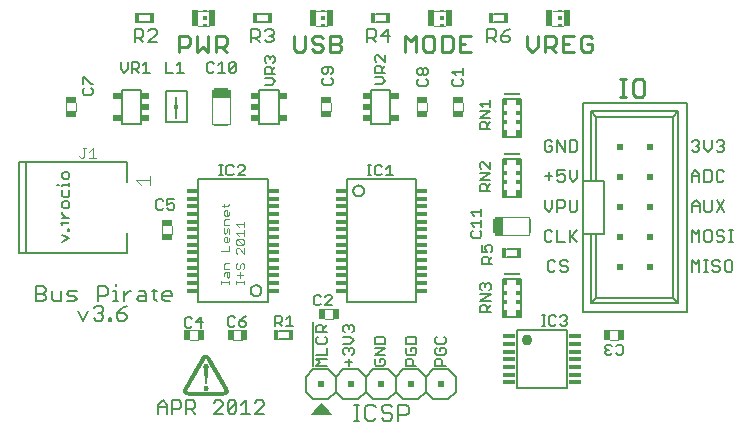
<source format=gto>
G75*
G70*
%OFA0B0*%
%FSLAX24Y24*%
%IPPOS*%
%LPD*%
%AMOC8*
5,1,8,0,0,1.08239X$1,22.5*
%
%ADD10C,0.0110*%
%ADD11C,0.0040*%
%ADD12C,0.0070*%
%ADD13C,0.0060*%
%ADD14C,0.0050*%
%ADD15C,0.0010*%
%ADD16R,0.0160X0.0340*%
%ADD17R,0.0118X0.0059*%
%ADD18R,0.0118X0.0118*%
%ADD19R,0.0236X0.0531*%
%ADD20R,0.0374X0.0197*%
%ADD21R,0.0374X0.0197*%
%ADD22R,0.0197X0.0374*%
%ADD23R,0.0197X0.0374*%
%ADD24R,0.0079X0.0472*%
%ADD25R,0.0256X0.0591*%
%ADD26R,0.0118X0.0157*%
%ADD27R,0.0472X0.0079*%
%ADD28R,0.0591X0.0256*%
%ADD29C,0.0080*%
%ADD30R,0.0423X0.0118*%
%ADD31C,0.0362*%
%ADD32R,0.0006X0.0006*%
%ADD33R,0.0006X0.0006*%
%ADD34R,0.0006X0.0006*%
%ADD35R,0.0006X0.0006*%
%ADD36R,0.0118X0.0236*%
%ADD37R,0.0118X0.0197*%
%ADD38R,0.0551X0.0039*%
%ADD39R,0.0551X0.0079*%
%ADD40R,0.0039X0.0079*%
%ADD41R,0.0200X0.0200*%
%ADD42R,0.0368X0.0128*%
%ADD43R,0.0256X0.0197*%
D10*
X024175Y015575D02*
X024372Y015575D01*
X024273Y015575D02*
X024273Y016165D01*
X024175Y016165D02*
X024372Y016165D01*
X024605Y016067D02*
X024605Y015673D01*
X024703Y015575D01*
X024900Y015575D01*
X024998Y015673D01*
X024998Y016067D01*
X024900Y016165D01*
X024703Y016165D01*
X024605Y016067D01*
X023260Y017164D02*
X023168Y017073D01*
X022985Y017073D01*
X022893Y017164D01*
X022893Y017531D01*
X022985Y017623D01*
X023168Y017623D01*
X023260Y017531D01*
X023260Y017348D02*
X023076Y017348D01*
X023260Y017348D02*
X023260Y017164D01*
X022652Y017073D02*
X022285Y017073D01*
X022285Y017623D01*
X022652Y017623D01*
X022469Y017348D02*
X022285Y017348D01*
X022045Y017348D02*
X021953Y017256D01*
X021678Y017256D01*
X021861Y017256D02*
X022045Y017073D01*
X021678Y017073D02*
X021678Y017623D01*
X021953Y017623D01*
X022045Y017531D01*
X022045Y017348D01*
X021437Y017256D02*
X021437Y017623D01*
X021070Y017623D02*
X021070Y017256D01*
X021253Y017073D01*
X021437Y017256D01*
X019211Y017073D02*
X018844Y017073D01*
X018844Y017623D01*
X019211Y017623D01*
X019027Y017348D02*
X018844Y017348D01*
X018603Y017531D02*
X018511Y017623D01*
X018236Y017623D01*
X018236Y017073D01*
X018511Y017073D01*
X018603Y017164D01*
X018603Y017531D01*
X017995Y017531D02*
X017995Y017164D01*
X017903Y017073D01*
X017720Y017073D01*
X017628Y017164D01*
X017628Y017531D01*
X017720Y017623D01*
X017903Y017623D01*
X017995Y017531D01*
X017387Y017623D02*
X017387Y017073D01*
X017021Y017073D02*
X017021Y017623D01*
X017204Y017440D01*
X017387Y017623D01*
X014898Y017531D02*
X014898Y017440D01*
X014806Y017348D01*
X014531Y017348D01*
X014290Y017256D02*
X014290Y017164D01*
X014198Y017073D01*
X014015Y017073D01*
X013923Y017164D01*
X014015Y017348D02*
X014198Y017348D01*
X014290Y017256D01*
X014290Y017531D02*
X014198Y017623D01*
X014015Y017623D01*
X013923Y017531D01*
X013923Y017440D01*
X014015Y017348D01*
X013682Y017164D02*
X013682Y017623D01*
X013315Y017623D02*
X013315Y017164D01*
X013407Y017073D01*
X013591Y017073D01*
X013682Y017164D01*
X014531Y017073D02*
X014531Y017623D01*
X014806Y017623D01*
X014898Y017531D01*
X014806Y017348D02*
X014898Y017256D01*
X014898Y017164D01*
X014806Y017073D01*
X014531Y017073D01*
X011070Y017073D02*
X010887Y017256D01*
X010979Y017256D02*
X010703Y017256D01*
X010703Y017073D02*
X010703Y017623D01*
X010979Y017623D01*
X011070Y017531D01*
X011070Y017348D01*
X010979Y017256D01*
X010463Y017073D02*
X010463Y017623D01*
X010096Y017623D02*
X010096Y017073D01*
X010279Y017256D01*
X010463Y017073D01*
X009855Y017348D02*
X009763Y017256D01*
X009488Y017256D01*
X009488Y017073D02*
X009488Y017623D01*
X009763Y017623D01*
X009855Y017531D01*
X009855Y017348D01*
D11*
X010113Y017953D02*
X010477Y017953D01*
X010477Y018445D02*
X010123Y018445D01*
X014060Y018445D02*
X014414Y018445D01*
X014414Y017953D02*
X014050Y017953D01*
X011190Y015812D02*
X010599Y015812D01*
X010599Y014670D01*
X011190Y014670D01*
X011190Y015812D01*
X014229Y015381D02*
X014229Y015101D01*
X014564Y015101D02*
X014564Y015381D01*
X017417Y015381D02*
X017417Y015101D01*
X017752Y015101D02*
X017752Y015381D01*
X018612Y015381D02*
X018612Y015101D01*
X018947Y015101D02*
X018947Y015381D01*
X018351Y017953D02*
X017987Y017953D01*
X017997Y018445D02*
X018351Y018445D01*
X021934Y018445D02*
X022288Y018445D01*
X022288Y017953D02*
X021924Y017953D01*
X011162Y012000D02*
X011115Y011953D01*
X010929Y011953D01*
X010975Y011906D02*
X010975Y012000D01*
X011022Y011798D02*
X011069Y011798D01*
X011069Y011612D01*
X011115Y011612D02*
X011022Y011612D01*
X010975Y011658D01*
X010975Y011752D01*
X011022Y011798D01*
X011162Y011752D02*
X011162Y011658D01*
X011115Y011612D01*
X011162Y011504D02*
X011022Y011504D01*
X010975Y011457D01*
X010975Y011317D01*
X011162Y011317D01*
X011115Y011209D02*
X011069Y011162D01*
X011069Y011069D01*
X011022Y011022D01*
X010975Y011069D01*
X010975Y011209D01*
X011115Y011209D02*
X011162Y011162D01*
X011162Y011022D01*
X011069Y010914D02*
X011069Y010728D01*
X011115Y010728D02*
X011022Y010728D01*
X010975Y010774D01*
X010975Y010868D01*
X011022Y010914D01*
X011069Y010914D01*
X011162Y010868D02*
X011162Y010774D01*
X011115Y010728D01*
X011162Y010620D02*
X011162Y010433D01*
X010882Y010433D01*
X011382Y010399D02*
X011382Y010493D01*
X011429Y010539D01*
X011475Y010539D01*
X011662Y010353D01*
X011662Y010539D01*
X011615Y010647D02*
X011429Y010834D01*
X011615Y010834D01*
X011662Y010787D01*
X011662Y010694D01*
X011615Y010647D01*
X011429Y010647D01*
X011382Y010694D01*
X011382Y010787D01*
X011429Y010834D01*
X011475Y010942D02*
X011382Y011035D01*
X011662Y011035D01*
X011662Y010942D02*
X011662Y011129D01*
X011662Y011237D02*
X011662Y011423D01*
X011662Y011330D02*
X011382Y011330D01*
X011475Y011237D01*
X011382Y010399D02*
X011429Y010353D01*
X011429Y010030D02*
X011382Y009984D01*
X011382Y009890D01*
X011429Y009844D01*
X011475Y009844D01*
X011522Y009890D01*
X011522Y009984D01*
X011569Y010030D01*
X011615Y010030D01*
X011662Y009984D01*
X011662Y009890D01*
X011615Y009844D01*
X011522Y009736D02*
X011522Y009549D01*
X011429Y009642D02*
X011615Y009642D01*
X011662Y009446D02*
X011662Y009353D01*
X011662Y009399D02*
X011382Y009399D01*
X011382Y009353D02*
X011382Y009446D01*
X011162Y009446D02*
X011162Y009353D01*
X011162Y009399D02*
X010882Y009399D01*
X010882Y009353D02*
X010882Y009446D01*
X010975Y009596D02*
X010975Y009689D01*
X011022Y009736D01*
X011162Y009736D01*
X011162Y009596D01*
X011115Y009549D01*
X011069Y009596D01*
X011069Y009736D01*
X011162Y009844D02*
X010975Y009844D01*
X010975Y009984D01*
X011022Y010030D01*
X011162Y010030D01*
X009252Y010992D02*
X009252Y011273D01*
X008917Y011273D02*
X008917Y010992D01*
X008516Y012640D02*
X008516Y012947D01*
X008516Y012794D02*
X008056Y012794D01*
X008209Y012640D01*
X006708Y013542D02*
X006494Y013542D01*
X006601Y013542D02*
X006601Y013862D01*
X006494Y013755D01*
X006376Y013862D02*
X006269Y013862D01*
X006323Y013862D02*
X006323Y013595D01*
X006269Y013542D01*
X006216Y013542D01*
X006163Y013595D01*
X006064Y015101D02*
X006064Y015381D01*
X005729Y015381D02*
X005729Y015101D01*
X014342Y008506D02*
X014622Y008506D01*
X014622Y008171D02*
X014342Y008171D01*
X011572Y007798D02*
X011292Y007798D01*
X011292Y007463D02*
X011572Y007463D01*
X010122Y007463D02*
X009842Y007463D01*
X009842Y007798D02*
X010122Y007798D01*
X020011Y010987D02*
X020011Y011578D01*
X021153Y011578D01*
X021153Y010987D01*
X020011Y010987D01*
X023842Y007803D02*
X024122Y007803D01*
X024122Y007468D02*
X023842Y007468D01*
D12*
X022378Y009751D02*
X022251Y009751D01*
X022188Y009814D01*
X022251Y009941D02*
X022378Y009941D01*
X022441Y009878D01*
X022441Y009814D01*
X022378Y009751D01*
X022251Y009941D02*
X022188Y010005D01*
X022188Y010068D01*
X022251Y010131D01*
X022378Y010131D01*
X022441Y010068D01*
X022027Y010068D02*
X021964Y010131D01*
X021837Y010131D01*
X021773Y010068D01*
X021773Y009814D01*
X021837Y009751D01*
X021964Y009751D01*
X022027Y009814D01*
X022088Y010751D02*
X022341Y010751D01*
X022502Y010751D02*
X022502Y011131D01*
X022565Y010941D02*
X022756Y010751D01*
X022502Y010878D02*
X022756Y011131D01*
X022088Y011131D02*
X022088Y010751D01*
X021927Y010814D02*
X021864Y010751D01*
X021737Y010751D01*
X021673Y010814D01*
X021673Y011068D01*
X021737Y011131D01*
X021864Y011131D01*
X021927Y011068D01*
X021800Y011751D02*
X021927Y011878D01*
X021927Y012131D01*
X022088Y012131D02*
X022278Y012131D01*
X022341Y012068D01*
X022341Y011941D01*
X022278Y011878D01*
X022088Y011878D01*
X022088Y011751D02*
X022088Y012131D01*
X022502Y012131D02*
X022502Y011814D01*
X022565Y011751D01*
X022692Y011751D01*
X022756Y011814D01*
X022756Y012131D01*
X021800Y011751D02*
X021673Y011878D01*
X021673Y012131D01*
X021800Y012814D02*
X021800Y013068D01*
X021673Y012941D02*
X021927Y012941D01*
X022088Y012941D02*
X022088Y013131D01*
X022341Y013131D01*
X022278Y013005D02*
X022341Y012941D01*
X022341Y012814D01*
X022278Y012751D01*
X022151Y012751D01*
X022088Y012814D01*
X022088Y012941D02*
X022214Y013005D01*
X022278Y013005D01*
X022502Y013131D02*
X022502Y012878D01*
X022629Y012751D01*
X022756Y012878D01*
X022756Y013131D01*
X022692Y013751D02*
X022756Y013814D01*
X022756Y014068D01*
X022692Y014131D01*
X022502Y014131D01*
X022502Y013751D01*
X022692Y013751D01*
X022341Y013751D02*
X022341Y014131D01*
X022088Y014131D02*
X022341Y013751D01*
X022088Y013751D02*
X022088Y014131D01*
X021927Y014068D02*
X021864Y014131D01*
X021737Y014131D01*
X021673Y014068D01*
X021673Y013814D01*
X021737Y013751D01*
X021864Y013751D01*
X021927Y013814D01*
X021927Y013941D01*
X021800Y013941D01*
X026573Y013814D02*
X026637Y013751D01*
X026764Y013751D01*
X026827Y013814D01*
X026827Y013878D01*
X026764Y013941D01*
X026700Y013941D01*
X026764Y013941D02*
X026827Y014005D01*
X026827Y014068D01*
X026764Y014131D01*
X026637Y014131D01*
X026573Y014068D01*
X026988Y014131D02*
X026988Y013878D01*
X027114Y013751D01*
X027241Y013878D01*
X027241Y014131D01*
X027402Y014068D02*
X027465Y014131D01*
X027592Y014131D01*
X027656Y014068D01*
X027656Y014005D01*
X027592Y013941D01*
X027656Y013878D01*
X027656Y013814D01*
X027592Y013751D01*
X027465Y013751D01*
X027402Y013814D01*
X027529Y013941D02*
X027592Y013941D01*
X027591Y013131D02*
X027464Y013131D01*
X027401Y013068D01*
X027401Y012814D01*
X027464Y012751D01*
X027591Y012751D01*
X027654Y012814D01*
X027240Y012814D02*
X027240Y013068D01*
X027176Y013131D01*
X026986Y013131D01*
X026986Y012751D01*
X027176Y012751D01*
X027240Y012814D01*
X026825Y012751D02*
X026825Y013005D01*
X026699Y013131D01*
X026572Y013005D01*
X026572Y012751D01*
X026572Y012941D02*
X026825Y012941D01*
X027591Y013131D02*
X027654Y013068D01*
X027664Y012131D02*
X027411Y011751D01*
X027250Y011814D02*
X027186Y011751D01*
X027060Y011751D01*
X026996Y011814D01*
X026996Y012131D01*
X026835Y012005D02*
X026835Y011751D01*
X026835Y011941D02*
X026582Y011941D01*
X026582Y012005D02*
X026582Y011751D01*
X026582Y012005D02*
X026709Y012131D01*
X026835Y012005D01*
X027250Y012131D02*
X027250Y011814D01*
X027411Y012131D02*
X027664Y011751D01*
X027592Y011131D02*
X027465Y011131D01*
X027402Y011068D01*
X027402Y011005D01*
X027465Y010941D01*
X027592Y010941D01*
X027656Y010878D01*
X027656Y010814D01*
X027592Y010751D01*
X027465Y010751D01*
X027402Y010814D01*
X027241Y010814D02*
X027241Y011068D01*
X027178Y011131D01*
X027051Y011131D01*
X026988Y011068D01*
X026988Y010814D01*
X027051Y010751D01*
X027178Y010751D01*
X027241Y010814D01*
X026827Y010751D02*
X026827Y011131D01*
X026700Y011005D01*
X026573Y011131D01*
X026573Y010751D01*
X026573Y010131D02*
X026700Y010005D01*
X026827Y010131D01*
X026827Y009751D01*
X026988Y009751D02*
X027114Y009751D01*
X027051Y009751D02*
X027051Y010131D01*
X026988Y010131D02*
X027114Y010131D01*
X027264Y010068D02*
X027264Y010005D01*
X027327Y009941D01*
X027454Y009941D01*
X027517Y009878D01*
X027517Y009814D01*
X027454Y009751D01*
X027327Y009751D01*
X027264Y009814D01*
X027678Y009814D02*
X027742Y009751D01*
X027868Y009751D01*
X027932Y009814D01*
X027932Y010068D01*
X027868Y010131D01*
X027742Y010131D01*
X027678Y010068D01*
X027678Y009814D01*
X027517Y010068D02*
X027454Y010131D01*
X027327Y010131D01*
X027264Y010068D01*
X026573Y010131D02*
X026573Y009751D01*
X027816Y010751D02*
X027943Y010751D01*
X027880Y010751D02*
X027880Y011131D01*
X027943Y011131D02*
X027816Y011131D01*
X027656Y011068D02*
X027592Y011131D01*
X017144Y005228D02*
X017144Y005051D01*
X017056Y004963D01*
X016791Y004963D01*
X016791Y004786D02*
X016791Y005316D01*
X017056Y005316D01*
X017144Y005228D01*
X016592Y005228D02*
X016503Y005316D01*
X016327Y005316D01*
X016238Y005228D01*
X016238Y005140D01*
X016327Y005051D01*
X016503Y005051D01*
X016592Y004963D01*
X016592Y004874D01*
X016503Y004786D01*
X016327Y004786D01*
X016238Y004874D01*
X016039Y004874D02*
X015951Y004786D01*
X015774Y004786D01*
X015686Y004874D01*
X015686Y005228D01*
X015774Y005316D01*
X015951Y005316D01*
X016039Y005228D01*
X015494Y005316D02*
X015317Y005316D01*
X015406Y005316D02*
X015406Y004786D01*
X015494Y004786D02*
X015317Y004786D01*
X009173Y008768D02*
X009010Y008768D01*
X008928Y008849D01*
X008928Y009013D01*
X009010Y009095D01*
X009173Y009095D01*
X009255Y009013D01*
X009255Y008931D01*
X008928Y008931D01*
X008748Y008768D02*
X008666Y008849D01*
X008666Y009176D01*
X008584Y009095D02*
X008748Y009095D01*
X008396Y009013D02*
X008396Y008768D01*
X008150Y008768D01*
X008069Y008849D01*
X008150Y008931D01*
X008396Y008931D01*
X008396Y009013D02*
X008314Y009095D01*
X008150Y009095D01*
X007884Y009095D02*
X007802Y009095D01*
X007639Y008931D01*
X007639Y008768D02*
X007639Y009095D01*
X007377Y009095D02*
X007377Y008768D01*
X007295Y008768D02*
X007459Y008768D01*
X007570Y008526D02*
X007406Y008363D01*
X007651Y008363D01*
X007733Y008281D01*
X007733Y008199D01*
X007651Y008118D01*
X007488Y008118D01*
X007406Y008199D01*
X007406Y008363D01*
X007570Y008526D02*
X007733Y008608D01*
X007377Y009095D02*
X007295Y009095D01*
X007377Y009258D02*
X007377Y009340D01*
X007107Y009176D02*
X007107Y009013D01*
X007025Y008931D01*
X006780Y008931D01*
X006780Y008768D02*
X006780Y009258D01*
X007025Y009258D01*
X007107Y009176D01*
X006878Y008608D02*
X006960Y008526D01*
X006960Y008445D01*
X006878Y008363D01*
X006960Y008281D01*
X006960Y008199D01*
X006878Y008118D01*
X006714Y008118D01*
X006633Y008199D01*
X006796Y008363D02*
X006878Y008363D01*
X006878Y008608D02*
X006714Y008608D01*
X006633Y008526D01*
X006444Y008445D02*
X006281Y008118D01*
X006117Y008445D01*
X005994Y008768D02*
X005748Y008768D01*
X005830Y008931D02*
X005748Y009013D01*
X005830Y009095D01*
X006075Y009095D01*
X005994Y008931D02*
X005830Y008931D01*
X005994Y008931D02*
X006075Y008849D01*
X005994Y008768D01*
X005560Y008768D02*
X005560Y009095D01*
X005233Y009095D02*
X005233Y008849D01*
X005314Y008768D01*
X005560Y008768D01*
X005044Y008849D02*
X004962Y008768D01*
X004717Y008768D01*
X004717Y009258D01*
X004962Y009258D01*
X005044Y009176D01*
X005044Y009095D01*
X004962Y009013D01*
X004717Y009013D01*
X004962Y009013D02*
X005044Y008931D01*
X005044Y008849D01*
X007148Y008199D02*
X007148Y008118D01*
X007230Y008118D01*
X007230Y008199D01*
X007148Y008199D01*
D13*
X008799Y005315D02*
X008799Y005021D01*
X008799Y005241D02*
X009093Y005241D01*
X009093Y005315D02*
X009093Y005021D01*
X009260Y005021D02*
X009260Y005461D01*
X009480Y005461D01*
X009553Y005388D01*
X009553Y005241D01*
X009480Y005168D01*
X009260Y005168D01*
X009093Y005315D02*
X008946Y005461D01*
X008799Y005315D01*
X009720Y005461D02*
X009720Y005021D01*
X009720Y005168D02*
X009940Y005168D01*
X010014Y005241D01*
X010014Y005388D01*
X009940Y005461D01*
X009720Y005461D01*
X009867Y005168D02*
X010014Y005021D01*
X010641Y005021D02*
X010934Y005315D01*
X010934Y005388D01*
X010861Y005461D01*
X010714Y005461D01*
X010641Y005388D01*
X011101Y005388D02*
X011174Y005461D01*
X011321Y005461D01*
X011395Y005388D01*
X011101Y005094D01*
X011174Y005021D01*
X011321Y005021D01*
X011395Y005094D01*
X011395Y005388D01*
X011561Y005315D02*
X011708Y005461D01*
X011708Y005021D01*
X011561Y005021D02*
X011855Y005021D01*
X012022Y005021D02*
X012315Y005315D01*
X012315Y005388D01*
X012242Y005461D01*
X012095Y005461D01*
X012022Y005388D01*
X012022Y005021D02*
X012315Y005021D01*
X011101Y005094D02*
X011101Y005388D01*
X010934Y005021D02*
X010641Y005021D01*
X013705Y005744D02*
X013955Y005494D01*
X014455Y005494D01*
X014705Y005744D01*
X014955Y005494D01*
X015455Y005494D01*
X015705Y005744D01*
X015705Y006244D01*
X015455Y006494D01*
X014955Y006494D01*
X014705Y006244D01*
X014705Y005744D01*
X015705Y005744D02*
X015955Y005494D01*
X016455Y005494D01*
X016705Y005744D01*
X016955Y005494D01*
X017455Y005494D01*
X017705Y005744D01*
X017955Y005494D01*
X018455Y005494D01*
X018705Y005744D01*
X018705Y006244D01*
X018455Y006494D01*
X017955Y006494D01*
X017705Y006244D01*
X017705Y005744D01*
X016705Y005744D02*
X016705Y006244D01*
X016955Y006494D01*
X017455Y006494D01*
X017705Y006244D01*
X016705Y006244D02*
X016455Y006494D01*
X015955Y006494D01*
X015705Y006244D01*
X014705Y006244D02*
X014455Y006494D01*
X013955Y006494D01*
X013705Y006244D01*
X013705Y005744D01*
X013152Y007492D02*
X012812Y007492D01*
X012812Y007773D02*
X013152Y007773D01*
X012434Y008735D02*
X010131Y008735D01*
X010131Y012830D01*
X012434Y012830D01*
X012434Y008735D01*
X011869Y009119D02*
X011871Y009145D01*
X011877Y009171D01*
X011886Y009196D01*
X011899Y009219D01*
X011915Y009240D01*
X011934Y009258D01*
X011956Y009274D01*
X011979Y009286D01*
X012004Y009294D01*
X012030Y009299D01*
X012057Y009300D01*
X012083Y009297D01*
X012108Y009290D01*
X012133Y009280D01*
X012155Y009266D01*
X012176Y009249D01*
X012193Y009230D01*
X012208Y009208D01*
X012219Y009184D01*
X012227Y009158D01*
X012231Y009132D01*
X012231Y009106D01*
X012227Y009080D01*
X012219Y009054D01*
X012208Y009030D01*
X012193Y009008D01*
X012176Y008989D01*
X012155Y008972D01*
X012133Y008958D01*
X012108Y008948D01*
X012083Y008941D01*
X012057Y008938D01*
X012030Y008939D01*
X012004Y008944D01*
X011979Y008952D01*
X011956Y008964D01*
X011934Y008980D01*
X011915Y008998D01*
X011899Y009019D01*
X011886Y009042D01*
X011877Y009067D01*
X011871Y009093D01*
X011869Y009119D01*
X015081Y008735D02*
X015081Y012830D01*
X017384Y012830D01*
X017384Y008735D01*
X015081Y008735D01*
X020412Y010242D02*
X020752Y010242D01*
X020752Y010523D02*
X020412Y010523D01*
X022938Y011014D02*
X023662Y011014D01*
X023662Y012785D01*
X023390Y012785D01*
X022938Y012785D01*
X022938Y015376D01*
X026402Y015376D01*
X026402Y008423D01*
X022938Y008423D01*
X022938Y011014D01*
X022938Y012785D01*
X023209Y012785D02*
X023209Y015104D01*
X023390Y014923D01*
X023390Y012785D01*
X023390Y011014D02*
X023390Y008876D01*
X023209Y008695D01*
X023209Y011014D01*
X023390Y008876D02*
X025949Y008876D01*
X026131Y008695D01*
X023209Y008695D01*
X025949Y008876D02*
X025949Y014923D01*
X026131Y015104D01*
X023209Y015104D01*
X023390Y014923D02*
X025949Y014923D01*
X026131Y015104D02*
X026131Y008695D01*
X015283Y012446D02*
X015285Y012472D01*
X015291Y012498D01*
X015300Y012523D01*
X015313Y012546D01*
X015329Y012567D01*
X015348Y012585D01*
X015370Y012601D01*
X015393Y012613D01*
X015418Y012621D01*
X015444Y012626D01*
X015471Y012627D01*
X015497Y012624D01*
X015522Y012617D01*
X015547Y012607D01*
X015569Y012593D01*
X015590Y012576D01*
X015607Y012557D01*
X015622Y012535D01*
X015633Y012511D01*
X015641Y012485D01*
X015645Y012459D01*
X015645Y012433D01*
X015641Y012407D01*
X015633Y012381D01*
X015622Y012357D01*
X015607Y012335D01*
X015590Y012316D01*
X015569Y012299D01*
X015547Y012285D01*
X015522Y012275D01*
X015497Y012268D01*
X015471Y012265D01*
X015444Y012266D01*
X015418Y012271D01*
X015393Y012279D01*
X015370Y012291D01*
X015348Y012307D01*
X015329Y012325D01*
X015313Y012346D01*
X015300Y012369D01*
X015291Y012394D01*
X015285Y012420D01*
X015283Y012446D01*
X015886Y014681D02*
X015886Y014718D01*
X015886Y014681D02*
X015886Y015801D01*
X015886Y015764D01*
X015886Y015801D02*
X016524Y015801D01*
X016524Y015764D01*
X016524Y015801D02*
X016524Y014681D01*
X016524Y014718D01*
X016524Y014681D02*
X015886Y014681D01*
X015886Y015036D02*
X015886Y015073D01*
X016524Y015036D02*
X016524Y015447D01*
X015886Y015447D02*
X015886Y015410D01*
X012801Y015447D02*
X012801Y015036D01*
X012801Y014718D02*
X012801Y014681D01*
X012801Y015801D01*
X012801Y015764D01*
X012801Y015801D02*
X012163Y015801D01*
X012163Y015764D01*
X012163Y015801D02*
X012163Y014681D01*
X012163Y014718D01*
X012163Y014681D02*
X012801Y014681D01*
X012163Y015036D02*
X012163Y015073D01*
X012163Y015410D02*
X012163Y015447D01*
X012172Y017396D02*
X012025Y017543D01*
X012099Y017543D02*
X011879Y017543D01*
X011879Y017396D02*
X011879Y017836D01*
X012099Y017836D01*
X012172Y017763D01*
X012172Y017616D01*
X012099Y017543D01*
X012339Y017469D02*
X012412Y017396D01*
X012559Y017396D01*
X012633Y017469D01*
X012633Y017543D01*
X012559Y017616D01*
X012486Y017616D01*
X012559Y017616D02*
X012633Y017690D01*
X012633Y017763D01*
X012559Y017836D01*
X012412Y017836D01*
X012339Y017763D01*
X012438Y018059D02*
X012098Y018059D01*
X012098Y018339D02*
X012438Y018339D01*
X015754Y017836D02*
X015754Y017396D01*
X015754Y017543D02*
X015974Y017543D01*
X016047Y017616D01*
X016047Y017763D01*
X015974Y017836D01*
X015754Y017836D01*
X015900Y017543D02*
X016047Y017396D01*
X016214Y017616D02*
X016508Y017616D01*
X016434Y017396D02*
X016434Y017836D01*
X016214Y017616D01*
X016375Y018059D02*
X016035Y018059D01*
X016035Y018339D02*
X016375Y018339D01*
X019754Y017836D02*
X019754Y017396D01*
X019754Y017543D02*
X019974Y017543D01*
X020047Y017616D01*
X020047Y017763D01*
X019974Y017836D01*
X019754Y017836D01*
X019972Y018059D02*
X020312Y018059D01*
X020312Y018339D02*
X019972Y018339D01*
X020361Y017763D02*
X020214Y017616D01*
X020434Y017616D01*
X020508Y017543D01*
X020508Y017469D01*
X020434Y017396D01*
X020287Y017396D01*
X020214Y017469D01*
X020214Y017616D01*
X020361Y017763D02*
X020508Y017836D01*
X020047Y017396D02*
X019900Y017543D01*
X008758Y017396D02*
X008464Y017396D01*
X008758Y017690D01*
X008758Y017763D01*
X008684Y017836D01*
X008537Y017836D01*
X008464Y017763D01*
X008297Y017763D02*
X008297Y017616D01*
X008224Y017543D01*
X008004Y017543D01*
X008150Y017543D02*
X008297Y017396D01*
X008004Y017396D02*
X008004Y017836D01*
X008224Y017836D01*
X008297Y017763D01*
X008161Y018059D02*
X008501Y018059D01*
X008501Y018339D02*
X008161Y018339D01*
X008213Y015801D02*
X007575Y015801D01*
X007575Y015764D01*
X007575Y015801D02*
X007575Y014681D01*
X007575Y014718D01*
X007575Y014681D02*
X008213Y014681D01*
X008213Y014718D01*
X008213Y014681D02*
X008213Y015801D01*
X008213Y015764D01*
X008213Y015447D02*
X008213Y015410D01*
X008213Y015073D02*
X008213Y015036D01*
X007575Y015036D02*
X007575Y015447D01*
D14*
X006619Y015699D02*
X006619Y015816D01*
X006561Y015875D01*
X006561Y016009D02*
X006619Y016009D01*
X006561Y016009D02*
X006327Y016243D01*
X006269Y016243D01*
X006269Y016009D01*
X006327Y015875D02*
X006269Y015816D01*
X006269Y015699D01*
X006327Y015641D01*
X006561Y015641D01*
X006619Y015699D01*
X007544Y016508D02*
X007661Y016391D01*
X007778Y016508D01*
X007778Y016741D01*
X007913Y016741D02*
X008088Y016741D01*
X008146Y016683D01*
X008146Y016566D01*
X008088Y016508D01*
X007913Y016508D01*
X008029Y016508D02*
X008146Y016391D01*
X008281Y016391D02*
X008514Y016391D01*
X008398Y016391D02*
X008398Y016741D01*
X008281Y016625D01*
X007913Y016741D02*
X007913Y016391D01*
X007544Y016508D02*
X007544Y016741D01*
X009044Y016741D02*
X009044Y016391D01*
X009278Y016391D01*
X009413Y016391D02*
X009646Y016391D01*
X009529Y016391D02*
X009529Y016741D01*
X009413Y016625D01*
X010419Y016683D02*
X010419Y016449D01*
X010478Y016391D01*
X010594Y016391D01*
X010653Y016449D01*
X010788Y016391D02*
X011021Y016391D01*
X010904Y016391D02*
X010904Y016741D01*
X010788Y016625D01*
X010653Y016683D02*
X010594Y016741D01*
X010478Y016741D01*
X010419Y016683D01*
X011156Y016683D02*
X011156Y016449D01*
X011389Y016683D01*
X011389Y016449D01*
X011331Y016391D01*
X011214Y016391D01*
X011156Y016449D01*
X011156Y016683D02*
X011214Y016741D01*
X011331Y016741D01*
X011389Y016683D01*
X012338Y016772D02*
X012338Y016889D01*
X012396Y016947D01*
X012454Y016947D01*
X012513Y016889D01*
X012571Y016947D01*
X012629Y016947D01*
X012688Y016889D01*
X012688Y016772D01*
X012629Y016714D01*
X012688Y016579D02*
X012571Y016462D01*
X012571Y016521D02*
X012571Y016346D01*
X012688Y016346D02*
X012338Y016346D01*
X012338Y016521D01*
X012396Y016579D01*
X012513Y016579D01*
X012571Y016521D01*
X012396Y016714D02*
X012338Y016772D01*
X012513Y016831D02*
X012513Y016889D01*
X012571Y016211D02*
X012338Y016211D01*
X012571Y016211D02*
X012688Y016094D01*
X012571Y015977D01*
X012338Y015977D01*
X014260Y016026D02*
X014318Y015967D01*
X014552Y015967D01*
X014610Y016026D01*
X014610Y016142D01*
X014552Y016201D01*
X014552Y016336D02*
X014610Y016394D01*
X014610Y016511D01*
X014552Y016569D01*
X014318Y016569D01*
X014260Y016511D01*
X014260Y016394D01*
X014318Y016336D01*
X014377Y016336D01*
X014435Y016394D01*
X014435Y016569D01*
X014318Y016201D02*
X014260Y016142D01*
X014260Y016026D01*
X016001Y016007D02*
X016234Y016007D01*
X016351Y016124D01*
X016234Y016241D01*
X016001Y016241D01*
X016001Y016376D02*
X016001Y016551D01*
X016059Y016609D01*
X016176Y016609D01*
X016234Y016551D01*
X016234Y016376D01*
X016234Y016492D02*
X016351Y016609D01*
X016351Y016744D02*
X016118Y016977D01*
X016059Y016977D01*
X016001Y016919D01*
X016001Y016802D01*
X016059Y016744D01*
X016351Y016744D02*
X016351Y016977D01*
X016351Y016376D02*
X016001Y016376D01*
X017428Y016364D02*
X017428Y016481D01*
X017486Y016539D01*
X017544Y016539D01*
X017603Y016481D01*
X017603Y016364D01*
X017544Y016306D01*
X017486Y016306D01*
X017428Y016364D01*
X017603Y016364D02*
X017661Y016306D01*
X017719Y016306D01*
X017778Y016364D01*
X017778Y016481D01*
X017719Y016539D01*
X017661Y016539D01*
X017603Y016481D01*
X017719Y016171D02*
X017778Y016112D01*
X017778Y015996D01*
X017719Y015937D01*
X017486Y015937D01*
X017428Y015996D01*
X017428Y016112D01*
X017486Y016171D01*
X018598Y016112D02*
X018598Y015996D01*
X018656Y015937D01*
X018889Y015937D01*
X018948Y015996D01*
X018948Y016112D01*
X018889Y016171D01*
X018948Y016306D02*
X018948Y016539D01*
X018948Y016422D02*
X018598Y016422D01*
X018714Y016306D01*
X018656Y016171D02*
X018598Y016112D01*
X019852Y015464D02*
X019852Y015230D01*
X019852Y015347D02*
X019502Y015347D01*
X019618Y015230D01*
X019502Y015095D02*
X019852Y015095D01*
X019502Y014862D01*
X019852Y014862D01*
X019852Y014727D02*
X019735Y014610D01*
X019735Y014669D02*
X019735Y014494D01*
X019852Y014494D02*
X019502Y014494D01*
X019502Y014669D01*
X019560Y014727D01*
X019677Y014727D01*
X019735Y014669D01*
X019618Y013404D02*
X019560Y013404D01*
X019502Y013345D01*
X019502Y013229D01*
X019560Y013170D01*
X019502Y013035D02*
X019852Y013035D01*
X019502Y012802D01*
X019852Y012802D01*
X019852Y012667D02*
X019735Y012550D01*
X019735Y012609D02*
X019735Y012434D01*
X019852Y012434D02*
X019502Y012434D01*
X019502Y012609D01*
X019560Y012667D01*
X019677Y012667D01*
X019735Y012609D01*
X019852Y013170D02*
X019618Y013404D01*
X019852Y013404D02*
X019852Y013170D01*
X019562Y011854D02*
X019562Y011620D01*
X019562Y011737D02*
X019212Y011737D01*
X019328Y011620D01*
X019562Y011485D02*
X019562Y011252D01*
X019562Y011369D02*
X019212Y011369D01*
X019328Y011252D01*
X019270Y011117D02*
X019212Y011059D01*
X019212Y010942D01*
X019270Y010884D01*
X019504Y010884D01*
X019562Y010942D01*
X019562Y011059D01*
X019504Y011117D01*
X019582Y010625D02*
X019582Y010392D01*
X019757Y010392D01*
X019698Y010509D01*
X019698Y010567D01*
X019757Y010625D01*
X019874Y010625D01*
X019932Y010567D01*
X019932Y010450D01*
X019874Y010392D01*
X019932Y010257D02*
X019815Y010140D01*
X019815Y010199D02*
X019815Y010024D01*
X019932Y010024D02*
X019582Y010024D01*
X019582Y010199D01*
X019640Y010257D01*
X019757Y010257D01*
X019815Y010199D01*
X019814Y009364D02*
X019872Y009305D01*
X019872Y009189D01*
X019814Y009130D01*
X019872Y008995D02*
X019522Y008995D01*
X019580Y009130D02*
X019522Y009189D01*
X019522Y009305D01*
X019580Y009364D01*
X019638Y009364D01*
X019697Y009305D01*
X019755Y009364D01*
X019814Y009364D01*
X019697Y009305D02*
X019697Y009247D01*
X019872Y008995D02*
X019522Y008762D01*
X019872Y008762D01*
X019872Y008627D02*
X019755Y008510D01*
X019755Y008569D02*
X019755Y008394D01*
X019872Y008394D02*
X019522Y008394D01*
X019522Y008569D01*
X019580Y008627D01*
X019697Y008627D01*
X019755Y008569D01*
X021577Y008298D02*
X021694Y008298D01*
X021635Y008298D02*
X021635Y007948D01*
X021577Y007948D02*
X021694Y007948D01*
X021823Y008006D02*
X021881Y007948D01*
X021998Y007948D01*
X022056Y008006D01*
X022191Y008006D02*
X022249Y007948D01*
X022366Y007948D01*
X022424Y008006D01*
X022424Y008064D01*
X022366Y008123D01*
X022308Y008123D01*
X022366Y008123D02*
X022424Y008181D01*
X022424Y008239D01*
X022366Y008298D01*
X022249Y008298D01*
X022191Y008239D01*
X022056Y008239D02*
X021998Y008298D01*
X021881Y008298D01*
X021823Y008239D01*
X021823Y008006D01*
X023685Y007261D02*
X023743Y007320D01*
X023860Y007320D01*
X023918Y007261D01*
X024053Y007261D02*
X024111Y007320D01*
X024228Y007320D01*
X024287Y007261D01*
X024287Y007028D01*
X024228Y006969D01*
X024111Y006969D01*
X024053Y007028D01*
X023918Y007028D02*
X023860Y006969D01*
X023743Y006969D01*
X023685Y007028D01*
X023685Y007086D01*
X023743Y007144D01*
X023685Y007203D01*
X023685Y007261D01*
X023743Y007144D02*
X023802Y007144D01*
X018370Y007046D02*
X018370Y007163D01*
X018312Y007222D01*
X018195Y007222D01*
X018195Y007105D01*
X018078Y007222D02*
X018020Y007163D01*
X018020Y007046D01*
X018078Y006988D01*
X018312Y006988D01*
X018370Y007046D01*
X018195Y006853D02*
X018253Y006795D01*
X018253Y006620D01*
X018370Y006620D02*
X018020Y006620D01*
X018020Y006795D01*
X018078Y006853D01*
X018195Y006853D01*
X018078Y007356D02*
X018312Y007356D01*
X018370Y007415D01*
X018370Y007532D01*
X018312Y007590D01*
X018078Y007590D02*
X018020Y007532D01*
X018020Y007415D01*
X018078Y007356D01*
X017391Y007356D02*
X017391Y007532D01*
X017333Y007590D01*
X017099Y007590D01*
X017041Y007532D01*
X017041Y007356D01*
X017391Y007356D01*
X017333Y007222D02*
X017216Y007222D01*
X017216Y007105D01*
X017099Y007222D02*
X017041Y007163D01*
X017041Y007046D01*
X017099Y006988D01*
X017333Y006988D01*
X017391Y007046D01*
X017391Y007163D01*
X017333Y007222D01*
X017216Y006853D02*
X017275Y006795D01*
X017275Y006620D01*
X017391Y006620D02*
X017041Y006620D01*
X017041Y006795D01*
X017099Y006853D01*
X017216Y006853D01*
X016352Y006795D02*
X016294Y006853D01*
X016177Y006853D01*
X016177Y006737D01*
X016060Y006853D02*
X016002Y006795D01*
X016002Y006678D01*
X016060Y006620D01*
X016294Y006620D01*
X016352Y006678D01*
X016352Y006795D01*
X016352Y006988D02*
X016002Y006988D01*
X016352Y007222D01*
X016002Y007222D01*
X016002Y007356D02*
X016002Y007532D01*
X016060Y007590D01*
X016294Y007590D01*
X016352Y007532D01*
X016352Y007356D01*
X016002Y007356D01*
X015313Y007473D02*
X015196Y007590D01*
X014962Y007590D01*
X015021Y007725D02*
X014962Y007783D01*
X014962Y007900D01*
X015021Y007958D01*
X015079Y007958D01*
X015138Y007900D01*
X015196Y007958D01*
X015254Y007958D01*
X015313Y007900D01*
X015313Y007783D01*
X015254Y007725D01*
X015138Y007841D02*
X015138Y007900D01*
X015313Y007473D02*
X015196Y007356D01*
X014962Y007356D01*
X015021Y007222D02*
X015079Y007222D01*
X015138Y007163D01*
X015196Y007222D01*
X015254Y007222D01*
X015313Y007163D01*
X015313Y007046D01*
X015254Y006988D01*
X015138Y007105D02*
X015138Y007163D01*
X015021Y007222D02*
X014962Y007163D01*
X014962Y007046D01*
X015021Y006988D01*
X015138Y006853D02*
X015138Y006620D01*
X015254Y006737D02*
X015021Y006737D01*
X014413Y006853D02*
X014062Y006853D01*
X014179Y006737D01*
X014062Y006620D01*
X014413Y006620D01*
X013963Y006595D02*
X013963Y008068D01*
X014121Y007958D02*
X014238Y007958D01*
X014296Y007900D01*
X014296Y007725D01*
X014296Y007841D02*
X014413Y007958D01*
X014413Y007725D02*
X014062Y007725D01*
X014062Y007900D01*
X014121Y007958D01*
X014121Y007590D02*
X014062Y007532D01*
X014062Y007415D01*
X014121Y007356D01*
X014354Y007356D01*
X014413Y007415D01*
X014413Y007532D01*
X014354Y007590D01*
X014413Y007222D02*
X014413Y006988D01*
X014062Y006988D01*
X013288Y007940D02*
X013055Y007940D01*
X013172Y007940D02*
X013172Y008290D01*
X013055Y008173D01*
X012920Y008231D02*
X012920Y008115D01*
X012862Y008056D01*
X012687Y008056D01*
X012803Y008056D02*
X012920Y007940D01*
X012687Y007940D02*
X012687Y008290D01*
X012862Y008290D01*
X012920Y008231D01*
X013990Y008685D02*
X013990Y008919D01*
X014048Y008977D01*
X014165Y008977D01*
X014223Y008919D01*
X014358Y008919D02*
X014416Y008977D01*
X014533Y008977D01*
X014591Y008919D01*
X014591Y008860D01*
X014358Y008627D01*
X014591Y008627D01*
X014223Y008685D02*
X014165Y008627D01*
X014048Y008627D01*
X013990Y008685D01*
X011719Y008268D02*
X011602Y008209D01*
X011485Y008093D01*
X011661Y008093D01*
X011719Y008034D01*
X011719Y007976D01*
X011661Y007918D01*
X011544Y007918D01*
X011485Y007976D01*
X011485Y008093D01*
X011351Y008209D02*
X011292Y008268D01*
X011175Y008268D01*
X011117Y008209D01*
X011117Y007976D01*
X011175Y007918D01*
X011292Y007918D01*
X011351Y007976D01*
X010289Y008063D02*
X010055Y008063D01*
X010231Y008238D01*
X010231Y007888D01*
X009921Y007946D02*
X009862Y007888D01*
X009745Y007888D01*
X009687Y007946D01*
X009687Y008179D01*
X009745Y008238D01*
X009862Y008238D01*
X009921Y008179D01*
X007760Y010384D02*
X006835Y010384D01*
X005890Y010384D01*
X004670Y010384D01*
X004394Y010384D01*
X004138Y010384D01*
X004138Y013415D01*
X004394Y013415D01*
X004670Y013415D01*
X005890Y013415D01*
X006835Y013415D01*
X007760Y013415D01*
X007760Y013140D01*
X007760Y012746D01*
X008729Y012100D02*
X008729Y011867D01*
X008788Y011808D01*
X008904Y011808D01*
X008963Y011867D01*
X009098Y011867D02*
X009156Y011808D01*
X009273Y011808D01*
X009331Y011867D01*
X009331Y011983D01*
X009273Y012042D01*
X009214Y012042D01*
X009098Y011983D01*
X009098Y012159D01*
X009331Y012159D01*
X008963Y012100D02*
X008904Y012159D01*
X008788Y012159D01*
X008729Y012100D01*
X007760Y011053D02*
X007760Y010659D01*
X007760Y010384D01*
X005825Y010871D02*
X005592Y010987D01*
X005767Y011122D02*
X005767Y011181D01*
X005825Y011181D01*
X005825Y011122D01*
X005767Y011122D01*
X005592Y011306D02*
X005592Y011423D01*
X005533Y011365D02*
X005767Y011365D01*
X005825Y011423D01*
X005825Y011552D02*
X005592Y011552D01*
X005709Y011552D02*
X005592Y011669D01*
X005592Y011727D01*
X005650Y011859D02*
X005767Y011859D01*
X005825Y011917D01*
X005825Y012034D01*
X005767Y012092D01*
X005650Y012092D01*
X005592Y012034D01*
X005592Y011917D01*
X005650Y011859D01*
X005650Y012227D02*
X005767Y012227D01*
X005825Y012285D01*
X005825Y012461D01*
X005825Y012595D02*
X005825Y012712D01*
X005825Y012654D02*
X005592Y012654D01*
X005592Y012595D01*
X005475Y012654D02*
X005417Y012654D01*
X005592Y012461D02*
X005592Y012285D01*
X005650Y012227D01*
X005650Y012841D02*
X005767Y012841D01*
X005825Y012899D01*
X005825Y013016D01*
X005767Y013074D01*
X005650Y013074D01*
X005592Y013016D01*
X005592Y012899D01*
X005650Y012841D01*
X004394Y013415D02*
X004394Y010384D01*
X005592Y010754D02*
X005825Y010871D01*
X010821Y012958D02*
X010937Y012958D01*
X010879Y012958D02*
X010879Y013308D01*
X010821Y013308D02*
X010937Y013308D01*
X011066Y013249D02*
X011124Y013308D01*
X011241Y013308D01*
X011300Y013249D01*
X011434Y013249D02*
X011493Y013308D01*
X011609Y013308D01*
X011668Y013249D01*
X011668Y013191D01*
X011434Y012958D01*
X011668Y012958D01*
X011300Y013016D02*
X011241Y012958D01*
X011124Y012958D01*
X011066Y013016D01*
X011066Y013249D01*
X009761Y014739D02*
X009047Y014739D01*
X009047Y015763D01*
X009761Y015763D01*
X009761Y014739D01*
X009394Y014891D02*
X009394Y015591D01*
X015771Y013308D02*
X015887Y013308D01*
X015829Y013308D02*
X015829Y012958D01*
X015771Y012958D02*
X015887Y012958D01*
X016016Y013016D02*
X016074Y012958D01*
X016191Y012958D01*
X016250Y013016D01*
X016384Y012958D02*
X016618Y012958D01*
X016501Y012958D02*
X016501Y013308D01*
X016384Y013191D01*
X016250Y013249D02*
X016191Y013308D01*
X016074Y013308D01*
X016016Y013249D01*
X016016Y013016D01*
D15*
X014213Y005370D02*
X014534Y004992D01*
X013892Y004992D01*
X014534Y004992D01*
X014527Y005001D02*
X013899Y005001D01*
X013907Y005009D02*
X014520Y005009D01*
X014513Y005018D02*
X013914Y005018D01*
X013921Y005026D02*
X014505Y005026D01*
X014498Y005035D02*
X013929Y005035D01*
X013936Y005043D02*
X014491Y005043D01*
X014484Y005052D02*
X013943Y005052D01*
X013950Y005060D02*
X014476Y005060D01*
X014469Y005069D02*
X013957Y005069D01*
X013965Y005077D02*
X014462Y005077D01*
X014455Y005086D02*
X013972Y005086D01*
X013979Y005094D02*
X014447Y005094D01*
X014440Y005103D02*
X013986Y005103D01*
X013994Y005112D02*
X014433Y005112D01*
X014426Y005120D02*
X014001Y005120D01*
X014008Y005129D02*
X014418Y005129D01*
X014411Y005137D02*
X014015Y005137D01*
X014023Y005146D02*
X014404Y005146D01*
X014397Y005154D02*
X014030Y005154D01*
X014037Y005163D02*
X014389Y005163D01*
X014382Y005171D02*
X014044Y005171D01*
X014052Y005180D02*
X014375Y005180D01*
X014368Y005188D02*
X014059Y005188D01*
X014066Y005197D02*
X014360Y005197D01*
X014353Y005206D02*
X014073Y005206D01*
X014081Y005214D02*
X014346Y005214D01*
X014339Y005223D02*
X014088Y005223D01*
X014095Y005231D02*
X014331Y005231D01*
X014324Y005240D02*
X014102Y005240D01*
X014110Y005248D02*
X014317Y005248D01*
X014310Y005257D02*
X014117Y005257D01*
X014124Y005265D02*
X014302Y005265D01*
X014295Y005274D02*
X014131Y005274D01*
X014139Y005282D02*
X014288Y005282D01*
X014281Y005291D02*
X014146Y005291D01*
X014153Y005300D02*
X014273Y005300D01*
X014266Y005308D02*
X014160Y005308D01*
X014168Y005317D02*
X014259Y005317D01*
X014252Y005325D02*
X014175Y005325D01*
X014182Y005334D02*
X014244Y005334D01*
X014237Y005342D02*
X014189Y005342D01*
X014197Y005351D02*
X014230Y005351D01*
X014223Y005359D02*
X014204Y005359D01*
X014211Y005368D02*
X014215Y005368D01*
X014213Y005370D02*
X013892Y004992D01*
D16*
X013232Y007633D03*
X012732Y007633D03*
X020332Y010383D03*
X020832Y010383D03*
X020392Y018199D03*
X019892Y018199D03*
X016455Y018199D03*
X015955Y018199D03*
X012518Y018199D03*
X012018Y018199D03*
X008581Y018199D03*
X008081Y018199D03*
D17*
X010359Y018435D03*
X010359Y017963D03*
X014296Y017963D03*
X014296Y018435D03*
X018233Y018435D03*
X018233Y017963D03*
X022170Y017963D03*
X022170Y018435D03*
D18*
X022170Y018199D03*
X018233Y018199D03*
X014296Y018199D03*
X010359Y018199D03*
D19*
X010595Y018199D03*
X010005Y018199D03*
X013942Y018199D03*
X014532Y018199D03*
X017879Y018199D03*
X018469Y018199D03*
X021816Y018199D03*
X022406Y018199D03*
D20*
X018780Y015469D03*
X017584Y015013D03*
X014396Y015013D03*
X009084Y010904D03*
X005896Y015013D03*
D21*
X005896Y015473D03*
X009084Y011364D03*
X014396Y015473D03*
X017584Y015473D03*
X018780Y015010D03*
D22*
X014254Y008339D03*
X011204Y007631D03*
X009754Y007631D03*
X024211Y007635D03*
D23*
X023751Y007635D03*
X014714Y008339D03*
X011664Y007631D03*
X010214Y007631D03*
D24*
X019992Y011283D03*
X021173Y011283D03*
D25*
X020139Y011283D03*
D26*
X020366Y012725D03*
X020366Y013040D03*
X020799Y013040D03*
X020799Y012725D03*
X020799Y014725D03*
X020366Y014725D03*
X020366Y015040D03*
X020799Y015040D03*
X020799Y009040D03*
X020366Y009040D03*
X020366Y008725D03*
X020799Y008725D03*
X009394Y015241D03*
D27*
X010894Y014651D03*
X010894Y015832D03*
D28*
X010894Y015684D03*
D29*
X020287Y015513D02*
X020287Y014253D01*
X020877Y014253D01*
X020877Y015513D01*
X020287Y015513D01*
X020287Y013513D02*
X020877Y013513D01*
X020877Y012253D01*
X020287Y012253D01*
X020287Y013513D01*
X020287Y009513D02*
X020877Y009513D01*
X020877Y008253D01*
X020287Y008253D01*
X020287Y009513D01*
X020736Y007797D02*
X022429Y007797D01*
X022429Y005868D01*
X020736Y005868D01*
X020736Y007797D01*
D30*
X020495Y007600D03*
X020495Y007344D03*
X020495Y007089D03*
X020495Y006833D03*
X020495Y006577D03*
X020495Y006321D03*
X020495Y006065D03*
X022670Y006065D03*
X022670Y006321D03*
X022670Y006577D03*
X022670Y006833D03*
X022670Y007089D03*
X022670Y007344D03*
X022670Y007600D03*
D31*
X021070Y007472D03*
D32*
X011135Y005781D03*
X011123Y005781D03*
X011123Y005769D03*
X011123Y005763D03*
X011123Y005751D03*
X011123Y005739D03*
X011123Y005733D03*
X011123Y005721D03*
X011123Y005709D03*
X011123Y005703D03*
X011123Y005691D03*
X011105Y005691D03*
X011093Y005691D03*
X011093Y005679D03*
X011093Y005673D03*
X011093Y005661D03*
X011105Y005673D03*
X011105Y005679D03*
X011105Y005703D03*
X011105Y005709D03*
X011093Y005709D03*
X011093Y005703D03*
X011075Y005703D03*
X011075Y005709D03*
X011063Y005709D03*
X011063Y005703D03*
X011063Y005691D03*
X011063Y005679D03*
X011063Y005673D03*
X011063Y005661D03*
X011063Y005649D03*
X011063Y005643D03*
X011075Y005643D03*
X011075Y005649D03*
X011075Y005661D03*
X011075Y005673D03*
X011075Y005679D03*
X011075Y005691D03*
X011045Y005691D03*
X011033Y005691D03*
X011033Y005679D03*
X011033Y005673D03*
X011033Y005661D03*
X011033Y005649D03*
X011033Y005643D03*
X011033Y005631D03*
X011045Y005631D03*
X011045Y005643D03*
X011045Y005649D03*
X011045Y005661D03*
X011045Y005673D03*
X011045Y005679D03*
X011045Y005703D03*
X011045Y005709D03*
X011033Y005709D03*
X011033Y005703D03*
X011015Y005703D03*
X011015Y005709D03*
X011003Y005709D03*
X011003Y005703D03*
X011003Y005691D03*
X011003Y005679D03*
X011003Y005673D03*
X011003Y005661D03*
X011003Y005649D03*
X011003Y005643D03*
X011003Y005631D03*
X011015Y005631D03*
X011015Y005643D03*
X011015Y005649D03*
X011015Y005661D03*
X011015Y005673D03*
X011015Y005679D03*
X011015Y005691D03*
X010985Y005691D03*
X010973Y005691D03*
X010973Y005679D03*
X010973Y005673D03*
X010973Y005661D03*
X010973Y005649D03*
X010973Y005643D03*
X010973Y005631D03*
X010985Y005631D03*
X010985Y005643D03*
X010985Y005649D03*
X010985Y005661D03*
X010985Y005673D03*
X010985Y005679D03*
X010985Y005703D03*
X010985Y005709D03*
X010973Y005709D03*
X010973Y005703D03*
X010955Y005703D03*
X010955Y005709D03*
X010943Y005709D03*
X010943Y005703D03*
X010943Y005691D03*
X010943Y005679D03*
X010943Y005673D03*
X010943Y005661D03*
X010943Y005649D03*
X010943Y005643D03*
X010943Y005631D03*
X010943Y005619D03*
X010955Y005619D03*
X010955Y005631D03*
X010955Y005643D03*
X010955Y005649D03*
X010955Y005661D03*
X010955Y005673D03*
X010955Y005679D03*
X010955Y005691D03*
X010925Y005691D03*
X010913Y005691D03*
X010913Y005679D03*
X010913Y005673D03*
X010913Y005661D03*
X010913Y005649D03*
X010913Y005643D03*
X010913Y005631D03*
X010925Y005631D03*
X010925Y005643D03*
X010925Y005649D03*
X010925Y005661D03*
X010925Y005673D03*
X010925Y005679D03*
X010925Y005703D03*
X010925Y005709D03*
X010913Y005709D03*
X010913Y005703D03*
X010895Y005703D03*
X010895Y005709D03*
X010883Y005709D03*
X010883Y005703D03*
X010883Y005691D03*
X010883Y005679D03*
X010883Y005673D03*
X010883Y005661D03*
X010883Y005649D03*
X010883Y005643D03*
X010883Y005631D03*
X010883Y005619D03*
X010895Y005619D03*
X010895Y005631D03*
X010895Y005643D03*
X010895Y005649D03*
X010895Y005661D03*
X010895Y005673D03*
X010895Y005679D03*
X010895Y005691D03*
X010865Y005691D03*
X010853Y005691D03*
X010853Y005679D03*
X010853Y005673D03*
X010853Y005661D03*
X010853Y005649D03*
X010853Y005643D03*
X010853Y005631D03*
X010865Y005631D03*
X010865Y005643D03*
X010865Y005649D03*
X010865Y005661D03*
X010865Y005673D03*
X010865Y005679D03*
X010865Y005703D03*
X010865Y005709D03*
X010853Y005709D03*
X010853Y005703D03*
X010835Y005703D03*
X010835Y005709D03*
X010823Y005709D03*
X010823Y005703D03*
X010823Y005691D03*
X010823Y005679D03*
X010823Y005673D03*
X010823Y005661D03*
X010823Y005649D03*
X010823Y005643D03*
X010823Y005631D03*
X010823Y005619D03*
X010835Y005619D03*
X010835Y005631D03*
X010835Y005643D03*
X010835Y005649D03*
X010835Y005661D03*
X010835Y005673D03*
X010835Y005679D03*
X010835Y005691D03*
X010805Y005691D03*
X010793Y005691D03*
X010793Y005679D03*
X010793Y005673D03*
X010793Y005661D03*
X010793Y005649D03*
X010793Y005643D03*
X010793Y005631D03*
X010805Y005631D03*
X010805Y005643D03*
X010805Y005649D03*
X010805Y005661D03*
X010805Y005673D03*
X010805Y005679D03*
X010805Y005703D03*
X010805Y005709D03*
X010793Y005709D03*
X010793Y005703D03*
X010775Y005703D03*
X010775Y005709D03*
X010763Y005709D03*
X010763Y005703D03*
X010763Y005691D03*
X010763Y005679D03*
X010763Y005673D03*
X010763Y005661D03*
X010763Y005649D03*
X010763Y005643D03*
X010763Y005631D03*
X010763Y005619D03*
X010775Y005619D03*
X010775Y005631D03*
X010775Y005643D03*
X010775Y005649D03*
X010775Y005661D03*
X010775Y005673D03*
X010775Y005679D03*
X010775Y005691D03*
X010745Y005691D03*
X010733Y005691D03*
X010733Y005679D03*
X010733Y005673D03*
X010733Y005661D03*
X010733Y005649D03*
X010733Y005643D03*
X010733Y005631D03*
X010745Y005631D03*
X010745Y005643D03*
X010745Y005649D03*
X010745Y005661D03*
X010745Y005673D03*
X010745Y005679D03*
X010745Y005703D03*
X010745Y005709D03*
X010733Y005709D03*
X010733Y005703D03*
X010715Y005703D03*
X010715Y005709D03*
X010703Y005709D03*
X010703Y005703D03*
X010703Y005691D03*
X010703Y005679D03*
X010703Y005673D03*
X010703Y005661D03*
X010703Y005649D03*
X010703Y005643D03*
X010703Y005631D03*
X010703Y005619D03*
X010715Y005619D03*
X010715Y005631D03*
X010715Y005643D03*
X010715Y005649D03*
X010715Y005661D03*
X010715Y005673D03*
X010715Y005679D03*
X010715Y005691D03*
X010685Y005691D03*
X010673Y005691D03*
X010673Y005679D03*
X010673Y005673D03*
X010673Y005661D03*
X010673Y005649D03*
X010673Y005643D03*
X010673Y005631D03*
X010685Y005631D03*
X010685Y005643D03*
X010685Y005649D03*
X010685Y005661D03*
X010685Y005673D03*
X010685Y005679D03*
X010685Y005703D03*
X010685Y005709D03*
X010673Y005709D03*
X010673Y005703D03*
X010655Y005703D03*
X010655Y005709D03*
X010643Y005709D03*
X010643Y005703D03*
X010643Y005691D03*
X010643Y005679D03*
X010643Y005673D03*
X010643Y005661D03*
X010643Y005649D03*
X010643Y005643D03*
X010643Y005631D03*
X010643Y005619D03*
X010655Y005619D03*
X010655Y005631D03*
X010655Y005643D03*
X010655Y005649D03*
X010655Y005661D03*
X010655Y005673D03*
X010655Y005679D03*
X010655Y005691D03*
X010625Y005691D03*
X010613Y005691D03*
X010613Y005679D03*
X010613Y005673D03*
X010613Y005661D03*
X010613Y005649D03*
X010613Y005643D03*
X010613Y005631D03*
X010625Y005631D03*
X010625Y005643D03*
X010625Y005649D03*
X010625Y005661D03*
X010625Y005673D03*
X010625Y005679D03*
X010625Y005703D03*
X010625Y005709D03*
X010613Y005709D03*
X010613Y005703D03*
X010595Y005703D03*
X010595Y005709D03*
X010583Y005709D03*
X010583Y005703D03*
X010583Y005691D03*
X010583Y005679D03*
X010583Y005673D03*
X010583Y005661D03*
X010583Y005649D03*
X010583Y005643D03*
X010583Y005631D03*
X010583Y005619D03*
X010595Y005619D03*
X010595Y005631D03*
X010595Y005643D03*
X010595Y005649D03*
X010595Y005661D03*
X010595Y005673D03*
X010595Y005679D03*
X010595Y005691D03*
X010565Y005691D03*
X010553Y005691D03*
X010553Y005679D03*
X010553Y005673D03*
X010553Y005661D03*
X010553Y005649D03*
X010553Y005643D03*
X010553Y005631D03*
X010565Y005631D03*
X010565Y005643D03*
X010565Y005649D03*
X010565Y005661D03*
X010565Y005673D03*
X010565Y005679D03*
X010565Y005703D03*
X010565Y005709D03*
X010553Y005709D03*
X010553Y005703D03*
X010535Y005703D03*
X010535Y005709D03*
X010523Y005709D03*
X010523Y005703D03*
X010523Y005691D03*
X010523Y005679D03*
X010523Y005673D03*
X010523Y005661D03*
X010523Y005649D03*
X010523Y005643D03*
X010523Y005631D03*
X010523Y005619D03*
X010535Y005619D03*
X010535Y005631D03*
X010535Y005643D03*
X010535Y005649D03*
X010535Y005661D03*
X010535Y005673D03*
X010535Y005679D03*
X010535Y005691D03*
X010505Y005691D03*
X010493Y005691D03*
X010493Y005679D03*
X010493Y005673D03*
X010493Y005661D03*
X010493Y005649D03*
X010493Y005643D03*
X010493Y005631D03*
X010505Y005631D03*
X010505Y005643D03*
X010505Y005649D03*
X010505Y005661D03*
X010505Y005673D03*
X010505Y005679D03*
X010505Y005703D03*
X010505Y005709D03*
X010493Y005709D03*
X010493Y005703D03*
X010475Y005703D03*
X010475Y005709D03*
X010463Y005709D03*
X010463Y005703D03*
X010463Y005691D03*
X010463Y005679D03*
X010463Y005673D03*
X010463Y005661D03*
X010463Y005649D03*
X010463Y005643D03*
X010463Y005631D03*
X010463Y005619D03*
X010475Y005619D03*
X010475Y005631D03*
X010475Y005643D03*
X010475Y005649D03*
X010475Y005661D03*
X010475Y005673D03*
X010475Y005679D03*
X010475Y005691D03*
X010445Y005691D03*
X010433Y005691D03*
X010433Y005679D03*
X010433Y005673D03*
X010433Y005661D03*
X010433Y005649D03*
X010433Y005643D03*
X010433Y005631D03*
X010445Y005631D03*
X010445Y005643D03*
X010445Y005649D03*
X010445Y005661D03*
X010445Y005673D03*
X010445Y005679D03*
X010445Y005703D03*
X010445Y005709D03*
X010433Y005709D03*
X010433Y005703D03*
X010415Y005703D03*
X010415Y005709D03*
X010403Y005709D03*
X010403Y005703D03*
X010403Y005691D03*
X010403Y005679D03*
X010403Y005673D03*
X010403Y005661D03*
X010403Y005649D03*
X010403Y005643D03*
X010403Y005631D03*
X010403Y005619D03*
X010415Y005619D03*
X010415Y005631D03*
X010415Y005643D03*
X010415Y005649D03*
X010415Y005661D03*
X010415Y005673D03*
X010415Y005679D03*
X010415Y005691D03*
X010385Y005691D03*
X010373Y005691D03*
X010373Y005679D03*
X010373Y005673D03*
X010373Y005661D03*
X010373Y005649D03*
X010373Y005643D03*
X010373Y005631D03*
X010385Y005631D03*
X010385Y005643D03*
X010385Y005649D03*
X010385Y005661D03*
X010385Y005673D03*
X010385Y005679D03*
X010385Y005703D03*
X010385Y005709D03*
X010373Y005709D03*
X010373Y005703D03*
X010355Y005703D03*
X010355Y005709D03*
X010343Y005709D03*
X010343Y005703D03*
X010343Y005691D03*
X010343Y005679D03*
X010343Y005673D03*
X010343Y005661D03*
X010343Y005649D03*
X010343Y005643D03*
X010343Y005631D03*
X010343Y005619D03*
X010355Y005619D03*
X010355Y005631D03*
X010355Y005643D03*
X010355Y005649D03*
X010355Y005661D03*
X010355Y005673D03*
X010355Y005679D03*
X010355Y005691D03*
X010325Y005691D03*
X010313Y005691D03*
X010313Y005679D03*
X010313Y005673D03*
X010313Y005661D03*
X010313Y005649D03*
X010313Y005643D03*
X010313Y005631D03*
X010325Y005631D03*
X010325Y005643D03*
X010325Y005649D03*
X010325Y005661D03*
X010325Y005673D03*
X010325Y005679D03*
X010325Y005703D03*
X010325Y005709D03*
X010313Y005709D03*
X010313Y005703D03*
X010295Y005703D03*
X010295Y005709D03*
X010283Y005709D03*
X010283Y005703D03*
X010283Y005691D03*
X010283Y005679D03*
X010283Y005673D03*
X010283Y005661D03*
X010283Y005649D03*
X010283Y005643D03*
X010283Y005631D03*
X010283Y005619D03*
X010295Y005619D03*
X010295Y005631D03*
X010295Y005643D03*
X010295Y005649D03*
X010295Y005661D03*
X010295Y005673D03*
X010295Y005679D03*
X010295Y005691D03*
X010265Y005691D03*
X010253Y005691D03*
X010253Y005679D03*
X010253Y005673D03*
X010253Y005661D03*
X010253Y005649D03*
X010253Y005643D03*
X010253Y005631D03*
X010265Y005631D03*
X010265Y005643D03*
X010265Y005649D03*
X010265Y005661D03*
X010265Y005673D03*
X010265Y005679D03*
X010265Y005703D03*
X010265Y005709D03*
X010253Y005709D03*
X010253Y005703D03*
X010235Y005703D03*
X010235Y005709D03*
X010223Y005709D03*
X010223Y005703D03*
X010223Y005691D03*
X010223Y005679D03*
X010223Y005673D03*
X010223Y005661D03*
X010223Y005649D03*
X010223Y005643D03*
X010223Y005631D03*
X010223Y005619D03*
X010235Y005619D03*
X010235Y005631D03*
X010235Y005643D03*
X010235Y005649D03*
X010235Y005661D03*
X010235Y005673D03*
X010235Y005679D03*
X010235Y005691D03*
X010205Y005691D03*
X010193Y005691D03*
X010193Y005679D03*
X010193Y005673D03*
X010193Y005661D03*
X010193Y005649D03*
X010193Y005643D03*
X010193Y005631D03*
X010205Y005631D03*
X010205Y005643D03*
X010205Y005649D03*
X010205Y005661D03*
X010205Y005673D03*
X010205Y005679D03*
X010205Y005703D03*
X010205Y005709D03*
X010193Y005709D03*
X010193Y005703D03*
X010175Y005703D03*
X010175Y005709D03*
X010163Y005709D03*
X010163Y005703D03*
X010163Y005691D03*
X010163Y005679D03*
X010163Y005673D03*
X010163Y005661D03*
X010163Y005649D03*
X010163Y005643D03*
X010163Y005631D03*
X010163Y005619D03*
X010175Y005619D03*
X010175Y005631D03*
X010175Y005643D03*
X010175Y005649D03*
X010175Y005661D03*
X010175Y005673D03*
X010175Y005679D03*
X010175Y005691D03*
X010145Y005691D03*
X010133Y005691D03*
X010133Y005679D03*
X010133Y005673D03*
X010133Y005661D03*
X010133Y005649D03*
X010133Y005643D03*
X010133Y005631D03*
X010145Y005631D03*
X010145Y005643D03*
X010145Y005649D03*
X010145Y005661D03*
X010145Y005673D03*
X010145Y005679D03*
X010145Y005703D03*
X010145Y005709D03*
X010133Y005709D03*
X010133Y005703D03*
X010115Y005703D03*
X010115Y005709D03*
X010103Y005709D03*
X010103Y005703D03*
X010103Y005691D03*
X010103Y005679D03*
X010103Y005673D03*
X010103Y005661D03*
X010103Y005649D03*
X010103Y005643D03*
X010103Y005631D03*
X010103Y005619D03*
X010115Y005619D03*
X010115Y005631D03*
X010115Y005643D03*
X010115Y005649D03*
X010115Y005661D03*
X010115Y005673D03*
X010115Y005679D03*
X010115Y005691D03*
X010085Y005691D03*
X010073Y005691D03*
X010073Y005679D03*
X010073Y005673D03*
X010073Y005661D03*
X010073Y005649D03*
X010073Y005643D03*
X010073Y005631D03*
X010085Y005631D03*
X010085Y005643D03*
X010085Y005649D03*
X010085Y005661D03*
X010085Y005673D03*
X010085Y005679D03*
X010085Y005703D03*
X010085Y005709D03*
X010073Y005709D03*
X010073Y005703D03*
X010055Y005703D03*
X010055Y005709D03*
X010043Y005709D03*
X010043Y005703D03*
X010043Y005691D03*
X010043Y005679D03*
X010043Y005673D03*
X010043Y005661D03*
X010043Y005649D03*
X010043Y005643D03*
X010043Y005631D03*
X010043Y005619D03*
X010055Y005619D03*
X010055Y005631D03*
X010055Y005643D03*
X010055Y005649D03*
X010055Y005661D03*
X010055Y005673D03*
X010055Y005679D03*
X010055Y005691D03*
X010025Y005691D03*
X010013Y005691D03*
X010013Y005679D03*
X010013Y005673D03*
X010013Y005661D03*
X010013Y005649D03*
X010013Y005643D03*
X010013Y005631D03*
X010025Y005631D03*
X010025Y005643D03*
X010025Y005649D03*
X010025Y005661D03*
X010025Y005673D03*
X010025Y005679D03*
X010025Y005703D03*
X010025Y005709D03*
X010013Y005709D03*
X010013Y005703D03*
X009995Y005703D03*
X009995Y005709D03*
X009983Y005709D03*
X009983Y005703D03*
X009983Y005691D03*
X009983Y005679D03*
X009983Y005673D03*
X009983Y005661D03*
X009983Y005649D03*
X009983Y005643D03*
X009983Y005631D03*
X009983Y005619D03*
X009995Y005619D03*
X009995Y005631D03*
X009995Y005643D03*
X009995Y005649D03*
X009995Y005661D03*
X009995Y005673D03*
X009995Y005679D03*
X009995Y005691D03*
X009965Y005691D03*
X009953Y005691D03*
X009953Y005679D03*
X009953Y005673D03*
X009953Y005661D03*
X009953Y005649D03*
X009953Y005643D03*
X009953Y005631D03*
X009965Y005631D03*
X009965Y005643D03*
X009965Y005649D03*
X009965Y005661D03*
X009965Y005673D03*
X009965Y005679D03*
X009965Y005703D03*
X009965Y005709D03*
X009953Y005709D03*
X009953Y005703D03*
X009935Y005703D03*
X009935Y005709D03*
X009923Y005709D03*
X009923Y005703D03*
X009923Y005691D03*
X009923Y005679D03*
X009923Y005673D03*
X009923Y005661D03*
X009923Y005649D03*
X009923Y005643D03*
X009923Y005631D03*
X009923Y005619D03*
X009935Y005619D03*
X009935Y005631D03*
X009935Y005643D03*
X009935Y005649D03*
X009935Y005661D03*
X009935Y005673D03*
X009935Y005679D03*
X009935Y005691D03*
X009905Y005691D03*
X009893Y005691D03*
X009893Y005679D03*
X009893Y005673D03*
X009893Y005661D03*
X009893Y005649D03*
X009893Y005643D03*
X009893Y005631D03*
X009905Y005631D03*
X009905Y005643D03*
X009905Y005649D03*
X009905Y005661D03*
X009905Y005673D03*
X009905Y005679D03*
X009905Y005703D03*
X009905Y005709D03*
X009893Y005709D03*
X009893Y005703D03*
X009875Y005703D03*
X009875Y005709D03*
X009863Y005709D03*
X009863Y005703D03*
X009863Y005691D03*
X009863Y005679D03*
X009863Y005673D03*
X009863Y005661D03*
X009863Y005649D03*
X009863Y005643D03*
X009863Y005631D03*
X009863Y005619D03*
X009875Y005619D03*
X009875Y005631D03*
X009875Y005643D03*
X009875Y005649D03*
X009875Y005661D03*
X009875Y005673D03*
X009875Y005679D03*
X009875Y005691D03*
X009845Y005691D03*
X009833Y005691D03*
X009833Y005679D03*
X009833Y005673D03*
X009833Y005661D03*
X009833Y005649D03*
X009833Y005643D03*
X009833Y005631D03*
X009845Y005631D03*
X009845Y005643D03*
X009845Y005649D03*
X009845Y005661D03*
X009845Y005673D03*
X009845Y005679D03*
X009845Y005703D03*
X009845Y005709D03*
X009833Y005709D03*
X009833Y005703D03*
X009815Y005703D03*
X009815Y005709D03*
X009803Y005709D03*
X009803Y005703D03*
X009803Y005691D03*
X009803Y005679D03*
X009803Y005673D03*
X009803Y005661D03*
X009803Y005649D03*
X009803Y005643D03*
X009803Y005631D03*
X009803Y005619D03*
X009815Y005619D03*
X009815Y005631D03*
X009815Y005643D03*
X009815Y005649D03*
X009815Y005661D03*
X009815Y005673D03*
X009815Y005679D03*
X009815Y005691D03*
X009785Y005691D03*
X009773Y005691D03*
X009773Y005679D03*
X009773Y005673D03*
X009773Y005661D03*
X009773Y005649D03*
X009773Y005643D03*
X009773Y005631D03*
X009785Y005631D03*
X009785Y005643D03*
X009785Y005649D03*
X009785Y005661D03*
X009785Y005673D03*
X009785Y005679D03*
X009785Y005703D03*
X009785Y005709D03*
X009773Y005709D03*
X009773Y005703D03*
X009755Y005703D03*
X009755Y005709D03*
X009743Y005709D03*
X009743Y005703D03*
X009743Y005691D03*
X009743Y005679D03*
X009743Y005673D03*
X009743Y005661D03*
X009743Y005649D03*
X009743Y005643D03*
X009743Y005631D03*
X009755Y005631D03*
X009755Y005643D03*
X009755Y005649D03*
X009755Y005661D03*
X009755Y005673D03*
X009755Y005679D03*
X009755Y005691D03*
X009725Y005691D03*
X009713Y005691D03*
X009713Y005679D03*
X009713Y005673D03*
X009713Y005661D03*
X009713Y005649D03*
X009713Y005643D03*
X009725Y005643D03*
X009725Y005649D03*
X009725Y005661D03*
X009725Y005673D03*
X009725Y005679D03*
X009725Y005703D03*
X009725Y005709D03*
X009713Y005709D03*
X009713Y005703D03*
X009695Y005703D03*
X009695Y005709D03*
X009683Y005709D03*
X009683Y005703D03*
X009683Y005691D03*
X009683Y005679D03*
X009683Y005673D03*
X009695Y005673D03*
X009695Y005679D03*
X009695Y005691D03*
X009695Y005661D03*
X009665Y005703D03*
X009665Y005709D03*
X009665Y005721D03*
X009665Y005733D03*
X009665Y005739D03*
X009653Y005739D03*
X009653Y005733D03*
X009653Y005751D03*
X009653Y005763D03*
X009653Y005769D03*
X009653Y005781D03*
X009665Y005781D03*
X009665Y005769D03*
X009665Y005763D03*
X009665Y005751D03*
X009683Y005751D03*
X009683Y005739D03*
X009683Y005733D03*
X009683Y005721D03*
X009695Y005721D03*
X009695Y005733D03*
X009695Y005739D03*
X009695Y005751D03*
X009695Y005763D03*
X009695Y005769D03*
X009683Y005769D03*
X009683Y005763D03*
X009683Y005781D03*
X009683Y005793D03*
X009683Y005799D03*
X009683Y005811D03*
X009683Y005823D03*
X009683Y005829D03*
X009683Y005841D03*
X009683Y005853D03*
X009695Y005853D03*
X009695Y005859D03*
X009695Y005871D03*
X009713Y005871D03*
X009713Y005859D03*
X009713Y005853D03*
X009713Y005841D03*
X009713Y005829D03*
X009713Y005823D03*
X009713Y005811D03*
X009713Y005799D03*
X009713Y005793D03*
X009713Y005781D03*
X009713Y005769D03*
X009713Y005763D03*
X009713Y005751D03*
X009713Y005739D03*
X009713Y005733D03*
X009713Y005721D03*
X009725Y005721D03*
X009725Y005733D03*
X009725Y005739D03*
X009725Y005751D03*
X009725Y005763D03*
X009725Y005769D03*
X009725Y005781D03*
X009725Y005793D03*
X009725Y005799D03*
X009725Y005811D03*
X009725Y005823D03*
X009725Y005829D03*
X009725Y005841D03*
X009725Y005853D03*
X009725Y005859D03*
X009725Y005871D03*
X009725Y005883D03*
X009725Y005889D03*
X009713Y005889D03*
X009713Y005883D03*
X009713Y005901D03*
X009725Y005901D03*
X009725Y005913D03*
X009725Y005919D03*
X009743Y005919D03*
X009743Y005913D03*
X009743Y005901D03*
X009743Y005889D03*
X009743Y005883D03*
X009743Y005871D03*
X009743Y005859D03*
X009743Y005853D03*
X009743Y005841D03*
X009743Y005829D03*
X009743Y005823D03*
X009743Y005811D03*
X009743Y005799D03*
X009743Y005793D03*
X009743Y005781D03*
X009743Y005769D03*
X009743Y005763D03*
X009743Y005751D03*
X009743Y005739D03*
X009743Y005733D03*
X009743Y005721D03*
X009755Y005721D03*
X009755Y005733D03*
X009755Y005739D03*
X009755Y005763D03*
X009755Y005769D03*
X009755Y005781D03*
X009755Y005793D03*
X009755Y005799D03*
X009755Y005811D03*
X009755Y005823D03*
X009755Y005829D03*
X009755Y005841D03*
X009755Y005853D03*
X009755Y005859D03*
X009755Y005871D03*
X009755Y005883D03*
X009755Y005889D03*
X009755Y005901D03*
X009755Y005913D03*
X009755Y005919D03*
X009755Y005931D03*
X009743Y005931D03*
X009743Y005943D03*
X009743Y005949D03*
X009743Y005961D03*
X009755Y005961D03*
X009755Y005949D03*
X009755Y005943D03*
X009773Y005943D03*
X009773Y005949D03*
X009773Y005961D03*
X009773Y005973D03*
X009773Y005979D03*
X009773Y005991D03*
X009773Y006003D03*
X009773Y006009D03*
X009785Y006009D03*
X009785Y006003D03*
X009785Y005991D03*
X009785Y005979D03*
X009785Y005973D03*
X009785Y005961D03*
X009785Y005949D03*
X009785Y005943D03*
X009785Y005931D03*
X009773Y005931D03*
X009773Y005919D03*
X009773Y005913D03*
X009773Y005901D03*
X009773Y005889D03*
X009773Y005883D03*
X009773Y005871D03*
X009773Y005859D03*
X009773Y005853D03*
X009773Y005841D03*
X009773Y005829D03*
X009773Y005823D03*
X009773Y005811D03*
X009785Y005829D03*
X009785Y005841D03*
X009785Y005853D03*
X009785Y005859D03*
X009785Y005871D03*
X009785Y005883D03*
X009785Y005889D03*
X009785Y005901D03*
X009785Y005913D03*
X009785Y005919D03*
X009803Y005919D03*
X009803Y005913D03*
X009803Y005901D03*
X009803Y005889D03*
X009803Y005883D03*
X009803Y005871D03*
X009803Y005859D03*
X009815Y005883D03*
X009815Y005889D03*
X009815Y005901D03*
X009815Y005913D03*
X009815Y005919D03*
X009815Y005931D03*
X009803Y005931D03*
X009803Y005943D03*
X009803Y005949D03*
X009803Y005961D03*
X009803Y005973D03*
X009803Y005979D03*
X009803Y005991D03*
X009803Y006003D03*
X009803Y006009D03*
X009803Y006021D03*
X009803Y006033D03*
X009803Y006039D03*
X009803Y006051D03*
X009803Y006063D03*
X009815Y006063D03*
X009815Y006069D03*
X009815Y006081D03*
X009833Y006081D03*
X009833Y006069D03*
X009833Y006063D03*
X009833Y006051D03*
X009833Y006039D03*
X009833Y006033D03*
X009833Y006021D03*
X009833Y006009D03*
X009833Y006003D03*
X009833Y005991D03*
X009833Y005979D03*
X009833Y005973D03*
X009833Y005961D03*
X009833Y005949D03*
X009833Y005943D03*
X009833Y005931D03*
X009833Y005919D03*
X009833Y005913D03*
X009845Y005931D03*
X009845Y005943D03*
X009845Y005949D03*
X009845Y005961D03*
X009845Y005973D03*
X009845Y005979D03*
X009845Y005991D03*
X009845Y006003D03*
X009845Y006009D03*
X009845Y006021D03*
X009845Y006033D03*
X009845Y006039D03*
X009845Y006051D03*
X009845Y006063D03*
X009845Y006069D03*
X009845Y006081D03*
X009845Y006093D03*
X009845Y006099D03*
X009833Y006099D03*
X009833Y006093D03*
X009833Y006111D03*
X009845Y006111D03*
X009845Y006123D03*
X009845Y006129D03*
X009845Y006141D03*
X009863Y006141D03*
X009863Y006129D03*
X009863Y006123D03*
X009863Y006111D03*
X009863Y006099D03*
X009863Y006093D03*
X009863Y006081D03*
X009863Y006069D03*
X009863Y006063D03*
X009863Y006051D03*
X009863Y006039D03*
X009863Y006033D03*
X009863Y006021D03*
X009863Y006009D03*
X009863Y006003D03*
X009863Y005991D03*
X009863Y005979D03*
X009863Y005973D03*
X009875Y005991D03*
X009875Y006003D03*
X009875Y006009D03*
X009875Y006021D03*
X009875Y006033D03*
X009875Y006039D03*
X009875Y006051D03*
X009875Y006063D03*
X009875Y006069D03*
X009875Y006081D03*
X009875Y006093D03*
X009875Y006099D03*
X009875Y006111D03*
X009875Y006123D03*
X009875Y006129D03*
X009875Y006141D03*
X009875Y006153D03*
X009875Y006159D03*
X009863Y006159D03*
X009863Y006153D03*
X009863Y006171D03*
X009875Y006171D03*
X009875Y006183D03*
X009875Y006189D03*
X009893Y006189D03*
X009893Y006183D03*
X009893Y006171D03*
X009893Y006159D03*
X009893Y006153D03*
X009893Y006141D03*
X009893Y006129D03*
X009893Y006123D03*
X009893Y006111D03*
X009893Y006099D03*
X009893Y006093D03*
X009893Y006081D03*
X009893Y006069D03*
X009893Y006063D03*
X009893Y006051D03*
X009893Y006039D03*
X009893Y006033D03*
X009893Y006021D03*
X009905Y006039D03*
X009905Y006051D03*
X009905Y006063D03*
X009905Y006069D03*
X009905Y006081D03*
X009905Y006093D03*
X009905Y006099D03*
X009905Y006111D03*
X009905Y006123D03*
X009905Y006129D03*
X009905Y006141D03*
X009905Y006153D03*
X009905Y006159D03*
X009905Y006171D03*
X009905Y006183D03*
X009905Y006189D03*
X009905Y006201D03*
X009893Y006201D03*
X009893Y006213D03*
X009893Y006219D03*
X009905Y006219D03*
X009905Y006213D03*
X009905Y006231D03*
X009905Y006243D03*
X009923Y006243D03*
X009923Y006249D03*
X009923Y006261D03*
X009923Y006273D03*
X009935Y006273D03*
X009935Y006279D03*
X009935Y006291D03*
X009953Y006291D03*
X009953Y006279D03*
X009953Y006273D03*
X009953Y006261D03*
X009953Y006249D03*
X009953Y006243D03*
X009953Y006231D03*
X009953Y006219D03*
X009953Y006213D03*
X009953Y006201D03*
X009953Y006189D03*
X009953Y006183D03*
X009953Y006171D03*
X009953Y006159D03*
X009953Y006153D03*
X009953Y006141D03*
X009953Y006129D03*
X009953Y006123D03*
X009935Y006123D03*
X009935Y006129D03*
X009923Y006129D03*
X009923Y006123D03*
X009923Y006111D03*
X009923Y006099D03*
X009923Y006093D03*
X009923Y006081D03*
X009923Y006069D03*
X009935Y006093D03*
X009935Y006099D03*
X009935Y006111D03*
X009935Y006141D03*
X009923Y006141D03*
X009923Y006153D03*
X009923Y006159D03*
X009923Y006171D03*
X009923Y006183D03*
X009923Y006189D03*
X009923Y006201D03*
X009923Y006213D03*
X009923Y006219D03*
X009923Y006231D03*
X009935Y006231D03*
X009935Y006219D03*
X009935Y006213D03*
X009935Y006201D03*
X009935Y006189D03*
X009935Y006183D03*
X009935Y006171D03*
X009935Y006159D03*
X009935Y006153D03*
X009965Y006153D03*
X009965Y006159D03*
X009965Y006171D03*
X009965Y006183D03*
X009965Y006189D03*
X009965Y006201D03*
X009965Y006213D03*
X009965Y006219D03*
X009965Y006231D03*
X009965Y006243D03*
X009965Y006249D03*
X009965Y006261D03*
X009965Y006273D03*
X009965Y006279D03*
X009965Y006291D03*
X009965Y006303D03*
X009965Y006309D03*
X009953Y006309D03*
X009953Y006303D03*
X009953Y006321D03*
X009965Y006321D03*
X009965Y006333D03*
X009965Y006339D03*
X009983Y006339D03*
X009983Y006333D03*
X009983Y006321D03*
X009983Y006309D03*
X009983Y006303D03*
X009983Y006291D03*
X009983Y006279D03*
X009983Y006273D03*
X009983Y006261D03*
X009983Y006249D03*
X009983Y006243D03*
X009983Y006231D03*
X009983Y006219D03*
X009983Y006213D03*
X009983Y006201D03*
X009983Y006189D03*
X009983Y006183D03*
X009983Y006171D03*
X009995Y006189D03*
X009995Y006201D03*
X009995Y006213D03*
X009995Y006219D03*
X009995Y006231D03*
X009995Y006243D03*
X009995Y006249D03*
X009995Y006261D03*
X009995Y006273D03*
X009995Y006279D03*
X009995Y006291D03*
X009995Y006303D03*
X009995Y006309D03*
X009995Y006321D03*
X009995Y006333D03*
X009995Y006339D03*
X009995Y006351D03*
X009983Y006351D03*
X009983Y006363D03*
X009983Y006369D03*
X009995Y006369D03*
X009995Y006363D03*
X009995Y006381D03*
X009995Y006393D03*
X010013Y006393D03*
X010013Y006399D03*
X010013Y006411D03*
X010013Y006423D03*
X010013Y006429D03*
X010025Y006429D03*
X010025Y006423D03*
X010025Y006411D03*
X010025Y006399D03*
X010025Y006393D03*
X010025Y006381D03*
X010013Y006381D03*
X010013Y006369D03*
X010013Y006363D03*
X010013Y006351D03*
X010013Y006339D03*
X010013Y006333D03*
X010013Y006321D03*
X010013Y006309D03*
X010013Y006303D03*
X010013Y006291D03*
X010013Y006279D03*
X010013Y006273D03*
X010013Y006261D03*
X010013Y006249D03*
X010013Y006243D03*
X010013Y006231D03*
X010013Y006219D03*
X010025Y006243D03*
X010025Y006249D03*
X010025Y006261D03*
X010025Y006273D03*
X010025Y006279D03*
X010025Y006291D03*
X010025Y006303D03*
X010025Y006309D03*
X010025Y006321D03*
X010025Y006333D03*
X010025Y006339D03*
X010025Y006351D03*
X010025Y006363D03*
X010025Y006369D03*
X010043Y006369D03*
X010043Y006363D03*
X010043Y006351D03*
X010043Y006339D03*
X010043Y006333D03*
X010043Y006321D03*
X010043Y006309D03*
X010043Y006303D03*
X010043Y006291D03*
X010043Y006279D03*
X010043Y006273D03*
X010055Y006303D03*
X010055Y006309D03*
X010055Y006321D03*
X010055Y006333D03*
X010055Y006339D03*
X010055Y006351D03*
X010055Y006363D03*
X010055Y006369D03*
X010055Y006381D03*
X010043Y006381D03*
X010043Y006393D03*
X010043Y006399D03*
X010043Y006411D03*
X010043Y006423D03*
X010043Y006429D03*
X010043Y006441D03*
X010043Y006453D03*
X010043Y006459D03*
X010043Y006471D03*
X010055Y006471D03*
X010055Y006459D03*
X010055Y006453D03*
X010055Y006441D03*
X010055Y006429D03*
X010055Y006423D03*
X010055Y006411D03*
X010055Y006399D03*
X010055Y006393D03*
X010073Y006393D03*
X010073Y006399D03*
X010073Y006411D03*
X010073Y006423D03*
X010073Y006429D03*
X010073Y006441D03*
X010073Y006453D03*
X010073Y006459D03*
X010073Y006471D03*
X010073Y006483D03*
X010073Y006489D03*
X010073Y006501D03*
X010073Y006513D03*
X010073Y006519D03*
X010073Y006531D03*
X010085Y006531D03*
X010085Y006519D03*
X010085Y006513D03*
X010085Y006501D03*
X010085Y006489D03*
X010085Y006483D03*
X010085Y006471D03*
X010085Y006459D03*
X010085Y006453D03*
X010085Y006441D03*
X010085Y006429D03*
X010085Y006423D03*
X010085Y006411D03*
X010085Y006399D03*
X010085Y006393D03*
X010085Y006381D03*
X010073Y006381D03*
X010073Y006369D03*
X010073Y006363D03*
X010073Y006351D03*
X010073Y006339D03*
X010073Y006333D03*
X010085Y006351D03*
X010085Y006363D03*
X010085Y006369D03*
X010103Y006381D03*
X010103Y006393D03*
X010103Y006399D03*
X010103Y006411D03*
X010103Y006423D03*
X010103Y006429D03*
X010103Y006441D03*
X010103Y006453D03*
X010103Y006459D03*
X010103Y006471D03*
X010103Y006483D03*
X010103Y006489D03*
X010103Y006501D03*
X010103Y006513D03*
X010103Y006519D03*
X010103Y006531D03*
X010103Y006543D03*
X010103Y006549D03*
X010103Y006561D03*
X010103Y006573D03*
X010103Y006579D03*
X010115Y006579D03*
X010115Y006573D03*
X010115Y006561D03*
X010115Y006549D03*
X010115Y006543D03*
X010115Y006531D03*
X010115Y006519D03*
X010115Y006513D03*
X010115Y006501D03*
X010115Y006489D03*
X010115Y006483D03*
X010115Y006471D03*
X010115Y006459D03*
X010115Y006453D03*
X010115Y006441D03*
X010115Y006429D03*
X010115Y006423D03*
X010115Y006411D03*
X010115Y006399D03*
X010133Y006429D03*
X010133Y006441D03*
X010133Y006453D03*
X010133Y006459D03*
X010133Y006471D03*
X010133Y006483D03*
X010133Y006489D03*
X010133Y006501D03*
X010133Y006513D03*
X010133Y006519D03*
X010133Y006531D03*
X010133Y006543D03*
X010133Y006549D03*
X010133Y006561D03*
X010133Y006573D03*
X010133Y006579D03*
X010133Y006591D03*
X010133Y006603D03*
X010133Y006609D03*
X010133Y006621D03*
X010133Y006633D03*
X010133Y006639D03*
X010145Y006639D03*
X010145Y006633D03*
X010145Y006621D03*
X010145Y006609D03*
X010145Y006603D03*
X010145Y006591D03*
X010145Y006579D03*
X010145Y006573D03*
X010145Y006561D03*
X010145Y006549D03*
X010145Y006543D03*
X010145Y006531D03*
X010145Y006519D03*
X010145Y006513D03*
X010145Y006501D03*
X010145Y006489D03*
X010145Y006483D03*
X010145Y006471D03*
X010145Y006459D03*
X010145Y006453D03*
X010163Y006483D03*
X010163Y006489D03*
X010163Y006501D03*
X010163Y006513D03*
X010163Y006519D03*
X010163Y006531D03*
X010163Y006543D03*
X010163Y006549D03*
X010163Y006561D03*
X010163Y006573D03*
X010163Y006579D03*
X010163Y006591D03*
X010163Y006603D03*
X010163Y006609D03*
X010163Y006621D03*
X010163Y006633D03*
X010163Y006639D03*
X010163Y006651D03*
X010163Y006663D03*
X010163Y006669D03*
X010163Y006681D03*
X010175Y006681D03*
X010175Y006669D03*
X010175Y006663D03*
X010175Y006651D03*
X010175Y006639D03*
X010175Y006633D03*
X010175Y006621D03*
X010175Y006609D03*
X010175Y006603D03*
X010175Y006591D03*
X010175Y006579D03*
X010175Y006573D03*
X010175Y006561D03*
X010175Y006549D03*
X010175Y006543D03*
X010175Y006531D03*
X010175Y006519D03*
X010175Y006513D03*
X010193Y006543D03*
X010193Y006549D03*
X010193Y006561D03*
X010193Y006573D03*
X010193Y006579D03*
X010193Y006591D03*
X010193Y006603D03*
X010193Y006609D03*
X010193Y006621D03*
X010193Y006633D03*
X010193Y006639D03*
X010193Y006651D03*
X010193Y006663D03*
X010193Y006669D03*
X010193Y006681D03*
X010193Y006693D03*
X010193Y006699D03*
X010193Y006711D03*
X010193Y006723D03*
X010193Y006729D03*
X010193Y006741D03*
X010205Y006741D03*
X010205Y006729D03*
X010205Y006723D03*
X010205Y006711D03*
X010205Y006699D03*
X010205Y006693D03*
X010205Y006681D03*
X010205Y006669D03*
X010205Y006663D03*
X010205Y006651D03*
X010205Y006639D03*
X010205Y006633D03*
X010205Y006621D03*
X010205Y006609D03*
X010205Y006603D03*
X010205Y006591D03*
X010205Y006579D03*
X010205Y006573D03*
X010205Y006561D03*
X010223Y006591D03*
X010223Y006603D03*
X010223Y006609D03*
X010223Y006621D03*
X010223Y006633D03*
X010223Y006639D03*
X010223Y006651D03*
X010223Y006663D03*
X010223Y006669D03*
X010223Y006681D03*
X010223Y006693D03*
X010223Y006699D03*
X010223Y006711D03*
X010223Y006723D03*
X010223Y006729D03*
X010223Y006741D03*
X010223Y006753D03*
X010223Y006759D03*
X010223Y006771D03*
X010223Y006783D03*
X010223Y006789D03*
X010235Y006789D03*
X010235Y006783D03*
X010235Y006771D03*
X010235Y006759D03*
X010235Y006753D03*
X010235Y006741D03*
X010235Y006729D03*
X010235Y006723D03*
X010235Y006711D03*
X010235Y006699D03*
X010235Y006693D03*
X010235Y006681D03*
X010235Y006669D03*
X010235Y006663D03*
X010235Y006651D03*
X010235Y006639D03*
X010235Y006633D03*
X010235Y006621D03*
X010235Y006609D03*
X010253Y006639D03*
X010253Y006651D03*
X010253Y006663D03*
X010253Y006669D03*
X010253Y006681D03*
X010253Y006693D03*
X010253Y006699D03*
X010253Y006711D03*
X010253Y006723D03*
X010253Y006729D03*
X010253Y006741D03*
X010253Y006753D03*
X010253Y006759D03*
X010253Y006771D03*
X010253Y006783D03*
X010253Y006789D03*
X010253Y006801D03*
X010253Y006813D03*
X010253Y006819D03*
X010253Y006831D03*
X010253Y006843D03*
X010265Y006843D03*
X010265Y006849D03*
X010265Y006861D03*
X010283Y006861D03*
X010283Y006849D03*
X010283Y006843D03*
X010283Y006831D03*
X010283Y006819D03*
X010283Y006813D03*
X010283Y006801D03*
X010283Y006789D03*
X010283Y006783D03*
X010283Y006771D03*
X010283Y006759D03*
X010283Y006753D03*
X010283Y006741D03*
X010283Y006729D03*
X010283Y006723D03*
X010283Y006711D03*
X010283Y006699D03*
X010283Y006693D03*
X010265Y006693D03*
X010265Y006699D03*
X010265Y006711D03*
X010265Y006723D03*
X010265Y006729D03*
X010265Y006741D03*
X010265Y006753D03*
X010265Y006759D03*
X010265Y006771D03*
X010265Y006783D03*
X010265Y006789D03*
X010265Y006801D03*
X010265Y006813D03*
X010265Y006819D03*
X010265Y006831D03*
X010295Y006831D03*
X010295Y006819D03*
X010295Y006813D03*
X010295Y006801D03*
X010295Y006789D03*
X010295Y006783D03*
X010295Y006771D03*
X010295Y006759D03*
X010295Y006753D03*
X010295Y006741D03*
X010295Y006729D03*
X010295Y006723D03*
X010295Y006711D03*
X010313Y006741D03*
X010313Y006753D03*
X010313Y006759D03*
X010313Y006771D03*
X010313Y006783D03*
X010313Y006789D03*
X010313Y006801D03*
X010313Y006813D03*
X010313Y006819D03*
X010313Y006831D03*
X010313Y006843D03*
X010313Y006849D03*
X010313Y006861D03*
X010313Y006873D03*
X010313Y006879D03*
X010313Y006891D03*
X010313Y006903D03*
X010313Y006909D03*
X010325Y006909D03*
X010325Y006903D03*
X010325Y006891D03*
X010325Y006879D03*
X010325Y006873D03*
X010325Y006861D03*
X010325Y006849D03*
X010325Y006843D03*
X010325Y006831D03*
X010325Y006819D03*
X010325Y006813D03*
X010325Y006801D03*
X010325Y006789D03*
X010325Y006783D03*
X010325Y006771D03*
X010343Y006801D03*
X010343Y006813D03*
X010343Y006819D03*
X010343Y006831D03*
X010343Y006843D03*
X010343Y006849D03*
X010343Y006861D03*
X010343Y006873D03*
X010343Y006879D03*
X010343Y006891D03*
X010343Y006903D03*
X010343Y006909D03*
X010343Y006921D03*
X010343Y006933D03*
X010355Y006933D03*
X010355Y006939D03*
X010355Y006921D03*
X010355Y006909D03*
X010355Y006903D03*
X010355Y006891D03*
X010355Y006879D03*
X010355Y006873D03*
X010355Y006861D03*
X010355Y006849D03*
X010355Y006843D03*
X010355Y006831D03*
X010355Y006819D03*
X010355Y006813D03*
X010373Y006843D03*
X010373Y006849D03*
X010373Y006861D03*
X010373Y006873D03*
X010373Y006879D03*
X010373Y006891D03*
X010373Y006903D03*
X010373Y006909D03*
X010373Y006921D03*
X010373Y006933D03*
X010373Y006939D03*
X010385Y006939D03*
X010385Y006933D03*
X010385Y006921D03*
X010385Y006909D03*
X010385Y006903D03*
X010385Y006891D03*
X010385Y006879D03*
X010385Y006873D03*
X010385Y006861D03*
X010385Y006849D03*
X010385Y006843D03*
X010403Y006843D03*
X010403Y006849D03*
X010403Y006861D03*
X010403Y006873D03*
X010403Y006879D03*
X010403Y006891D03*
X010403Y006903D03*
X010403Y006909D03*
X010403Y006921D03*
X010403Y006933D03*
X010403Y006939D03*
X010415Y006939D03*
X010415Y006933D03*
X010415Y006921D03*
X010415Y006909D03*
X010415Y006903D03*
X010415Y006891D03*
X010415Y006879D03*
X010415Y006873D03*
X010415Y006861D03*
X010415Y006849D03*
X010415Y006843D03*
X010433Y006843D03*
X010433Y006849D03*
X010433Y006861D03*
X010433Y006873D03*
X010433Y006879D03*
X010433Y006891D03*
X010433Y006903D03*
X010433Y006909D03*
X010433Y006921D03*
X010433Y006933D03*
X010433Y006939D03*
X010445Y006933D03*
X010445Y006921D03*
X010445Y006909D03*
X010445Y006903D03*
X010445Y006891D03*
X010445Y006879D03*
X010445Y006873D03*
X010445Y006861D03*
X010445Y006849D03*
X010445Y006843D03*
X010445Y006831D03*
X010433Y006831D03*
X010433Y006819D03*
X010445Y006819D03*
X010445Y006813D03*
X010445Y006801D03*
X010463Y006801D03*
X010463Y006789D03*
X010463Y006783D03*
X010463Y006771D03*
X010475Y006771D03*
X010475Y006759D03*
X010475Y006753D03*
X010493Y006753D03*
X010493Y006759D03*
X010493Y006771D03*
X010493Y006783D03*
X010493Y006789D03*
X010493Y006801D03*
X010493Y006813D03*
X010493Y006819D03*
X010493Y006831D03*
X010493Y006843D03*
X010493Y006849D03*
X010493Y006861D03*
X010493Y006873D03*
X010493Y006879D03*
X010493Y006891D03*
X010493Y006903D03*
X010505Y006891D03*
X010505Y006879D03*
X010505Y006873D03*
X010505Y006861D03*
X010505Y006849D03*
X010505Y006843D03*
X010505Y006831D03*
X010505Y006819D03*
X010505Y006813D03*
X010505Y006801D03*
X010505Y006789D03*
X010505Y006783D03*
X010505Y006771D03*
X010505Y006759D03*
X010505Y006753D03*
X010505Y006741D03*
X010493Y006741D03*
X010493Y006729D03*
X010493Y006723D03*
X010493Y006711D03*
X010505Y006711D03*
X010505Y006699D03*
X010505Y006693D03*
X010523Y006693D03*
X010523Y006699D03*
X010523Y006711D03*
X010523Y006723D03*
X010523Y006729D03*
X010523Y006741D03*
X010523Y006753D03*
X010523Y006759D03*
X010523Y006771D03*
X010523Y006783D03*
X010523Y006789D03*
X010523Y006801D03*
X010523Y006813D03*
X010523Y006819D03*
X010523Y006831D03*
X010523Y006843D03*
X010523Y006849D03*
X010523Y006861D03*
X010535Y006843D03*
X010535Y006831D03*
X010535Y006819D03*
X010535Y006813D03*
X010535Y006801D03*
X010535Y006789D03*
X010535Y006783D03*
X010535Y006771D03*
X010535Y006759D03*
X010535Y006753D03*
X010535Y006741D03*
X010535Y006729D03*
X010535Y006723D03*
X010535Y006711D03*
X010535Y006699D03*
X010535Y006693D03*
X010535Y006681D03*
X010523Y006681D03*
X010523Y006669D03*
X010523Y006663D03*
X010535Y006663D03*
X010535Y006669D03*
X010535Y006651D03*
X010535Y006639D03*
X010553Y006639D03*
X010553Y006633D03*
X010553Y006621D03*
X010553Y006609D03*
X010565Y006609D03*
X010565Y006603D03*
X010565Y006591D03*
X010583Y006591D03*
X010583Y006579D03*
X010583Y006573D03*
X010583Y006561D03*
X010595Y006561D03*
X010595Y006549D03*
X010595Y006543D03*
X010613Y006543D03*
X010613Y006549D03*
X010613Y006561D03*
X010613Y006573D03*
X010613Y006579D03*
X010613Y006591D03*
X010613Y006603D03*
X010613Y006609D03*
X010613Y006621D03*
X010613Y006633D03*
X010613Y006639D03*
X010613Y006651D03*
X010613Y006663D03*
X010613Y006669D03*
X010613Y006681D03*
X010613Y006693D03*
X010613Y006699D03*
X010613Y006711D03*
X010595Y006711D03*
X010583Y006711D03*
X010583Y006699D03*
X010583Y006693D03*
X010583Y006681D03*
X010583Y006669D03*
X010583Y006663D03*
X010583Y006651D03*
X010583Y006639D03*
X010583Y006633D03*
X010583Y006621D03*
X010583Y006609D03*
X010583Y006603D03*
X010595Y006603D03*
X010595Y006609D03*
X010595Y006621D03*
X010595Y006633D03*
X010595Y006639D03*
X010595Y006651D03*
X010595Y006663D03*
X010595Y006669D03*
X010595Y006681D03*
X010595Y006693D03*
X010595Y006699D03*
X010595Y006723D03*
X010595Y006729D03*
X010583Y006729D03*
X010583Y006723D03*
X010565Y006723D03*
X010565Y006729D03*
X010553Y006729D03*
X010553Y006723D03*
X010553Y006711D03*
X010553Y006699D03*
X010553Y006693D03*
X010553Y006681D03*
X010553Y006669D03*
X010553Y006663D03*
X010553Y006651D03*
X010565Y006651D03*
X010565Y006639D03*
X010565Y006633D03*
X010565Y006621D03*
X010565Y006663D03*
X010565Y006669D03*
X010565Y006681D03*
X010565Y006693D03*
X010565Y006699D03*
X010565Y006711D03*
X010565Y006741D03*
X010553Y006741D03*
X010553Y006753D03*
X010553Y006759D03*
X010553Y006771D03*
X010553Y006783D03*
X010553Y006789D03*
X010553Y006801D03*
X010553Y006813D03*
X010553Y006819D03*
X010565Y006789D03*
X010565Y006783D03*
X010565Y006771D03*
X010565Y006759D03*
X010565Y006753D03*
X010583Y006753D03*
X010583Y006759D03*
X010583Y006741D03*
X010595Y006741D03*
X010625Y006693D03*
X010625Y006681D03*
X010625Y006669D03*
X010625Y006663D03*
X010625Y006651D03*
X010625Y006639D03*
X010625Y006633D03*
X010625Y006621D03*
X010625Y006609D03*
X010625Y006603D03*
X010625Y006591D03*
X010625Y006579D03*
X010625Y006573D03*
X010625Y006561D03*
X010625Y006549D03*
X010625Y006543D03*
X010625Y006531D03*
X010613Y006531D03*
X010613Y006519D03*
X010613Y006513D03*
X010625Y006513D03*
X010625Y006519D03*
X010625Y006501D03*
X010625Y006489D03*
X010643Y006489D03*
X010643Y006483D03*
X010643Y006471D03*
X010643Y006459D03*
X010643Y006453D03*
X010655Y006453D03*
X010655Y006459D03*
X010655Y006471D03*
X010655Y006483D03*
X010655Y006489D03*
X010655Y006501D03*
X010643Y006501D03*
X010643Y006513D03*
X010643Y006519D03*
X010643Y006531D03*
X010643Y006543D03*
X010643Y006549D03*
X010643Y006561D03*
X010643Y006573D03*
X010643Y006579D03*
X010643Y006591D03*
X010643Y006603D03*
X010643Y006609D03*
X010643Y006621D03*
X010643Y006633D03*
X010643Y006639D03*
X010643Y006651D03*
X010643Y006663D03*
X010655Y006639D03*
X010655Y006633D03*
X010655Y006621D03*
X010655Y006609D03*
X010655Y006603D03*
X010655Y006591D03*
X010655Y006579D03*
X010655Y006573D03*
X010655Y006561D03*
X010655Y006549D03*
X010655Y006543D03*
X010655Y006531D03*
X010655Y006519D03*
X010655Y006513D03*
X010673Y006513D03*
X010673Y006519D03*
X010673Y006531D03*
X010673Y006543D03*
X010673Y006549D03*
X010673Y006561D03*
X010673Y006573D03*
X010673Y006579D03*
X010673Y006591D03*
X010673Y006603D03*
X010673Y006609D03*
X010685Y006579D03*
X010685Y006573D03*
X010685Y006561D03*
X010685Y006549D03*
X010685Y006543D03*
X010685Y006531D03*
X010685Y006519D03*
X010685Y006513D03*
X010685Y006501D03*
X010673Y006501D03*
X010673Y006489D03*
X010673Y006483D03*
X010673Y006471D03*
X010673Y006459D03*
X010673Y006453D03*
X010673Y006441D03*
X010673Y006429D03*
X010673Y006423D03*
X010673Y006411D03*
X010685Y006411D03*
X010685Y006399D03*
X010685Y006393D03*
X010685Y006381D03*
X010703Y006381D03*
X010703Y006369D03*
X010703Y006363D03*
X010703Y006351D03*
X010715Y006351D03*
X010715Y006339D03*
X010715Y006333D03*
X010733Y006333D03*
X010733Y006339D03*
X010733Y006351D03*
X010733Y006363D03*
X010733Y006369D03*
X010733Y006381D03*
X010733Y006393D03*
X010733Y006399D03*
X010733Y006411D03*
X010733Y006423D03*
X010733Y006429D03*
X010733Y006441D03*
X010733Y006453D03*
X010733Y006459D03*
X010733Y006471D03*
X010733Y006483D03*
X010733Y006489D03*
X010733Y006501D03*
X010715Y006501D03*
X010703Y006501D03*
X010703Y006489D03*
X010703Y006483D03*
X010703Y006471D03*
X010703Y006459D03*
X010703Y006453D03*
X010703Y006441D03*
X010703Y006429D03*
X010703Y006423D03*
X010703Y006411D03*
X010703Y006399D03*
X010703Y006393D03*
X010715Y006393D03*
X010715Y006399D03*
X010715Y006411D03*
X010715Y006423D03*
X010715Y006429D03*
X010715Y006441D03*
X010715Y006453D03*
X010715Y006459D03*
X010715Y006471D03*
X010715Y006483D03*
X010715Y006489D03*
X010715Y006513D03*
X010715Y006519D03*
X010703Y006519D03*
X010703Y006513D03*
X010703Y006531D03*
X010703Y006543D03*
X010703Y006549D03*
X010715Y006531D03*
X010685Y006489D03*
X010685Y006483D03*
X010685Y006471D03*
X010685Y006459D03*
X010685Y006453D03*
X010685Y006441D03*
X010685Y006429D03*
X010685Y006423D03*
X010655Y006441D03*
X010715Y006381D03*
X010715Y006369D03*
X010715Y006363D03*
X010745Y006363D03*
X010745Y006369D03*
X010745Y006381D03*
X010745Y006393D03*
X010745Y006399D03*
X010745Y006411D03*
X010745Y006423D03*
X010745Y006429D03*
X010745Y006441D03*
X010745Y006453D03*
X010745Y006459D03*
X010745Y006471D03*
X010745Y006483D03*
X010763Y006453D03*
X010763Y006441D03*
X010763Y006429D03*
X010763Y006423D03*
X010763Y006411D03*
X010763Y006399D03*
X010763Y006393D03*
X010763Y006381D03*
X010763Y006369D03*
X010763Y006363D03*
X010763Y006351D03*
X010763Y006339D03*
X010763Y006333D03*
X010763Y006321D03*
X010763Y006309D03*
X010763Y006303D03*
X010763Y006291D03*
X010763Y006279D03*
X010763Y006273D03*
X010763Y006261D03*
X010763Y006249D03*
X010763Y006243D03*
X010775Y006243D03*
X010775Y006249D03*
X010775Y006261D03*
X010775Y006273D03*
X010775Y006279D03*
X010775Y006291D03*
X010775Y006303D03*
X010775Y006309D03*
X010775Y006321D03*
X010775Y006333D03*
X010775Y006339D03*
X010775Y006351D03*
X010775Y006363D03*
X010775Y006369D03*
X010775Y006381D03*
X010775Y006393D03*
X010775Y006399D03*
X010775Y006411D03*
X010775Y006423D03*
X010775Y006429D03*
X010793Y006399D03*
X010793Y006393D03*
X010793Y006381D03*
X010793Y006369D03*
X010793Y006363D03*
X010793Y006351D03*
X010793Y006339D03*
X010793Y006333D03*
X010793Y006321D03*
X010793Y006309D03*
X010793Y006303D03*
X010793Y006291D03*
X010793Y006279D03*
X010793Y006273D03*
X010793Y006261D03*
X010793Y006249D03*
X010793Y006243D03*
X010793Y006231D03*
X010793Y006219D03*
X010793Y006213D03*
X010793Y006201D03*
X010805Y006201D03*
X010805Y006189D03*
X010805Y006183D03*
X010805Y006171D03*
X010823Y006171D03*
X010823Y006159D03*
X010823Y006153D03*
X010823Y006141D03*
X010835Y006141D03*
X010835Y006129D03*
X010835Y006123D03*
X010853Y006123D03*
X010853Y006129D03*
X010853Y006141D03*
X010853Y006153D03*
X010853Y006159D03*
X010853Y006171D03*
X010853Y006183D03*
X010853Y006189D03*
X010853Y006201D03*
X010853Y006213D03*
X010853Y006219D03*
X010853Y006231D03*
X010853Y006243D03*
X010853Y006249D03*
X010853Y006261D03*
X010853Y006273D03*
X010853Y006279D03*
X010853Y006291D03*
X010853Y006303D03*
X010835Y006303D03*
X010835Y006309D03*
X010823Y006309D03*
X010823Y006303D03*
X010823Y006291D03*
X010823Y006279D03*
X010823Y006273D03*
X010823Y006261D03*
X010823Y006249D03*
X010823Y006243D03*
X010823Y006231D03*
X010823Y006219D03*
X010823Y006213D03*
X010823Y006201D03*
X010823Y006189D03*
X010823Y006183D03*
X010835Y006183D03*
X010835Y006189D03*
X010835Y006201D03*
X010835Y006213D03*
X010835Y006219D03*
X010835Y006231D03*
X010835Y006243D03*
X010835Y006249D03*
X010835Y006261D03*
X010835Y006273D03*
X010835Y006279D03*
X010835Y006291D03*
X010805Y006291D03*
X010805Y006279D03*
X010805Y006273D03*
X010805Y006261D03*
X010805Y006249D03*
X010805Y006243D03*
X010805Y006231D03*
X010805Y006219D03*
X010805Y006213D03*
X010775Y006231D03*
X010745Y006273D03*
X010745Y006279D03*
X010745Y006291D03*
X010745Y006303D03*
X010745Y006309D03*
X010733Y006309D03*
X010733Y006303D03*
X010733Y006321D03*
X010745Y006321D03*
X010745Y006333D03*
X010745Y006339D03*
X010745Y006351D03*
X010805Y006351D03*
X010805Y006339D03*
X010805Y006333D03*
X010805Y006321D03*
X010805Y006309D03*
X010805Y006303D03*
X010823Y006321D03*
X010823Y006333D03*
X010823Y006339D03*
X010835Y006321D03*
X010805Y006363D03*
X010805Y006369D03*
X010805Y006381D03*
X010865Y006279D03*
X010865Y006273D03*
X010865Y006261D03*
X010865Y006249D03*
X010865Y006243D03*
X010865Y006231D03*
X010865Y006219D03*
X010865Y006213D03*
X010865Y006201D03*
X010865Y006189D03*
X010865Y006183D03*
X010865Y006171D03*
X010865Y006159D03*
X010865Y006153D03*
X010865Y006141D03*
X010865Y006129D03*
X010865Y006123D03*
X010865Y006111D03*
X010853Y006111D03*
X010853Y006099D03*
X010853Y006093D03*
X010865Y006093D03*
X010865Y006099D03*
X010865Y006081D03*
X010883Y006081D03*
X010883Y006069D03*
X010883Y006063D03*
X010883Y006051D03*
X010895Y006051D03*
X010895Y006039D03*
X010895Y006033D03*
X010895Y006021D03*
X010913Y006021D03*
X010913Y006009D03*
X010913Y006003D03*
X010913Y005991D03*
X010925Y005991D03*
X010925Y005979D03*
X010925Y005973D03*
X010943Y005973D03*
X010943Y005979D03*
X010943Y005991D03*
X010943Y006003D03*
X010943Y006009D03*
X010943Y006021D03*
X010943Y006033D03*
X010943Y006039D03*
X010943Y006051D03*
X010943Y006063D03*
X010943Y006069D03*
X010943Y006081D03*
X010943Y006093D03*
X010943Y006099D03*
X010943Y006111D03*
X010943Y006123D03*
X010943Y006129D03*
X010943Y006141D03*
X010925Y006141D03*
X010913Y006141D03*
X010913Y006129D03*
X010913Y006123D03*
X010913Y006111D03*
X010913Y006099D03*
X010913Y006093D03*
X010913Y006081D03*
X010913Y006069D03*
X010913Y006063D03*
X010913Y006051D03*
X010913Y006039D03*
X010913Y006033D03*
X010925Y006033D03*
X010925Y006039D03*
X010925Y006051D03*
X010925Y006063D03*
X010925Y006069D03*
X010925Y006081D03*
X010925Y006093D03*
X010925Y006099D03*
X010925Y006111D03*
X010925Y006123D03*
X010925Y006129D03*
X010925Y006153D03*
X010925Y006159D03*
X010913Y006159D03*
X010913Y006153D03*
X010895Y006153D03*
X010895Y006159D03*
X010883Y006159D03*
X010883Y006153D03*
X010883Y006141D03*
X010883Y006129D03*
X010883Y006123D03*
X010883Y006111D03*
X010883Y006099D03*
X010883Y006093D03*
X010895Y006093D03*
X010895Y006099D03*
X010895Y006111D03*
X010895Y006123D03*
X010895Y006129D03*
X010895Y006141D03*
X010895Y006171D03*
X010883Y006171D03*
X010883Y006183D03*
X010883Y006189D03*
X010883Y006201D03*
X010883Y006213D03*
X010883Y006219D03*
X010883Y006231D03*
X010883Y006243D03*
X010895Y006219D03*
X010895Y006213D03*
X010895Y006201D03*
X010895Y006189D03*
X010895Y006183D03*
X010913Y006183D03*
X010913Y006189D03*
X010913Y006171D03*
X010925Y006171D03*
X010955Y006123D03*
X010955Y006111D03*
X010955Y006099D03*
X010955Y006093D03*
X010955Y006081D03*
X010955Y006069D03*
X010955Y006063D03*
X010955Y006051D03*
X010955Y006039D03*
X010955Y006033D03*
X010955Y006021D03*
X010955Y006009D03*
X010955Y006003D03*
X010955Y005991D03*
X010955Y005979D03*
X010955Y005973D03*
X010955Y005961D03*
X010943Y005961D03*
X010943Y005949D03*
X010943Y005943D03*
X010955Y005943D03*
X010955Y005949D03*
X010955Y005931D03*
X010955Y005919D03*
X010955Y005913D03*
X010973Y005913D03*
X010973Y005919D03*
X010973Y005931D03*
X010973Y005943D03*
X010973Y005949D03*
X010973Y005961D03*
X010973Y005973D03*
X010973Y005979D03*
X010973Y005991D03*
X010973Y006003D03*
X010973Y006009D03*
X010973Y006021D03*
X010973Y006033D03*
X010973Y006039D03*
X010973Y006051D03*
X010973Y006063D03*
X010973Y006069D03*
X010973Y006081D03*
X010985Y006069D03*
X010985Y006063D03*
X010985Y006051D03*
X010985Y006039D03*
X010985Y006033D03*
X010985Y006021D03*
X010985Y006009D03*
X010985Y006003D03*
X010985Y005991D03*
X010985Y005979D03*
X010985Y005973D03*
X010985Y005961D03*
X010985Y005949D03*
X010985Y005943D03*
X010985Y005931D03*
X010985Y005919D03*
X010985Y005913D03*
X010985Y005901D03*
X010973Y005901D03*
X010973Y005889D03*
X010973Y005883D03*
X010985Y005883D03*
X010985Y005889D03*
X010985Y005871D03*
X011003Y005871D03*
X011003Y005859D03*
X011003Y005853D03*
X011003Y005841D03*
X011003Y005829D03*
X011015Y005829D03*
X011015Y005823D03*
X011015Y005811D03*
X011033Y005811D03*
X011033Y005799D03*
X011033Y005793D03*
X011033Y005781D03*
X011045Y005781D03*
X011045Y005769D03*
X011045Y005763D03*
X011045Y005751D03*
X011045Y005739D03*
X011045Y005733D03*
X011033Y005733D03*
X011033Y005739D03*
X011033Y005721D03*
X011045Y005721D03*
X011063Y005721D03*
X011063Y005733D03*
X011063Y005739D03*
X011063Y005751D03*
X011063Y005763D03*
X011063Y005769D03*
X011063Y005781D03*
X011063Y005793D03*
X011063Y005799D03*
X011063Y005811D03*
X011063Y005823D03*
X011063Y005829D03*
X011063Y005841D03*
X011063Y005853D03*
X011063Y005859D03*
X011063Y005871D03*
X011063Y005883D03*
X011063Y005889D03*
X011063Y005901D03*
X011063Y005913D03*
X011063Y005919D03*
X011063Y005931D03*
X011045Y005931D03*
X011033Y005931D03*
X011033Y005919D03*
X011033Y005913D03*
X011033Y005901D03*
X011033Y005889D03*
X011033Y005883D03*
X011033Y005871D03*
X011033Y005859D03*
X011033Y005853D03*
X011033Y005841D03*
X011033Y005829D03*
X011033Y005823D03*
X011045Y005823D03*
X011045Y005829D03*
X011045Y005841D03*
X011045Y005853D03*
X011045Y005859D03*
X011045Y005871D03*
X011045Y005883D03*
X011045Y005889D03*
X011045Y005901D03*
X011045Y005913D03*
X011045Y005919D03*
X011045Y005943D03*
X011045Y005949D03*
X011033Y005949D03*
X011033Y005943D03*
X011015Y005943D03*
X011015Y005949D03*
X011003Y005949D03*
X011003Y005943D03*
X011003Y005931D03*
X011003Y005919D03*
X011003Y005913D03*
X011003Y005901D03*
X011003Y005889D03*
X011003Y005883D03*
X011015Y005883D03*
X011015Y005889D03*
X011015Y005901D03*
X011015Y005913D03*
X011015Y005919D03*
X011015Y005931D03*
X011015Y005961D03*
X011003Y005961D03*
X011003Y005973D03*
X011003Y005979D03*
X011003Y005991D03*
X011003Y006003D03*
X011003Y006009D03*
X011003Y006021D03*
X011003Y006033D03*
X011003Y006039D03*
X011015Y006009D03*
X011015Y006003D03*
X011015Y005991D03*
X011015Y005979D03*
X011015Y005973D03*
X011033Y005973D03*
X011033Y005979D03*
X011033Y005961D03*
X011045Y005961D03*
X011075Y005901D03*
X011075Y005889D03*
X011075Y005883D03*
X011075Y005871D03*
X011075Y005859D03*
X011075Y005853D03*
X011075Y005841D03*
X011075Y005829D03*
X011075Y005823D03*
X011075Y005811D03*
X011075Y005799D03*
X011075Y005793D03*
X011075Y005781D03*
X011075Y005769D03*
X011075Y005763D03*
X011075Y005751D03*
X011075Y005739D03*
X011075Y005733D03*
X011075Y005721D03*
X011093Y005721D03*
X011093Y005733D03*
X011093Y005739D03*
X011093Y005751D03*
X011093Y005763D03*
X011093Y005769D03*
X011093Y005781D03*
X011093Y005793D03*
X011093Y005799D03*
X011093Y005811D03*
X011093Y005823D03*
X011093Y005829D03*
X011093Y005841D03*
X011093Y005853D03*
X011093Y005859D03*
X011093Y005871D03*
X011105Y005859D03*
X011105Y005853D03*
X011105Y005841D03*
X011105Y005829D03*
X011105Y005823D03*
X011105Y005811D03*
X011105Y005799D03*
X011105Y005793D03*
X011105Y005781D03*
X011105Y005769D03*
X011105Y005763D03*
X011105Y005751D03*
X011105Y005739D03*
X011105Y005733D03*
X011105Y005721D03*
X011135Y005721D03*
X011135Y005733D03*
X011135Y005739D03*
X011135Y005751D03*
X011135Y005763D03*
X011135Y005769D03*
X011123Y005793D03*
X011123Y005799D03*
X011123Y005811D03*
X011123Y005823D03*
X011045Y005811D03*
X011045Y005799D03*
X011045Y005793D03*
X011015Y005841D03*
X011015Y005853D03*
X011015Y005859D03*
X011015Y005871D03*
X011015Y005721D03*
X011003Y005721D03*
X010985Y005721D03*
X010973Y005721D03*
X010955Y005721D03*
X010943Y005721D03*
X010925Y005721D03*
X010913Y005721D03*
X010895Y005721D03*
X010883Y005721D03*
X010865Y005721D03*
X010853Y005721D03*
X010835Y005721D03*
X010823Y005721D03*
X010805Y005721D03*
X010793Y005721D03*
X010775Y005721D03*
X010763Y005721D03*
X010745Y005721D03*
X010733Y005721D03*
X010715Y005721D03*
X010703Y005721D03*
X010685Y005721D03*
X010673Y005721D03*
X010655Y005721D03*
X010643Y005721D03*
X010625Y005721D03*
X010613Y005721D03*
X010595Y005721D03*
X010583Y005721D03*
X010565Y005721D03*
X010553Y005721D03*
X010535Y005721D03*
X010523Y005721D03*
X010505Y005721D03*
X010493Y005721D03*
X010475Y005721D03*
X010463Y005721D03*
X010445Y005721D03*
X010433Y005721D03*
X010415Y005721D03*
X010403Y005721D03*
X010385Y005721D03*
X010373Y005721D03*
X010355Y005721D03*
X010343Y005721D03*
X010325Y005721D03*
X010313Y005721D03*
X010295Y005721D03*
X010283Y005721D03*
X010265Y005721D03*
X010253Y005721D03*
X010235Y005721D03*
X010223Y005721D03*
X010205Y005721D03*
X010193Y005721D03*
X010175Y005721D03*
X010163Y005721D03*
X010145Y005721D03*
X010133Y005721D03*
X010115Y005721D03*
X010103Y005721D03*
X010085Y005721D03*
X010073Y005721D03*
X010055Y005721D03*
X010043Y005721D03*
X010025Y005721D03*
X010013Y005721D03*
X009995Y005721D03*
X009983Y005721D03*
X009965Y005721D03*
X009953Y005721D03*
X009935Y005721D03*
X009923Y005721D03*
X009905Y005721D03*
X009893Y005721D03*
X009875Y005721D03*
X009863Y005721D03*
X009845Y005721D03*
X009833Y005721D03*
X009815Y005721D03*
X009803Y005721D03*
X009785Y005721D03*
X009773Y005721D03*
X009695Y005781D03*
X009695Y005793D03*
X009695Y005799D03*
X009695Y005811D03*
X009695Y005823D03*
X009695Y005829D03*
X009695Y005841D03*
X009665Y005811D03*
X009665Y005799D03*
X009665Y005793D03*
X009755Y005973D03*
X009755Y005979D03*
X009785Y006021D03*
X009785Y006033D03*
X009815Y006033D03*
X009815Y006039D03*
X009815Y006051D03*
X009815Y006021D03*
X009815Y006009D03*
X009815Y006003D03*
X009815Y005991D03*
X009815Y005979D03*
X009815Y005973D03*
X009815Y005961D03*
X009815Y005949D03*
X009815Y005943D03*
X009965Y006141D03*
X009935Y006243D03*
X009935Y006249D03*
X009935Y006261D03*
X010025Y006441D03*
X010055Y006483D03*
X010055Y006489D03*
X010055Y006501D03*
X010085Y006543D03*
X010085Y006549D03*
X010115Y006591D03*
X010115Y006603D03*
X010145Y006651D03*
X010175Y006693D03*
X010175Y006699D03*
X010175Y006711D03*
X010205Y006753D03*
X010205Y006759D03*
X010235Y006801D03*
X010235Y006813D03*
X010295Y006843D03*
X010295Y006849D03*
X010295Y006861D03*
X010295Y006873D03*
X010295Y006879D03*
X010283Y006879D03*
X010283Y006873D03*
X010295Y006891D03*
X010325Y006921D03*
X010463Y006921D03*
X010463Y006909D03*
X010463Y006903D03*
X010463Y006891D03*
X010463Y006879D03*
X010463Y006873D03*
X010463Y006861D03*
X010463Y006849D03*
X010463Y006843D03*
X010463Y006831D03*
X010463Y006819D03*
X010463Y006813D03*
X010475Y006813D03*
X010475Y006819D03*
X010475Y006831D03*
X010475Y006843D03*
X010475Y006849D03*
X010475Y006861D03*
X010475Y006873D03*
X010475Y006879D03*
X010475Y006891D03*
X010475Y006903D03*
X010475Y006909D03*
X010475Y006801D03*
X010475Y006789D03*
X010475Y006783D03*
X010505Y006729D03*
X010505Y006723D03*
X010433Y006639D03*
X010433Y006633D03*
X010433Y006621D03*
X010433Y006609D03*
X010433Y006603D03*
X010433Y006591D03*
X010433Y006579D03*
X010433Y006573D03*
X010433Y006561D03*
X010433Y006549D03*
X010433Y006543D03*
X010433Y006531D03*
X010433Y006519D03*
X010433Y006513D03*
X010433Y006501D03*
X010433Y006489D03*
X010433Y006483D03*
X010433Y006471D03*
X010433Y006459D03*
X010433Y006453D03*
X010433Y006441D03*
X010433Y006429D03*
X010433Y006423D03*
X010433Y006411D03*
X010433Y006399D03*
X010433Y006393D03*
X010433Y006381D03*
X010433Y006369D03*
X010433Y006363D03*
X010433Y006351D03*
X010433Y006339D03*
X010433Y006333D03*
X010433Y006321D03*
X010433Y006309D03*
X010433Y006303D03*
X010433Y006291D03*
X010433Y006279D03*
X010433Y006273D03*
X010433Y006261D03*
X010433Y006249D03*
X010433Y006243D03*
X010433Y006231D03*
X010433Y006219D03*
X010433Y006213D03*
X010415Y006213D03*
X010415Y006219D03*
X010403Y006219D03*
X010403Y006213D03*
X010403Y006201D03*
X010403Y006189D03*
X010403Y006183D03*
X010403Y006171D03*
X010403Y006159D03*
X010403Y006153D03*
X010403Y006141D03*
X010403Y006129D03*
X010403Y006123D03*
X010403Y006111D03*
X010403Y006099D03*
X010403Y006093D03*
X010403Y006081D03*
X010403Y006069D03*
X010403Y006063D03*
X010403Y006051D03*
X010403Y006039D03*
X010403Y006033D03*
X010403Y006021D03*
X010385Y006039D03*
X010385Y006051D03*
X010385Y006063D03*
X010385Y006069D03*
X010385Y006081D03*
X010385Y006093D03*
X010385Y006099D03*
X010385Y006111D03*
X010385Y006123D03*
X010385Y006129D03*
X010385Y006141D03*
X010385Y006153D03*
X010385Y006159D03*
X010373Y006159D03*
X010373Y006153D03*
X010373Y006171D03*
X010373Y006183D03*
X010373Y006189D03*
X010373Y006201D03*
X010373Y006213D03*
X010373Y006219D03*
X010373Y006231D03*
X010373Y006243D03*
X010373Y006249D03*
X010373Y006261D03*
X010373Y006273D03*
X010373Y006279D03*
X010373Y006291D03*
X010373Y006303D03*
X010373Y006309D03*
X010373Y006321D03*
X010373Y006333D03*
X010373Y006339D03*
X010373Y006351D03*
X010373Y006363D03*
X010373Y006369D03*
X010373Y006381D03*
X010373Y006393D03*
X010373Y006399D03*
X010373Y006411D03*
X010373Y006423D03*
X010373Y006429D03*
X010373Y006441D03*
X010373Y006453D03*
X010373Y006459D03*
X010373Y006471D03*
X010373Y006483D03*
X010373Y006489D03*
X010373Y006501D03*
X010373Y006513D03*
X010373Y006519D03*
X010373Y006531D03*
X010373Y006543D03*
X010373Y006549D03*
X010373Y006561D03*
X010373Y006573D03*
X010373Y006579D03*
X010373Y006591D03*
X010373Y006603D03*
X010373Y006609D03*
X010373Y006621D03*
X010373Y006633D03*
X010373Y006639D03*
X010385Y006639D03*
X010385Y006633D03*
X010385Y006621D03*
X010385Y006609D03*
X010385Y006603D03*
X010385Y006591D03*
X010385Y006579D03*
X010385Y006573D03*
X010385Y006561D03*
X010385Y006549D03*
X010385Y006543D03*
X010385Y006531D03*
X010385Y006519D03*
X010385Y006513D03*
X010385Y006501D03*
X010385Y006489D03*
X010385Y006483D03*
X010385Y006471D03*
X010385Y006459D03*
X010385Y006453D03*
X010385Y006441D03*
X010385Y006429D03*
X010385Y006423D03*
X010385Y006411D03*
X010385Y006399D03*
X010385Y006393D03*
X010385Y006381D03*
X010385Y006369D03*
X010385Y006363D03*
X010385Y006351D03*
X010385Y006339D03*
X010385Y006333D03*
X010385Y006321D03*
X010385Y006309D03*
X010385Y006303D03*
X010385Y006291D03*
X010385Y006279D03*
X010385Y006273D03*
X010385Y006261D03*
X010385Y006249D03*
X010385Y006243D03*
X010385Y006231D03*
X010385Y006219D03*
X010385Y006213D03*
X010385Y006201D03*
X010385Y006189D03*
X010385Y006183D03*
X010385Y006171D03*
X010415Y006171D03*
X010415Y006159D03*
X010415Y006153D03*
X010415Y006141D03*
X010415Y006129D03*
X010415Y006123D03*
X010415Y006111D03*
X010415Y006099D03*
X010415Y006093D03*
X010415Y006081D03*
X010415Y006069D03*
X010415Y006063D03*
X010415Y006051D03*
X010415Y006183D03*
X010415Y006189D03*
X010415Y006201D03*
X010415Y006231D03*
X010403Y006231D03*
X010403Y006243D03*
X010403Y006249D03*
X010403Y006261D03*
X010403Y006273D03*
X010403Y006279D03*
X010403Y006291D03*
X010403Y006303D03*
X010403Y006309D03*
X010403Y006321D03*
X010403Y006333D03*
X010403Y006339D03*
X010403Y006351D03*
X010403Y006363D03*
X010403Y006369D03*
X010403Y006381D03*
X010403Y006393D03*
X010403Y006399D03*
X010403Y006411D03*
X010403Y006423D03*
X010403Y006429D03*
X010403Y006441D03*
X010403Y006453D03*
X010403Y006459D03*
X010403Y006471D03*
X010403Y006483D03*
X010403Y006489D03*
X010403Y006501D03*
X010403Y006513D03*
X010403Y006519D03*
X010403Y006531D03*
X010403Y006543D03*
X010403Y006549D03*
X010403Y006561D03*
X010403Y006573D03*
X010403Y006579D03*
X010403Y006591D03*
X010403Y006603D03*
X010403Y006609D03*
X010403Y006621D03*
X010403Y006633D03*
X010403Y006639D03*
X010415Y006639D03*
X010415Y006633D03*
X010415Y006621D03*
X010415Y006609D03*
X010415Y006603D03*
X010415Y006591D03*
X010415Y006579D03*
X010415Y006573D03*
X010415Y006561D03*
X010415Y006549D03*
X010415Y006543D03*
X010415Y006531D03*
X010415Y006519D03*
X010415Y006513D03*
X010415Y006501D03*
X010415Y006489D03*
X010415Y006483D03*
X010415Y006471D03*
X010415Y006459D03*
X010415Y006453D03*
X010415Y006441D03*
X010415Y006429D03*
X010415Y006423D03*
X010415Y006411D03*
X010415Y006399D03*
X010415Y006393D03*
X010415Y006381D03*
X010415Y006369D03*
X010415Y006363D03*
X010415Y006351D03*
X010415Y006339D03*
X010415Y006333D03*
X010415Y006321D03*
X010415Y006309D03*
X010415Y006303D03*
X010415Y006291D03*
X010415Y006279D03*
X010415Y006273D03*
X010415Y006261D03*
X010415Y006249D03*
X010415Y006243D03*
X010445Y006333D03*
X010445Y006339D03*
X010445Y006351D03*
X010445Y006363D03*
X010445Y006369D03*
X010445Y006381D03*
X010445Y006393D03*
X010445Y006399D03*
X010445Y006411D03*
X010445Y006423D03*
X010445Y006429D03*
X010445Y006441D03*
X010445Y006453D03*
X010445Y006459D03*
X010445Y006471D03*
X010445Y006483D03*
X010445Y006489D03*
X010445Y006501D03*
X010445Y006513D03*
X010445Y006519D03*
X010445Y006531D03*
X010445Y006543D03*
X010445Y006549D03*
X010445Y006561D03*
X010445Y006573D03*
X010445Y006579D03*
X010445Y006591D03*
X010445Y006603D03*
X010445Y006609D03*
X010445Y006621D03*
X010463Y006591D03*
X010463Y006579D03*
X010463Y006573D03*
X010463Y006561D03*
X010463Y006549D03*
X010463Y006543D03*
X010463Y006531D03*
X010463Y006519D03*
X010463Y006513D03*
X010463Y006501D03*
X010463Y006489D03*
X010463Y006483D03*
X010355Y006483D03*
X010355Y006489D03*
X010343Y006489D03*
X010343Y006483D03*
X010343Y006471D03*
X010343Y006459D03*
X010343Y006453D03*
X010343Y006441D03*
X010355Y006441D03*
X010355Y006429D03*
X010355Y006423D03*
X010355Y006411D03*
X010355Y006399D03*
X010355Y006393D03*
X010355Y006381D03*
X010355Y006369D03*
X010355Y006363D03*
X010355Y006351D03*
X010355Y006339D03*
X010355Y006333D03*
X010355Y006321D03*
X010355Y006453D03*
X010355Y006459D03*
X010355Y006471D03*
X010355Y006501D03*
X010343Y006501D03*
X010343Y006513D03*
X010343Y006519D03*
X010343Y006531D03*
X010343Y006543D03*
X010343Y006549D03*
X010343Y006561D03*
X010343Y006573D03*
X010343Y006579D03*
X010343Y006591D03*
X010343Y006603D03*
X010343Y006609D03*
X010355Y006609D03*
X010355Y006603D03*
X010355Y006591D03*
X010355Y006579D03*
X010355Y006573D03*
X010355Y006561D03*
X010355Y006549D03*
X010355Y006543D03*
X010355Y006531D03*
X010355Y006519D03*
X010355Y006513D03*
X010355Y006621D03*
X010265Y006663D03*
X010265Y006669D03*
X010265Y006681D03*
X010595Y006591D03*
X010595Y006579D03*
X010595Y006573D03*
X010835Y006171D03*
X010835Y006159D03*
X010835Y006153D03*
X010895Y006081D03*
X010895Y006069D03*
X010895Y006063D03*
X010925Y006021D03*
X010925Y006009D03*
X010925Y006003D03*
X010463Y005871D03*
X010463Y005859D03*
X010463Y005853D03*
X010463Y005841D03*
X010463Y005829D03*
X010463Y005823D03*
X010445Y005823D03*
X010445Y005829D03*
X010433Y005829D03*
X010433Y005823D03*
X010433Y005811D03*
X010433Y005799D03*
X010433Y005793D03*
X010445Y005793D03*
X010445Y005799D03*
X010445Y005811D03*
X010415Y005811D03*
X010403Y005811D03*
X010403Y005799D03*
X010403Y005793D03*
X010403Y005781D03*
X010415Y005781D03*
X010415Y005793D03*
X010415Y005799D03*
X010415Y005823D03*
X010415Y005829D03*
X010403Y005829D03*
X010403Y005823D03*
X010385Y005823D03*
X010385Y005829D03*
X010373Y005829D03*
X010373Y005823D03*
X010373Y005811D03*
X010373Y005799D03*
X010373Y005793D03*
X010373Y005781D03*
X010385Y005781D03*
X010385Y005793D03*
X010385Y005799D03*
X010385Y005811D03*
X010355Y005811D03*
X010343Y005811D03*
X010343Y005823D03*
X010343Y005829D03*
X010343Y005841D03*
X010343Y005853D03*
X010343Y005859D03*
X010343Y005871D03*
X010355Y005871D03*
X010355Y005859D03*
X010355Y005853D03*
X010355Y005841D03*
X010355Y005829D03*
X010355Y005823D03*
X010355Y005799D03*
X010355Y005793D03*
X010373Y005841D03*
X010373Y005853D03*
X010373Y005859D03*
X010373Y005871D03*
X010373Y005883D03*
X010373Y005889D03*
X010373Y005901D03*
X010385Y005901D03*
X010385Y005889D03*
X010385Y005883D03*
X010385Y005871D03*
X010385Y005859D03*
X010385Y005853D03*
X010385Y005841D03*
X010403Y005841D03*
X010403Y005853D03*
X010403Y005859D03*
X010403Y005871D03*
X010403Y005883D03*
X010403Y005889D03*
X010403Y005901D03*
X010415Y005901D03*
X010415Y005889D03*
X010415Y005883D03*
X010415Y005871D03*
X010415Y005859D03*
X010415Y005853D03*
X010415Y005841D03*
X010433Y005841D03*
X010433Y005853D03*
X010433Y005859D03*
X010433Y005871D03*
X010433Y005883D03*
X010433Y005889D03*
X010433Y005901D03*
X010445Y005889D03*
X010445Y005883D03*
X010445Y005871D03*
X010445Y005859D03*
X010445Y005853D03*
X010445Y005841D03*
X010355Y005883D03*
X010355Y005889D03*
D33*
X010349Y005889D03*
X010349Y005883D03*
X010349Y005871D03*
X010349Y005859D03*
X010349Y005853D03*
X010337Y005853D03*
X010337Y005859D03*
X010337Y005841D03*
X010337Y005829D03*
X010337Y005823D03*
X010349Y005823D03*
X010349Y005829D03*
X010349Y005841D03*
X010361Y005841D03*
X010367Y005841D03*
X010367Y005829D03*
X010361Y005829D03*
X010361Y005823D03*
X010367Y005823D03*
X010367Y005811D03*
X010361Y005811D03*
X010349Y005811D03*
X010349Y005799D03*
X010361Y005799D03*
X010361Y005793D03*
X010367Y005793D03*
X010367Y005799D03*
X010379Y005799D03*
X010379Y005793D03*
X010379Y005781D03*
X010391Y005781D03*
X010397Y005781D03*
X010397Y005793D03*
X010391Y005793D03*
X010391Y005799D03*
X010397Y005799D03*
X010397Y005811D03*
X010391Y005811D03*
X010379Y005811D03*
X010379Y005823D03*
X010379Y005829D03*
X010379Y005841D03*
X010379Y005853D03*
X010379Y005859D03*
X010367Y005859D03*
X010361Y005859D03*
X010361Y005853D03*
X010367Y005853D03*
X010367Y005871D03*
X010361Y005871D03*
X010361Y005883D03*
X010361Y005889D03*
X010367Y005889D03*
X010367Y005883D03*
X010379Y005883D03*
X010379Y005889D03*
X010379Y005901D03*
X010367Y005901D03*
X010391Y005901D03*
X010397Y005901D03*
X010397Y005889D03*
X010391Y005889D03*
X010391Y005883D03*
X010397Y005883D03*
X010397Y005871D03*
X010391Y005871D03*
X010379Y005871D03*
X010391Y005859D03*
X010391Y005853D03*
X010397Y005853D03*
X010397Y005859D03*
X010409Y005859D03*
X010409Y005853D03*
X010409Y005841D03*
X010397Y005841D03*
X010391Y005841D03*
X010391Y005829D03*
X010391Y005823D03*
X010397Y005823D03*
X010397Y005829D03*
X010409Y005829D03*
X010409Y005823D03*
X010409Y005811D03*
X010409Y005799D03*
X010409Y005793D03*
X010409Y005781D03*
X010421Y005781D03*
X010427Y005781D03*
X010427Y005793D03*
X010421Y005793D03*
X010421Y005799D03*
X010427Y005799D03*
X010427Y005811D03*
X010421Y005811D03*
X010421Y005823D03*
X010421Y005829D03*
X010427Y005829D03*
X010427Y005823D03*
X010439Y005823D03*
X010439Y005829D03*
X010439Y005841D03*
X010427Y005841D03*
X010421Y005841D03*
X010421Y005853D03*
X010421Y005859D03*
X010427Y005859D03*
X010427Y005853D03*
X010439Y005853D03*
X010439Y005859D03*
X010439Y005871D03*
X010427Y005871D03*
X010421Y005871D03*
X010409Y005871D03*
X010409Y005883D03*
X010409Y005889D03*
X010409Y005901D03*
X010421Y005901D03*
X010427Y005901D03*
X010427Y005889D03*
X010421Y005889D03*
X010421Y005883D03*
X010427Y005883D03*
X010439Y005883D03*
X010439Y005889D03*
X010451Y005883D03*
X010451Y005871D03*
X010457Y005871D03*
X010457Y005859D03*
X010451Y005859D03*
X010451Y005853D03*
X010457Y005853D03*
X010457Y005841D03*
X010451Y005841D03*
X010451Y005829D03*
X010451Y005823D03*
X010457Y005823D03*
X010457Y005829D03*
X010457Y005811D03*
X010451Y005811D03*
X010439Y005811D03*
X010439Y005799D03*
X010439Y005793D03*
X010451Y005799D03*
X010451Y005721D03*
X010457Y005721D03*
X010457Y005709D03*
X010451Y005709D03*
X010451Y005703D03*
X010457Y005703D03*
X010457Y005691D03*
X010451Y005691D03*
X010439Y005691D03*
X010427Y005691D03*
X010421Y005691D03*
X010409Y005691D03*
X010397Y005691D03*
X010391Y005691D03*
X010379Y005691D03*
X010367Y005691D03*
X010361Y005691D03*
X010349Y005691D03*
X010337Y005691D03*
X010331Y005691D03*
X010319Y005691D03*
X010307Y005691D03*
X010301Y005691D03*
X010289Y005691D03*
X010277Y005691D03*
X010271Y005691D03*
X010259Y005691D03*
X010247Y005691D03*
X010241Y005691D03*
X010229Y005691D03*
X010217Y005691D03*
X010211Y005691D03*
X010199Y005691D03*
X010187Y005691D03*
X010181Y005691D03*
X010169Y005691D03*
X010157Y005691D03*
X010151Y005691D03*
X010139Y005691D03*
X010127Y005691D03*
X010121Y005691D03*
X010109Y005691D03*
X010097Y005691D03*
X010091Y005691D03*
X010079Y005691D03*
X010067Y005691D03*
X010061Y005691D03*
X010049Y005691D03*
X010037Y005691D03*
X010031Y005691D03*
X010019Y005691D03*
X010007Y005691D03*
X010001Y005691D03*
X009989Y005691D03*
X009977Y005691D03*
X009971Y005691D03*
X009959Y005691D03*
X009947Y005691D03*
X009941Y005691D03*
X009929Y005691D03*
X009917Y005691D03*
X009911Y005691D03*
X009899Y005691D03*
X009887Y005691D03*
X009881Y005691D03*
X009869Y005691D03*
X009857Y005691D03*
X009851Y005691D03*
X009839Y005691D03*
X009827Y005691D03*
X009821Y005691D03*
X009809Y005691D03*
X009797Y005691D03*
X009791Y005691D03*
X009779Y005691D03*
X009767Y005691D03*
X009761Y005691D03*
X009749Y005691D03*
X009737Y005691D03*
X009731Y005691D03*
X009719Y005691D03*
X009707Y005691D03*
X009701Y005691D03*
X009689Y005691D03*
X009677Y005691D03*
X009671Y005691D03*
X009671Y005703D03*
X009671Y005709D03*
X009677Y005709D03*
X009677Y005703D03*
X009689Y005703D03*
X009689Y005709D03*
X009689Y005721D03*
X009677Y005721D03*
X009671Y005721D03*
X009659Y005721D03*
X009659Y005709D03*
X009659Y005733D03*
X009659Y005739D03*
X009659Y005751D03*
X009659Y005763D03*
X009659Y005769D03*
X009659Y005781D03*
X009659Y005793D03*
X009659Y005799D03*
X009671Y005799D03*
X009671Y005793D03*
X009677Y005793D03*
X009677Y005799D03*
X009677Y005811D03*
X009671Y005811D03*
X009671Y005823D03*
X009671Y005829D03*
X009677Y005829D03*
X009677Y005823D03*
X009689Y005823D03*
X009689Y005829D03*
X009689Y005841D03*
X009677Y005841D03*
X009689Y005853D03*
X009689Y005859D03*
X009701Y005859D03*
X009701Y005853D03*
X009707Y005853D03*
X009707Y005859D03*
X009707Y005871D03*
X009701Y005871D03*
X009701Y005883D03*
X009707Y005883D03*
X009707Y005889D03*
X009719Y005889D03*
X009719Y005883D03*
X009719Y005871D03*
X009719Y005859D03*
X009719Y005853D03*
X009719Y005841D03*
X009707Y005841D03*
X009701Y005841D03*
X009701Y005829D03*
X009701Y005823D03*
X009707Y005823D03*
X009707Y005829D03*
X009719Y005829D03*
X009719Y005823D03*
X009719Y005811D03*
X009707Y005811D03*
X009701Y005811D03*
X009689Y005811D03*
X009689Y005799D03*
X009689Y005793D03*
X009689Y005781D03*
X009677Y005781D03*
X009671Y005781D03*
X009671Y005769D03*
X009671Y005763D03*
X009677Y005763D03*
X009677Y005769D03*
X009689Y005769D03*
X009689Y005763D03*
X009689Y005751D03*
X009677Y005751D03*
X009671Y005751D03*
X009671Y005739D03*
X009671Y005733D03*
X009677Y005733D03*
X009677Y005739D03*
X009689Y005739D03*
X009689Y005733D03*
X009701Y005733D03*
X009701Y005739D03*
X009707Y005739D03*
X009707Y005733D03*
X009707Y005721D03*
X009701Y005721D03*
X009701Y005709D03*
X009701Y005703D03*
X009707Y005703D03*
X009707Y005709D03*
X009719Y005709D03*
X009719Y005703D03*
X009731Y005703D03*
X009731Y005709D03*
X009737Y005709D03*
X009737Y005703D03*
X009749Y005703D03*
X009749Y005709D03*
X009749Y005721D03*
X009737Y005721D03*
X009731Y005721D03*
X009719Y005721D03*
X009719Y005733D03*
X009719Y005739D03*
X009719Y005751D03*
X009707Y005751D03*
X009701Y005751D03*
X009701Y005763D03*
X009701Y005769D03*
X009707Y005769D03*
X009707Y005763D03*
X009719Y005763D03*
X009719Y005769D03*
X009719Y005781D03*
X009707Y005781D03*
X009701Y005781D03*
X009701Y005793D03*
X009701Y005799D03*
X009707Y005799D03*
X009707Y005793D03*
X009719Y005793D03*
X009719Y005799D03*
X009731Y005799D03*
X009731Y005793D03*
X009737Y005793D03*
X009737Y005799D03*
X009737Y005811D03*
X009731Y005811D03*
X009731Y005823D03*
X009731Y005829D03*
X009737Y005829D03*
X009737Y005823D03*
X009749Y005823D03*
X009749Y005829D03*
X009749Y005841D03*
X009737Y005841D03*
X009731Y005841D03*
X009731Y005853D03*
X009731Y005859D03*
X009737Y005859D03*
X009737Y005853D03*
X009749Y005853D03*
X009749Y005859D03*
X009749Y005871D03*
X009737Y005871D03*
X009731Y005871D03*
X009731Y005883D03*
X009731Y005889D03*
X009737Y005889D03*
X009737Y005883D03*
X009749Y005883D03*
X009749Y005889D03*
X009749Y005901D03*
X009737Y005901D03*
X009731Y005901D03*
X009719Y005901D03*
X009719Y005913D03*
X009719Y005919D03*
X009731Y005919D03*
X009731Y005913D03*
X009737Y005913D03*
X009737Y005919D03*
X009737Y005931D03*
X009731Y005931D03*
X009737Y005943D03*
X009737Y005949D03*
X009749Y005949D03*
X009749Y005943D03*
X009749Y005931D03*
X009749Y005919D03*
X009749Y005913D03*
X009761Y005913D03*
X009761Y005919D03*
X009767Y005919D03*
X009767Y005913D03*
X009767Y005901D03*
X009761Y005901D03*
X009761Y005889D03*
X009761Y005883D03*
X009767Y005883D03*
X009767Y005889D03*
X009779Y005889D03*
X009779Y005883D03*
X009779Y005871D03*
X009767Y005871D03*
X009761Y005871D03*
X009761Y005859D03*
X009761Y005853D03*
X009767Y005853D03*
X009767Y005859D03*
X009779Y005859D03*
X009779Y005853D03*
X009779Y005841D03*
X009767Y005841D03*
X009761Y005841D03*
X009761Y005829D03*
X009761Y005823D03*
X009767Y005823D03*
X009767Y005829D03*
X009779Y005829D03*
X009779Y005823D03*
X009767Y005811D03*
X009761Y005811D03*
X009749Y005811D03*
X009749Y005799D03*
X009749Y005793D03*
X009749Y005781D03*
X009737Y005781D03*
X009731Y005781D03*
X009731Y005769D03*
X009731Y005763D03*
X009737Y005763D03*
X009737Y005769D03*
X009749Y005769D03*
X009749Y005763D03*
X009749Y005751D03*
X009737Y005751D03*
X009731Y005751D03*
X009731Y005739D03*
X009731Y005733D03*
X009737Y005733D03*
X009737Y005739D03*
X009749Y005739D03*
X009749Y005733D03*
X009761Y005733D03*
X009761Y005721D03*
X009767Y005721D03*
X009767Y005709D03*
X009761Y005709D03*
X009761Y005703D03*
X009767Y005703D03*
X009779Y005703D03*
X009779Y005709D03*
X009779Y005721D03*
X009791Y005721D03*
X009797Y005721D03*
X009797Y005709D03*
X009791Y005709D03*
X009791Y005703D03*
X009797Y005703D03*
X009809Y005703D03*
X009809Y005709D03*
X009809Y005721D03*
X009821Y005721D03*
X009827Y005721D03*
X009827Y005709D03*
X009821Y005709D03*
X009821Y005703D03*
X009827Y005703D03*
X009839Y005703D03*
X009839Y005709D03*
X009839Y005721D03*
X009851Y005721D03*
X009857Y005721D03*
X009857Y005709D03*
X009851Y005709D03*
X009851Y005703D03*
X009857Y005703D03*
X009869Y005703D03*
X009869Y005709D03*
X009869Y005721D03*
X009881Y005721D03*
X009887Y005721D03*
X009887Y005709D03*
X009881Y005709D03*
X009881Y005703D03*
X009887Y005703D03*
X009899Y005703D03*
X009899Y005709D03*
X009899Y005721D03*
X009911Y005721D03*
X009917Y005721D03*
X009917Y005709D03*
X009911Y005709D03*
X009911Y005703D03*
X009917Y005703D03*
X009929Y005703D03*
X009929Y005709D03*
X009929Y005721D03*
X009941Y005721D03*
X009947Y005721D03*
X009947Y005709D03*
X009941Y005709D03*
X009941Y005703D03*
X009947Y005703D03*
X009959Y005703D03*
X009959Y005709D03*
X009959Y005721D03*
X009971Y005721D03*
X009977Y005721D03*
X009977Y005709D03*
X009971Y005709D03*
X009971Y005703D03*
X009977Y005703D03*
X009989Y005703D03*
X009989Y005709D03*
X009989Y005721D03*
X010001Y005721D03*
X010007Y005721D03*
X010007Y005709D03*
X010001Y005709D03*
X010001Y005703D03*
X010007Y005703D03*
X010019Y005703D03*
X010019Y005709D03*
X010019Y005721D03*
X010031Y005721D03*
X010037Y005721D03*
X010037Y005709D03*
X010031Y005709D03*
X010031Y005703D03*
X010037Y005703D03*
X010049Y005703D03*
X010049Y005709D03*
X010049Y005721D03*
X010061Y005721D03*
X010067Y005721D03*
X010067Y005709D03*
X010061Y005709D03*
X010061Y005703D03*
X010067Y005703D03*
X010079Y005703D03*
X010079Y005709D03*
X010079Y005721D03*
X010091Y005721D03*
X010097Y005721D03*
X010097Y005709D03*
X010091Y005709D03*
X010091Y005703D03*
X010097Y005703D03*
X010109Y005703D03*
X010109Y005709D03*
X010109Y005721D03*
X010121Y005721D03*
X010127Y005721D03*
X010127Y005709D03*
X010121Y005709D03*
X010121Y005703D03*
X010127Y005703D03*
X010139Y005703D03*
X010139Y005709D03*
X010139Y005721D03*
X010151Y005721D03*
X010157Y005721D03*
X010157Y005709D03*
X010151Y005709D03*
X010151Y005703D03*
X010157Y005703D03*
X010169Y005703D03*
X010169Y005709D03*
X010169Y005721D03*
X010181Y005721D03*
X010187Y005721D03*
X010187Y005709D03*
X010181Y005709D03*
X010181Y005703D03*
X010187Y005703D03*
X010199Y005703D03*
X010199Y005709D03*
X010199Y005721D03*
X010211Y005721D03*
X010217Y005721D03*
X010217Y005709D03*
X010211Y005709D03*
X010211Y005703D03*
X010217Y005703D03*
X010229Y005703D03*
X010229Y005709D03*
X010229Y005721D03*
X010241Y005721D03*
X010247Y005721D03*
X010247Y005709D03*
X010241Y005709D03*
X010241Y005703D03*
X010247Y005703D03*
X010259Y005703D03*
X010259Y005709D03*
X010259Y005721D03*
X010271Y005721D03*
X010277Y005721D03*
X010277Y005709D03*
X010271Y005709D03*
X010271Y005703D03*
X010277Y005703D03*
X010289Y005703D03*
X010289Y005709D03*
X010289Y005721D03*
X010301Y005721D03*
X010307Y005721D03*
X010307Y005709D03*
X010301Y005709D03*
X010301Y005703D03*
X010307Y005703D03*
X010319Y005703D03*
X010319Y005709D03*
X010319Y005721D03*
X010331Y005721D03*
X010337Y005721D03*
X010337Y005709D03*
X010331Y005709D03*
X010331Y005703D03*
X010337Y005703D03*
X010349Y005703D03*
X010349Y005709D03*
X010349Y005721D03*
X010361Y005721D03*
X010367Y005721D03*
X010367Y005709D03*
X010361Y005709D03*
X010361Y005703D03*
X010367Y005703D03*
X010379Y005703D03*
X010379Y005709D03*
X010379Y005721D03*
X010391Y005721D03*
X010397Y005721D03*
X010397Y005709D03*
X010391Y005709D03*
X010391Y005703D03*
X010397Y005703D03*
X010409Y005703D03*
X010409Y005709D03*
X010409Y005721D03*
X010421Y005721D03*
X010427Y005721D03*
X010427Y005709D03*
X010421Y005709D03*
X010421Y005703D03*
X010427Y005703D03*
X010439Y005703D03*
X010439Y005709D03*
X010439Y005721D03*
X010469Y005721D03*
X010469Y005709D03*
X010469Y005703D03*
X010469Y005691D03*
X010469Y005679D03*
X010469Y005673D03*
X010457Y005673D03*
X010451Y005673D03*
X010451Y005679D03*
X010457Y005679D03*
X010439Y005679D03*
X010439Y005673D03*
X010427Y005673D03*
X010421Y005673D03*
X010421Y005679D03*
X010427Y005679D03*
X010409Y005679D03*
X010409Y005673D03*
X010397Y005673D03*
X010391Y005673D03*
X010391Y005679D03*
X010397Y005679D03*
X010379Y005679D03*
X010379Y005673D03*
X010367Y005673D03*
X010361Y005673D03*
X010361Y005679D03*
X010367Y005679D03*
X010349Y005679D03*
X010349Y005673D03*
X010337Y005673D03*
X010331Y005673D03*
X010331Y005679D03*
X010337Y005679D03*
X010319Y005679D03*
X010319Y005673D03*
X010307Y005673D03*
X010301Y005673D03*
X010301Y005679D03*
X010307Y005679D03*
X010289Y005679D03*
X010289Y005673D03*
X010277Y005673D03*
X010271Y005673D03*
X010271Y005679D03*
X010277Y005679D03*
X010259Y005679D03*
X010259Y005673D03*
X010247Y005673D03*
X010241Y005673D03*
X010241Y005679D03*
X010247Y005679D03*
X010229Y005679D03*
X010229Y005673D03*
X010217Y005673D03*
X010211Y005673D03*
X010211Y005679D03*
X010217Y005679D03*
X010199Y005679D03*
X010199Y005673D03*
X010187Y005673D03*
X010181Y005673D03*
X010181Y005679D03*
X010187Y005679D03*
X010169Y005679D03*
X010169Y005673D03*
X010157Y005673D03*
X010151Y005673D03*
X010151Y005679D03*
X010157Y005679D03*
X010139Y005679D03*
X010139Y005673D03*
X010127Y005673D03*
X010121Y005673D03*
X010121Y005679D03*
X010127Y005679D03*
X010109Y005679D03*
X010109Y005673D03*
X010097Y005673D03*
X010091Y005673D03*
X010091Y005679D03*
X010097Y005679D03*
X010079Y005679D03*
X010079Y005673D03*
X010067Y005673D03*
X010061Y005673D03*
X010061Y005679D03*
X010067Y005679D03*
X010049Y005679D03*
X010049Y005673D03*
X010037Y005673D03*
X010031Y005673D03*
X010031Y005679D03*
X010037Y005679D03*
X010019Y005679D03*
X010019Y005673D03*
X010007Y005673D03*
X010001Y005673D03*
X010001Y005679D03*
X010007Y005679D03*
X009989Y005679D03*
X009989Y005673D03*
X009977Y005673D03*
X009971Y005673D03*
X009971Y005679D03*
X009977Y005679D03*
X009959Y005679D03*
X009959Y005673D03*
X009947Y005673D03*
X009941Y005673D03*
X009941Y005679D03*
X009947Y005679D03*
X009929Y005679D03*
X009929Y005673D03*
X009917Y005673D03*
X009911Y005673D03*
X009911Y005679D03*
X009917Y005679D03*
X009899Y005679D03*
X009899Y005673D03*
X009887Y005673D03*
X009881Y005673D03*
X009881Y005679D03*
X009887Y005679D03*
X009869Y005679D03*
X009869Y005673D03*
X009857Y005673D03*
X009851Y005673D03*
X009851Y005679D03*
X009857Y005679D03*
X009839Y005679D03*
X009839Y005673D03*
X009827Y005673D03*
X009821Y005673D03*
X009821Y005679D03*
X009827Y005679D03*
X009809Y005679D03*
X009809Y005673D03*
X009797Y005673D03*
X009791Y005673D03*
X009791Y005679D03*
X009797Y005679D03*
X009779Y005679D03*
X009779Y005673D03*
X009767Y005673D03*
X009761Y005673D03*
X009761Y005679D03*
X009767Y005679D03*
X009749Y005679D03*
X009749Y005673D03*
X009737Y005673D03*
X009731Y005673D03*
X009731Y005679D03*
X009737Y005679D03*
X009719Y005679D03*
X009719Y005673D03*
X009707Y005673D03*
X009701Y005673D03*
X009701Y005679D03*
X009707Y005679D03*
X009689Y005679D03*
X009689Y005673D03*
X009677Y005679D03*
X009701Y005661D03*
X009707Y005661D03*
X009707Y005649D03*
X009719Y005649D03*
X009719Y005643D03*
X009731Y005643D03*
X009731Y005649D03*
X009737Y005649D03*
X009737Y005643D03*
X009749Y005643D03*
X009749Y005649D03*
X009749Y005661D03*
X009737Y005661D03*
X009731Y005661D03*
X009719Y005661D03*
X009761Y005661D03*
X009767Y005661D03*
X009767Y005649D03*
X009761Y005649D03*
X009761Y005643D03*
X009767Y005643D03*
X009767Y005631D03*
X009761Y005631D03*
X009749Y005631D03*
X009779Y005631D03*
X009779Y005643D03*
X009779Y005649D03*
X009779Y005661D03*
X009791Y005661D03*
X009797Y005661D03*
X009797Y005649D03*
X009791Y005649D03*
X009791Y005643D03*
X009797Y005643D03*
X009797Y005631D03*
X009791Y005631D03*
X009809Y005631D03*
X009809Y005643D03*
X009809Y005649D03*
X009809Y005661D03*
X009821Y005661D03*
X009827Y005661D03*
X009827Y005649D03*
X009821Y005649D03*
X009821Y005643D03*
X009827Y005643D03*
X009827Y005631D03*
X009821Y005631D03*
X009827Y005619D03*
X009839Y005619D03*
X009839Y005631D03*
X009839Y005643D03*
X009839Y005649D03*
X009839Y005661D03*
X009851Y005661D03*
X009857Y005661D03*
X009857Y005649D03*
X009851Y005649D03*
X009851Y005643D03*
X009857Y005643D03*
X009857Y005631D03*
X009851Y005631D03*
X009851Y005619D03*
X009869Y005631D03*
X009869Y005643D03*
X009869Y005649D03*
X009869Y005661D03*
X009881Y005661D03*
X009887Y005661D03*
X009887Y005649D03*
X009881Y005649D03*
X009881Y005643D03*
X009887Y005643D03*
X009887Y005631D03*
X009881Y005631D03*
X009887Y005619D03*
X009899Y005619D03*
X009899Y005631D03*
X009899Y005643D03*
X009899Y005649D03*
X009899Y005661D03*
X009911Y005661D03*
X009917Y005661D03*
X009917Y005649D03*
X009911Y005649D03*
X009911Y005643D03*
X009917Y005643D03*
X009917Y005631D03*
X009911Y005631D03*
X009911Y005619D03*
X009929Y005631D03*
X009929Y005643D03*
X009929Y005649D03*
X009929Y005661D03*
X009941Y005661D03*
X009947Y005661D03*
X009947Y005649D03*
X009941Y005649D03*
X009941Y005643D03*
X009947Y005643D03*
X009947Y005631D03*
X009941Y005631D03*
X009947Y005619D03*
X009959Y005619D03*
X009959Y005631D03*
X009959Y005643D03*
X009959Y005649D03*
X009959Y005661D03*
X009971Y005661D03*
X009977Y005661D03*
X009977Y005649D03*
X009971Y005649D03*
X009971Y005643D03*
X009977Y005643D03*
X009977Y005631D03*
X009971Y005631D03*
X009971Y005619D03*
X009989Y005631D03*
X009989Y005643D03*
X009989Y005649D03*
X009989Y005661D03*
X010001Y005661D03*
X010007Y005661D03*
X010007Y005649D03*
X010001Y005649D03*
X010001Y005643D03*
X010007Y005643D03*
X010007Y005631D03*
X010001Y005631D03*
X010007Y005619D03*
X010019Y005619D03*
X010019Y005631D03*
X010019Y005643D03*
X010019Y005649D03*
X010019Y005661D03*
X010031Y005661D03*
X010037Y005661D03*
X010037Y005649D03*
X010031Y005649D03*
X010031Y005643D03*
X010037Y005643D03*
X010037Y005631D03*
X010031Y005631D03*
X010031Y005619D03*
X010049Y005631D03*
X010049Y005643D03*
X010049Y005649D03*
X010049Y005661D03*
X010061Y005661D03*
X010067Y005661D03*
X010067Y005649D03*
X010061Y005649D03*
X010061Y005643D03*
X010067Y005643D03*
X010067Y005631D03*
X010061Y005631D03*
X010067Y005619D03*
X010079Y005619D03*
X010079Y005631D03*
X010079Y005643D03*
X010079Y005649D03*
X010079Y005661D03*
X010091Y005661D03*
X010097Y005661D03*
X010097Y005649D03*
X010091Y005649D03*
X010091Y005643D03*
X010097Y005643D03*
X010097Y005631D03*
X010091Y005631D03*
X010091Y005619D03*
X010109Y005631D03*
X010109Y005643D03*
X010109Y005649D03*
X010109Y005661D03*
X010121Y005661D03*
X010127Y005661D03*
X010127Y005649D03*
X010121Y005649D03*
X010121Y005643D03*
X010127Y005643D03*
X010127Y005631D03*
X010121Y005631D03*
X010127Y005619D03*
X010139Y005619D03*
X010139Y005631D03*
X010139Y005643D03*
X010139Y005649D03*
X010139Y005661D03*
X010151Y005661D03*
X010157Y005661D03*
X010157Y005649D03*
X010151Y005649D03*
X010151Y005643D03*
X010157Y005643D03*
X010157Y005631D03*
X010151Y005631D03*
X010151Y005619D03*
X010169Y005631D03*
X010169Y005643D03*
X010169Y005649D03*
X010169Y005661D03*
X010181Y005661D03*
X010187Y005661D03*
X010187Y005649D03*
X010181Y005649D03*
X010181Y005643D03*
X010187Y005643D03*
X010187Y005631D03*
X010181Y005631D03*
X010187Y005619D03*
X010199Y005619D03*
X010199Y005631D03*
X010199Y005643D03*
X010199Y005649D03*
X010199Y005661D03*
X010211Y005661D03*
X010217Y005661D03*
X010217Y005649D03*
X010211Y005649D03*
X010211Y005643D03*
X010217Y005643D03*
X010217Y005631D03*
X010211Y005631D03*
X010211Y005619D03*
X010229Y005631D03*
X010229Y005643D03*
X010229Y005649D03*
X010229Y005661D03*
X010241Y005661D03*
X010247Y005661D03*
X010247Y005649D03*
X010241Y005649D03*
X010241Y005643D03*
X010247Y005643D03*
X010247Y005631D03*
X010241Y005631D03*
X010247Y005619D03*
X010259Y005619D03*
X010259Y005631D03*
X010259Y005643D03*
X010259Y005649D03*
X010259Y005661D03*
X010271Y005661D03*
X010277Y005661D03*
X010277Y005649D03*
X010271Y005649D03*
X010271Y005643D03*
X010277Y005643D03*
X010277Y005631D03*
X010271Y005631D03*
X010271Y005619D03*
X010289Y005631D03*
X010289Y005643D03*
X010289Y005649D03*
X010289Y005661D03*
X010301Y005661D03*
X010307Y005661D03*
X010307Y005649D03*
X010301Y005649D03*
X010301Y005643D03*
X010307Y005643D03*
X010307Y005631D03*
X010301Y005631D03*
X010307Y005619D03*
X010319Y005619D03*
X010319Y005631D03*
X010319Y005643D03*
X010319Y005649D03*
X010319Y005661D03*
X010331Y005661D03*
X010337Y005661D03*
X010337Y005649D03*
X010331Y005649D03*
X010331Y005643D03*
X010337Y005643D03*
X010337Y005631D03*
X010331Y005631D03*
X010331Y005619D03*
X010349Y005631D03*
X010349Y005643D03*
X010349Y005649D03*
X010349Y005661D03*
X010361Y005661D03*
X010367Y005661D03*
X010367Y005649D03*
X010361Y005649D03*
X010361Y005643D03*
X010367Y005643D03*
X010367Y005631D03*
X010361Y005631D03*
X010367Y005619D03*
X010379Y005619D03*
X010379Y005631D03*
X010379Y005643D03*
X010379Y005649D03*
X010379Y005661D03*
X010391Y005661D03*
X010397Y005661D03*
X010397Y005649D03*
X010391Y005649D03*
X010391Y005643D03*
X010397Y005643D03*
X010397Y005631D03*
X010391Y005631D03*
X010391Y005619D03*
X010409Y005631D03*
X010409Y005643D03*
X010409Y005649D03*
X010409Y005661D03*
X010421Y005661D03*
X010427Y005661D03*
X010427Y005649D03*
X010421Y005649D03*
X010421Y005643D03*
X010427Y005643D03*
X010427Y005631D03*
X010421Y005631D03*
X010427Y005619D03*
X010439Y005619D03*
X010439Y005631D03*
X010439Y005643D03*
X010439Y005649D03*
X010439Y005661D03*
X010451Y005661D03*
X010457Y005661D03*
X010457Y005649D03*
X010451Y005649D03*
X010451Y005643D03*
X010457Y005643D03*
X010457Y005631D03*
X010451Y005631D03*
X010451Y005619D03*
X010469Y005631D03*
X010469Y005643D03*
X010469Y005649D03*
X010469Y005661D03*
X010481Y005661D03*
X010487Y005661D03*
X010487Y005649D03*
X010481Y005649D03*
X010481Y005643D03*
X010487Y005643D03*
X010487Y005631D03*
X010481Y005631D03*
X010487Y005619D03*
X010499Y005619D03*
X010499Y005631D03*
X010499Y005643D03*
X010499Y005649D03*
X010499Y005661D03*
X010499Y005673D03*
X010499Y005679D03*
X010487Y005679D03*
X010481Y005679D03*
X010481Y005673D03*
X010487Y005673D03*
X010487Y005691D03*
X010481Y005691D03*
X010481Y005703D03*
X010481Y005709D03*
X010487Y005709D03*
X010487Y005703D03*
X010499Y005703D03*
X010499Y005709D03*
X010499Y005721D03*
X010487Y005721D03*
X010481Y005721D03*
X010511Y005721D03*
X010517Y005721D03*
X010517Y005709D03*
X010511Y005709D03*
X010511Y005703D03*
X010517Y005703D03*
X010517Y005691D03*
X010511Y005691D03*
X010499Y005691D03*
X010511Y005679D03*
X010511Y005673D03*
X010517Y005673D03*
X010517Y005679D03*
X010529Y005679D03*
X010529Y005673D03*
X010529Y005661D03*
X010517Y005661D03*
X010511Y005661D03*
X010511Y005649D03*
X010511Y005643D03*
X010517Y005643D03*
X010517Y005649D03*
X010529Y005649D03*
X010529Y005643D03*
X010529Y005631D03*
X010517Y005631D03*
X010511Y005631D03*
X010511Y005619D03*
X010541Y005631D03*
X010547Y005631D03*
X010547Y005619D03*
X010559Y005619D03*
X010559Y005631D03*
X010559Y005643D03*
X010559Y005649D03*
X010547Y005649D03*
X010541Y005649D03*
X010541Y005643D03*
X010547Y005643D03*
X010547Y005661D03*
X010541Y005661D03*
X010541Y005673D03*
X010541Y005679D03*
X010547Y005679D03*
X010547Y005673D03*
X010559Y005673D03*
X010559Y005679D03*
X010559Y005691D03*
X010547Y005691D03*
X010541Y005691D03*
X010529Y005691D03*
X010529Y005703D03*
X010529Y005709D03*
X010529Y005721D03*
X010541Y005721D03*
X010547Y005721D03*
X010547Y005709D03*
X010541Y005709D03*
X010541Y005703D03*
X010547Y005703D03*
X010559Y005703D03*
X010559Y005709D03*
X010559Y005721D03*
X010571Y005721D03*
X010577Y005721D03*
X010577Y005709D03*
X010571Y005709D03*
X010571Y005703D03*
X010577Y005703D03*
X010577Y005691D03*
X010571Y005691D03*
X010571Y005679D03*
X010571Y005673D03*
X010577Y005673D03*
X010577Y005679D03*
X010589Y005679D03*
X010589Y005673D03*
X010589Y005661D03*
X010577Y005661D03*
X010571Y005661D03*
X010559Y005661D03*
X010571Y005649D03*
X010571Y005643D03*
X010577Y005643D03*
X010577Y005649D03*
X010589Y005649D03*
X010589Y005643D03*
X010589Y005631D03*
X010577Y005631D03*
X010571Y005631D03*
X010571Y005619D03*
X010601Y005631D03*
X010607Y005631D03*
X010607Y005619D03*
X010619Y005619D03*
X010619Y005631D03*
X010619Y005643D03*
X010619Y005649D03*
X010607Y005649D03*
X010601Y005649D03*
X010601Y005643D03*
X010607Y005643D03*
X010607Y005661D03*
X010601Y005661D03*
X010601Y005673D03*
X010601Y005679D03*
X010607Y005679D03*
X010607Y005673D03*
X010619Y005673D03*
X010619Y005679D03*
X010619Y005691D03*
X010607Y005691D03*
X010601Y005691D03*
X010589Y005691D03*
X010589Y005703D03*
X010589Y005709D03*
X010589Y005721D03*
X010601Y005721D03*
X010607Y005721D03*
X010607Y005709D03*
X010601Y005709D03*
X010601Y005703D03*
X010607Y005703D03*
X010619Y005703D03*
X010619Y005709D03*
X010619Y005721D03*
X010631Y005721D03*
X010637Y005721D03*
X010637Y005709D03*
X010631Y005709D03*
X010631Y005703D03*
X010637Y005703D03*
X010637Y005691D03*
X010631Y005691D03*
X010631Y005679D03*
X010631Y005673D03*
X010637Y005673D03*
X010637Y005679D03*
X010649Y005679D03*
X010649Y005673D03*
X010649Y005661D03*
X010637Y005661D03*
X010631Y005661D03*
X010619Y005661D03*
X010631Y005649D03*
X010631Y005643D03*
X010637Y005643D03*
X010637Y005649D03*
X010649Y005649D03*
X010649Y005643D03*
X010649Y005631D03*
X010637Y005631D03*
X010631Y005631D03*
X010631Y005619D03*
X010661Y005631D03*
X010667Y005631D03*
X010667Y005619D03*
X010679Y005619D03*
X010679Y005631D03*
X010679Y005643D03*
X010679Y005649D03*
X010667Y005649D03*
X010661Y005649D03*
X010661Y005643D03*
X010667Y005643D03*
X010667Y005661D03*
X010661Y005661D03*
X010661Y005673D03*
X010661Y005679D03*
X010667Y005679D03*
X010667Y005673D03*
X010679Y005673D03*
X010679Y005679D03*
X010679Y005691D03*
X010667Y005691D03*
X010661Y005691D03*
X010649Y005691D03*
X010649Y005703D03*
X010649Y005709D03*
X010649Y005721D03*
X010661Y005721D03*
X010667Y005721D03*
X010667Y005709D03*
X010661Y005709D03*
X010661Y005703D03*
X010667Y005703D03*
X010679Y005703D03*
X010679Y005709D03*
X010679Y005721D03*
X010691Y005721D03*
X010697Y005721D03*
X010697Y005709D03*
X010691Y005709D03*
X010691Y005703D03*
X010697Y005703D03*
X010697Y005691D03*
X010691Y005691D03*
X010691Y005679D03*
X010691Y005673D03*
X010697Y005673D03*
X010697Y005679D03*
X010709Y005679D03*
X010709Y005673D03*
X010709Y005661D03*
X010697Y005661D03*
X010691Y005661D03*
X010679Y005661D03*
X010691Y005649D03*
X010691Y005643D03*
X010697Y005643D03*
X010697Y005649D03*
X010709Y005649D03*
X010709Y005643D03*
X010709Y005631D03*
X010697Y005631D03*
X010691Y005631D03*
X010691Y005619D03*
X010721Y005631D03*
X010727Y005631D03*
X010727Y005619D03*
X010739Y005619D03*
X010739Y005631D03*
X010739Y005643D03*
X010739Y005649D03*
X010727Y005649D03*
X010721Y005649D03*
X010721Y005643D03*
X010727Y005643D03*
X010727Y005661D03*
X010721Y005661D03*
X010721Y005673D03*
X010721Y005679D03*
X010727Y005679D03*
X010727Y005673D03*
X010739Y005673D03*
X010739Y005679D03*
X010739Y005691D03*
X010727Y005691D03*
X010721Y005691D03*
X010709Y005691D03*
X010709Y005703D03*
X010709Y005709D03*
X010709Y005721D03*
X010721Y005721D03*
X010727Y005721D03*
X010727Y005709D03*
X010721Y005709D03*
X010721Y005703D03*
X010727Y005703D03*
X010739Y005703D03*
X010739Y005709D03*
X010739Y005721D03*
X010751Y005721D03*
X010757Y005721D03*
X010757Y005709D03*
X010751Y005709D03*
X010751Y005703D03*
X010757Y005703D03*
X010757Y005691D03*
X010751Y005691D03*
X010751Y005679D03*
X010751Y005673D03*
X010757Y005673D03*
X010757Y005679D03*
X010769Y005679D03*
X010769Y005673D03*
X010769Y005661D03*
X010757Y005661D03*
X010751Y005661D03*
X010739Y005661D03*
X010751Y005649D03*
X010751Y005643D03*
X010757Y005643D03*
X010757Y005649D03*
X010769Y005649D03*
X010769Y005643D03*
X010769Y005631D03*
X010757Y005631D03*
X010751Y005631D03*
X010751Y005619D03*
X010781Y005631D03*
X010787Y005631D03*
X010787Y005619D03*
X010799Y005619D03*
X010799Y005631D03*
X010799Y005643D03*
X010799Y005649D03*
X010787Y005649D03*
X010781Y005649D03*
X010781Y005643D03*
X010787Y005643D03*
X010787Y005661D03*
X010781Y005661D03*
X010781Y005673D03*
X010781Y005679D03*
X010787Y005679D03*
X010787Y005673D03*
X010799Y005673D03*
X010799Y005679D03*
X010799Y005691D03*
X010787Y005691D03*
X010781Y005691D03*
X010769Y005691D03*
X010769Y005703D03*
X010769Y005709D03*
X010769Y005721D03*
X010781Y005721D03*
X010787Y005721D03*
X010787Y005709D03*
X010781Y005709D03*
X010781Y005703D03*
X010787Y005703D03*
X010799Y005703D03*
X010799Y005709D03*
X010799Y005721D03*
X010811Y005721D03*
X010817Y005721D03*
X010817Y005709D03*
X010811Y005709D03*
X010811Y005703D03*
X010817Y005703D03*
X010817Y005691D03*
X010811Y005691D03*
X010811Y005679D03*
X010811Y005673D03*
X010817Y005673D03*
X010817Y005679D03*
X010829Y005679D03*
X010829Y005673D03*
X010829Y005661D03*
X010817Y005661D03*
X010811Y005661D03*
X010799Y005661D03*
X010811Y005649D03*
X010811Y005643D03*
X010817Y005643D03*
X010817Y005649D03*
X010829Y005649D03*
X010829Y005643D03*
X010829Y005631D03*
X010817Y005631D03*
X010811Y005631D03*
X010811Y005619D03*
X010841Y005631D03*
X010847Y005631D03*
X010847Y005619D03*
X010859Y005619D03*
X010859Y005631D03*
X010859Y005643D03*
X010859Y005649D03*
X010847Y005649D03*
X010841Y005649D03*
X010841Y005643D03*
X010847Y005643D03*
X010847Y005661D03*
X010841Y005661D03*
X010841Y005673D03*
X010841Y005679D03*
X010847Y005679D03*
X010847Y005673D03*
X010859Y005673D03*
X010859Y005679D03*
X010859Y005691D03*
X010847Y005691D03*
X010841Y005691D03*
X010829Y005691D03*
X010829Y005703D03*
X010829Y005709D03*
X010829Y005721D03*
X010841Y005721D03*
X010847Y005721D03*
X010847Y005709D03*
X010841Y005709D03*
X010841Y005703D03*
X010847Y005703D03*
X010859Y005703D03*
X010859Y005709D03*
X010859Y005721D03*
X010871Y005721D03*
X010877Y005721D03*
X010877Y005709D03*
X010871Y005709D03*
X010871Y005703D03*
X010877Y005703D03*
X010877Y005691D03*
X010871Y005691D03*
X010871Y005679D03*
X010871Y005673D03*
X010877Y005673D03*
X010877Y005679D03*
X010889Y005679D03*
X010889Y005673D03*
X010889Y005661D03*
X010877Y005661D03*
X010871Y005661D03*
X010859Y005661D03*
X010871Y005649D03*
X010871Y005643D03*
X010877Y005643D03*
X010877Y005649D03*
X010889Y005649D03*
X010889Y005643D03*
X010889Y005631D03*
X010877Y005631D03*
X010871Y005631D03*
X010871Y005619D03*
X010901Y005631D03*
X010907Y005631D03*
X010907Y005619D03*
X010919Y005619D03*
X010919Y005631D03*
X010919Y005643D03*
X010919Y005649D03*
X010907Y005649D03*
X010901Y005649D03*
X010901Y005643D03*
X010907Y005643D03*
X010907Y005661D03*
X010901Y005661D03*
X010901Y005673D03*
X010901Y005679D03*
X010907Y005679D03*
X010907Y005673D03*
X010919Y005673D03*
X010919Y005679D03*
X010919Y005691D03*
X010907Y005691D03*
X010901Y005691D03*
X010889Y005691D03*
X010889Y005703D03*
X010889Y005709D03*
X010889Y005721D03*
X010901Y005721D03*
X010907Y005721D03*
X010907Y005709D03*
X010901Y005709D03*
X010901Y005703D03*
X010907Y005703D03*
X010919Y005703D03*
X010919Y005709D03*
X010919Y005721D03*
X010931Y005721D03*
X010937Y005721D03*
X010937Y005709D03*
X010931Y005709D03*
X010931Y005703D03*
X010937Y005703D03*
X010937Y005691D03*
X010931Y005691D03*
X010931Y005679D03*
X010931Y005673D03*
X010937Y005673D03*
X010937Y005679D03*
X010949Y005679D03*
X010949Y005673D03*
X010949Y005661D03*
X010937Y005661D03*
X010931Y005661D03*
X010919Y005661D03*
X010931Y005649D03*
X010931Y005643D03*
X010937Y005643D03*
X010937Y005649D03*
X010949Y005649D03*
X010949Y005643D03*
X010949Y005631D03*
X010937Y005631D03*
X010931Y005631D03*
X010931Y005619D03*
X010961Y005631D03*
X010967Y005631D03*
X010967Y005619D03*
X010979Y005619D03*
X010979Y005631D03*
X010979Y005643D03*
X010979Y005649D03*
X010967Y005649D03*
X010961Y005649D03*
X010961Y005643D03*
X010967Y005643D03*
X010967Y005661D03*
X010961Y005661D03*
X010961Y005673D03*
X010961Y005679D03*
X010967Y005679D03*
X010967Y005673D03*
X010979Y005673D03*
X010979Y005679D03*
X010979Y005691D03*
X010967Y005691D03*
X010961Y005691D03*
X010949Y005691D03*
X010949Y005703D03*
X010949Y005709D03*
X010949Y005721D03*
X010961Y005721D03*
X010967Y005721D03*
X010967Y005709D03*
X010961Y005709D03*
X010961Y005703D03*
X010967Y005703D03*
X010979Y005703D03*
X010979Y005709D03*
X010979Y005721D03*
X010991Y005721D03*
X010997Y005721D03*
X010997Y005709D03*
X010991Y005709D03*
X010991Y005703D03*
X010997Y005703D03*
X010997Y005691D03*
X010991Y005691D03*
X010991Y005679D03*
X010991Y005673D03*
X010997Y005673D03*
X010997Y005679D03*
X011009Y005679D03*
X011009Y005673D03*
X011009Y005661D03*
X010997Y005661D03*
X010991Y005661D03*
X010979Y005661D03*
X010991Y005649D03*
X010991Y005643D03*
X010997Y005643D03*
X010997Y005649D03*
X011009Y005649D03*
X011009Y005643D03*
X011009Y005631D03*
X010997Y005631D03*
X010991Y005631D03*
X010991Y005619D03*
X011021Y005631D03*
X011027Y005631D03*
X011027Y005643D03*
X011021Y005643D03*
X011021Y005649D03*
X011027Y005649D03*
X011027Y005661D03*
X011021Y005661D03*
X011021Y005673D03*
X011021Y005679D03*
X011027Y005679D03*
X011027Y005673D03*
X011039Y005673D03*
X011039Y005679D03*
X011039Y005691D03*
X011027Y005691D03*
X011021Y005691D03*
X011009Y005691D03*
X011009Y005703D03*
X011009Y005709D03*
X011009Y005721D03*
X011021Y005721D03*
X011027Y005721D03*
X011027Y005709D03*
X011021Y005709D03*
X011021Y005703D03*
X011027Y005703D03*
X011039Y005703D03*
X011039Y005709D03*
X011039Y005721D03*
X011039Y005733D03*
X011039Y005739D03*
X011039Y005751D03*
X011039Y005763D03*
X011039Y005769D03*
X011039Y005781D03*
X011039Y005793D03*
X011039Y005799D03*
X011027Y005799D03*
X011021Y005799D03*
X011027Y005793D03*
X011027Y005811D03*
X011021Y005811D03*
X011021Y005823D03*
X011021Y005829D03*
X011027Y005829D03*
X011027Y005823D03*
X011039Y005823D03*
X011039Y005829D03*
X011039Y005841D03*
X011027Y005841D03*
X011021Y005841D03*
X011009Y005841D03*
X010997Y005841D03*
X010997Y005853D03*
X010991Y005853D03*
X010991Y005859D03*
X010997Y005859D03*
X010997Y005871D03*
X010991Y005871D03*
X010979Y005871D03*
X010979Y005883D03*
X010979Y005889D03*
X010979Y005901D03*
X010967Y005901D03*
X010961Y005901D03*
X010961Y005913D03*
X010961Y005919D03*
X010967Y005919D03*
X010967Y005913D03*
X010979Y005913D03*
X010979Y005919D03*
X010979Y005931D03*
X010967Y005931D03*
X010961Y005931D03*
X010949Y005931D03*
X010949Y005943D03*
X010949Y005949D03*
X010937Y005949D03*
X010937Y005943D03*
X010937Y005961D03*
X010931Y005961D03*
X010931Y005973D03*
X010931Y005979D03*
X010937Y005979D03*
X010937Y005973D03*
X010949Y005973D03*
X010949Y005979D03*
X010949Y005991D03*
X010937Y005991D03*
X010931Y005991D03*
X010919Y005991D03*
X010919Y005979D03*
X010919Y006003D03*
X010919Y006009D03*
X010907Y006009D03*
X010901Y006009D03*
X010907Y006003D03*
X010907Y006021D03*
X010901Y006021D03*
X010901Y006033D03*
X010901Y006039D03*
X010907Y006039D03*
X010907Y006033D03*
X010919Y006033D03*
X010919Y006039D03*
X010919Y006051D03*
X010907Y006051D03*
X010901Y006051D03*
X010889Y006051D03*
X010877Y006051D03*
X010877Y006063D03*
X010871Y006063D03*
X010871Y006069D03*
X010877Y006069D03*
X010877Y006081D03*
X010871Y006081D03*
X010859Y006081D03*
X010859Y006093D03*
X010859Y006099D03*
X010859Y006111D03*
X010847Y006111D03*
X010841Y006111D03*
X010841Y006123D03*
X010841Y006129D03*
X010847Y006129D03*
X010847Y006123D03*
X010859Y006123D03*
X010859Y006129D03*
X010859Y006141D03*
X010847Y006141D03*
X010841Y006141D03*
X010829Y006141D03*
X010829Y006129D03*
X010829Y006153D03*
X010829Y006159D03*
X010817Y006159D03*
X010811Y006159D03*
X010817Y006153D03*
X010817Y006171D03*
X010811Y006171D03*
X010811Y006183D03*
X010811Y006189D03*
X010817Y006189D03*
X010817Y006183D03*
X010829Y006183D03*
X010829Y006189D03*
X010829Y006201D03*
X010817Y006201D03*
X010811Y006201D03*
X010799Y006201D03*
X010787Y006201D03*
X010787Y006213D03*
X010781Y006213D03*
X010781Y006219D03*
X010787Y006219D03*
X010787Y006231D03*
X010781Y006231D03*
X010781Y006243D03*
X010781Y006249D03*
X010787Y006249D03*
X010787Y006243D03*
X010799Y006243D03*
X010799Y006249D03*
X010799Y006261D03*
X010787Y006261D03*
X010781Y006261D03*
X010769Y006261D03*
X010757Y006261D03*
X010757Y006273D03*
X010751Y006273D03*
X010751Y006279D03*
X010757Y006279D03*
X010757Y006291D03*
X010751Y006291D03*
X010739Y006291D03*
X010739Y006303D03*
X010739Y006309D03*
X010727Y006309D03*
X010727Y006321D03*
X010721Y006321D03*
X010721Y006333D03*
X010721Y006339D03*
X010727Y006339D03*
X010727Y006333D03*
X010739Y006333D03*
X010739Y006339D03*
X010739Y006351D03*
X010727Y006351D03*
X010721Y006351D03*
X010709Y006351D03*
X010709Y006339D03*
X010709Y006363D03*
X010709Y006369D03*
X010697Y006369D03*
X010697Y006363D03*
X010697Y006381D03*
X010691Y006381D03*
X010691Y006393D03*
X010691Y006399D03*
X010697Y006399D03*
X010697Y006393D03*
X010709Y006393D03*
X010709Y006399D03*
X010709Y006411D03*
X010697Y006411D03*
X010691Y006411D03*
X010679Y006411D03*
X010679Y006399D03*
X010679Y006393D03*
X010679Y006423D03*
X010679Y006429D03*
X010667Y006429D03*
X010661Y006429D03*
X010661Y006423D03*
X010667Y006423D03*
X010667Y006441D03*
X010661Y006441D03*
X010661Y006453D03*
X010661Y006459D03*
X010667Y006459D03*
X010667Y006453D03*
X010679Y006453D03*
X010679Y006459D03*
X010679Y006471D03*
X010667Y006471D03*
X010661Y006471D03*
X010649Y006471D03*
X010637Y006471D03*
X010637Y006483D03*
X010631Y006483D03*
X010631Y006489D03*
X010637Y006489D03*
X010637Y006501D03*
X010631Y006501D03*
X010619Y006501D03*
X010619Y006513D03*
X010619Y006519D03*
X010607Y006519D03*
X010607Y006531D03*
X010601Y006531D03*
X010601Y006543D03*
X010601Y006549D03*
X010607Y006549D03*
X010607Y006543D03*
X010619Y006543D03*
X010619Y006549D03*
X010619Y006561D03*
X010607Y006561D03*
X010601Y006561D03*
X010589Y006561D03*
X010589Y006549D03*
X010589Y006573D03*
X010589Y006579D03*
X010577Y006579D03*
X010571Y006579D03*
X010577Y006573D03*
X010577Y006591D03*
X010571Y006591D03*
X010571Y006603D03*
X010571Y006609D03*
X010577Y006609D03*
X010577Y006603D03*
X010589Y006603D03*
X010589Y006609D03*
X010589Y006621D03*
X010577Y006621D03*
X010571Y006621D03*
X010559Y006621D03*
X010559Y006609D03*
X010559Y006603D03*
X010559Y006633D03*
X010559Y006639D03*
X010547Y006639D03*
X010541Y006639D03*
X010541Y006633D03*
X010547Y006633D03*
X010547Y006651D03*
X010541Y006651D03*
X010529Y006651D03*
X010529Y006663D03*
X010529Y006669D03*
X010517Y006669D03*
X010517Y006681D03*
X010511Y006681D03*
X010511Y006693D03*
X010511Y006699D03*
X010517Y006699D03*
X010517Y006693D03*
X010529Y006693D03*
X010529Y006699D03*
X010529Y006711D03*
X010517Y006711D03*
X010511Y006711D03*
X010499Y006711D03*
X010499Y006723D03*
X010499Y006729D03*
X010487Y006729D03*
X010487Y006723D03*
X010487Y006741D03*
X010481Y006741D03*
X010481Y006753D03*
X010481Y006759D03*
X010487Y006759D03*
X010487Y006753D03*
X010499Y006753D03*
X010499Y006759D03*
X010499Y006771D03*
X010487Y006771D03*
X010481Y006771D03*
X010469Y006771D03*
X010469Y006759D03*
X010469Y006753D03*
X010469Y006783D03*
X010469Y006789D03*
X010457Y006789D03*
X010451Y006789D03*
X010457Y006783D03*
X010457Y006801D03*
X010451Y006801D03*
X010451Y006813D03*
X010451Y006819D03*
X010457Y006819D03*
X010457Y006813D03*
X010469Y006813D03*
X010469Y006819D03*
X010469Y006831D03*
X010457Y006831D03*
X010451Y006831D03*
X010439Y006831D03*
X010427Y006831D03*
X010421Y006831D03*
X010421Y006843D03*
X010421Y006849D03*
X010427Y006849D03*
X010427Y006843D03*
X010439Y006843D03*
X010439Y006849D03*
X010439Y006861D03*
X010427Y006861D03*
X010421Y006861D03*
X010409Y006861D03*
X010397Y006861D03*
X010391Y006861D03*
X010379Y006861D03*
X010367Y006861D03*
X010361Y006861D03*
X010349Y006861D03*
X010337Y006861D03*
X010331Y006861D03*
X010319Y006861D03*
X010307Y006861D03*
X010301Y006861D03*
X010289Y006861D03*
X010277Y006861D03*
X010271Y006861D03*
X010271Y006849D03*
X010271Y006843D03*
X010277Y006843D03*
X010277Y006849D03*
X010289Y006849D03*
X010289Y006843D03*
X010289Y006831D03*
X010277Y006831D03*
X010271Y006831D03*
X010259Y006831D03*
X010247Y006831D03*
X010247Y006819D03*
X010241Y006819D03*
X010241Y006813D03*
X010247Y006813D03*
X010247Y006801D03*
X010241Y006801D03*
X010229Y006801D03*
X010229Y006789D03*
X010229Y006783D03*
X010217Y006783D03*
X010217Y006771D03*
X010211Y006771D03*
X010211Y006759D03*
X010211Y006753D03*
X010217Y006753D03*
X010217Y006759D03*
X010229Y006759D03*
X010229Y006753D03*
X010229Y006741D03*
X010217Y006741D03*
X010211Y006741D03*
X010199Y006741D03*
X010199Y006729D03*
X010199Y006723D03*
X010187Y006723D03*
X010181Y006723D03*
X010187Y006729D03*
X010187Y006711D03*
X010181Y006711D03*
X010181Y006699D03*
X010181Y006693D03*
X010187Y006693D03*
X010187Y006699D03*
X010199Y006699D03*
X010199Y006693D03*
X010199Y006681D03*
X010187Y006681D03*
X010181Y006681D03*
X010169Y006681D03*
X010157Y006681D03*
X010157Y006669D03*
X010151Y006669D03*
X010151Y006663D03*
X010157Y006663D03*
X010157Y006651D03*
X010151Y006651D03*
X010139Y006651D03*
X010139Y006639D03*
X010139Y006633D03*
X010139Y006621D03*
X010127Y006621D03*
X010127Y006609D03*
X010121Y006609D03*
X010121Y006603D03*
X010127Y006603D03*
X010127Y006591D03*
X010121Y006591D03*
X010109Y006591D03*
X010109Y006579D03*
X010109Y006573D03*
X010097Y006573D03*
X010097Y006561D03*
X010091Y006561D03*
X010091Y006549D03*
X010091Y006543D03*
X010097Y006543D03*
X010097Y006549D03*
X010109Y006549D03*
X010109Y006543D03*
X010109Y006531D03*
X010097Y006531D03*
X010091Y006531D03*
X010079Y006531D03*
X010079Y006519D03*
X010079Y006513D03*
X010067Y006513D03*
X010061Y006513D03*
X010067Y006519D03*
X010067Y006501D03*
X010061Y006501D03*
X010061Y006489D03*
X010061Y006483D03*
X010067Y006483D03*
X010067Y006489D03*
X010079Y006489D03*
X010079Y006483D03*
X010079Y006471D03*
X010067Y006471D03*
X010061Y006471D03*
X010049Y006471D03*
X010037Y006471D03*
X010037Y006459D03*
X010031Y006459D03*
X010031Y006453D03*
X010037Y006453D03*
X010037Y006441D03*
X010031Y006441D03*
X010031Y006429D03*
X010031Y006423D03*
X010037Y006423D03*
X010037Y006429D03*
X010049Y006429D03*
X010049Y006423D03*
X010049Y006411D03*
X010037Y006411D03*
X010031Y006411D03*
X010019Y006411D03*
X010007Y006411D03*
X010007Y006399D03*
X010001Y006399D03*
X010001Y006393D03*
X010007Y006393D03*
X010007Y006381D03*
X010001Y006381D03*
X009989Y006381D03*
X009989Y006369D03*
X009989Y006363D03*
X009977Y006363D03*
X009977Y006351D03*
X009971Y006351D03*
X009971Y006339D03*
X009971Y006333D03*
X009977Y006333D03*
X009977Y006339D03*
X009989Y006339D03*
X009989Y006333D03*
X009989Y006321D03*
X009977Y006321D03*
X009971Y006321D03*
X009959Y006321D03*
X009959Y006309D03*
X009959Y006303D03*
X009947Y006303D03*
X009941Y006303D03*
X009941Y006309D03*
X009947Y006309D03*
X009947Y006291D03*
X009941Y006291D03*
X009941Y006279D03*
X009941Y006273D03*
X009947Y006273D03*
X009947Y006279D03*
X009959Y006279D03*
X009959Y006273D03*
X009959Y006261D03*
X009947Y006261D03*
X009941Y006261D03*
X009929Y006261D03*
X009917Y006261D03*
X009917Y006249D03*
X009911Y006249D03*
X009911Y006243D03*
X009917Y006243D03*
X009917Y006231D03*
X009911Y006231D03*
X009899Y006231D03*
X009899Y006219D03*
X009899Y006213D03*
X009887Y006213D03*
X009887Y006201D03*
X009881Y006201D03*
X009881Y006189D03*
X009881Y006183D03*
X009887Y006183D03*
X009887Y006189D03*
X009899Y006189D03*
X009899Y006183D03*
X009899Y006171D03*
X009887Y006171D03*
X009881Y006171D03*
X009869Y006171D03*
X009869Y006159D03*
X009869Y006153D03*
X009857Y006153D03*
X009857Y006159D03*
X009857Y006141D03*
X009851Y006141D03*
X009851Y006129D03*
X009851Y006123D03*
X009857Y006123D03*
X009857Y006129D03*
X009869Y006129D03*
X009869Y006123D03*
X009869Y006111D03*
X009857Y006111D03*
X009851Y006111D03*
X009839Y006111D03*
X009839Y006099D03*
X009839Y006093D03*
X009827Y006093D03*
X009821Y006093D03*
X009821Y006099D03*
X009827Y006099D03*
X009827Y006081D03*
X009821Y006081D03*
X009821Y006069D03*
X009821Y006063D03*
X009827Y006063D03*
X009827Y006069D03*
X009839Y006069D03*
X009839Y006063D03*
X009839Y006051D03*
X009827Y006051D03*
X009821Y006051D03*
X009809Y006051D03*
X009797Y006051D03*
X009797Y006039D03*
X009791Y006039D03*
X009791Y006033D03*
X009797Y006033D03*
X009797Y006021D03*
X009791Y006021D03*
X009779Y006021D03*
X009779Y006009D03*
X009779Y006003D03*
X009767Y006003D03*
X009767Y005991D03*
X009761Y005991D03*
X009761Y005979D03*
X009761Y005973D03*
X009767Y005973D03*
X009767Y005979D03*
X009779Y005979D03*
X009779Y005973D03*
X009779Y005961D03*
X009767Y005961D03*
X009761Y005961D03*
X009749Y005961D03*
X009749Y005973D03*
X009761Y005949D03*
X009761Y005943D03*
X009767Y005943D03*
X009767Y005949D03*
X009779Y005949D03*
X009779Y005943D03*
X009779Y005931D03*
X009767Y005931D03*
X009761Y005931D03*
X009779Y005919D03*
X009779Y005913D03*
X009779Y005901D03*
X009791Y005901D03*
X009797Y005901D03*
X009797Y005889D03*
X009791Y005889D03*
X009791Y005883D03*
X009797Y005883D03*
X009797Y005871D03*
X009791Y005871D03*
X009791Y005859D03*
X009791Y005853D03*
X009797Y005853D03*
X009797Y005859D03*
X009809Y005871D03*
X009809Y005883D03*
X009809Y005889D03*
X009809Y005901D03*
X009809Y005913D03*
X009809Y005919D03*
X009797Y005919D03*
X009791Y005919D03*
X009791Y005913D03*
X009797Y005913D03*
X009797Y005931D03*
X009791Y005931D03*
X009791Y005943D03*
X009791Y005949D03*
X009797Y005949D03*
X009797Y005943D03*
X009809Y005943D03*
X009809Y005949D03*
X009809Y005961D03*
X009797Y005961D03*
X009791Y005961D03*
X009791Y005973D03*
X009791Y005979D03*
X009797Y005979D03*
X009797Y005973D03*
X009809Y005973D03*
X009809Y005979D03*
X009809Y005991D03*
X009797Y005991D03*
X009791Y005991D03*
X009779Y005991D03*
X009791Y006003D03*
X009791Y006009D03*
X009797Y006009D03*
X009797Y006003D03*
X009809Y006003D03*
X009809Y006009D03*
X009809Y006021D03*
X009809Y006033D03*
X009809Y006039D03*
X009821Y006039D03*
X009821Y006033D03*
X009827Y006033D03*
X009827Y006039D03*
X009839Y006039D03*
X009839Y006033D03*
X009839Y006021D03*
X009827Y006021D03*
X009821Y006021D03*
X009821Y006009D03*
X009821Y006003D03*
X009827Y006003D03*
X009827Y006009D03*
X009839Y006009D03*
X009839Y006003D03*
X009839Y005991D03*
X009827Y005991D03*
X009821Y005991D03*
X009821Y005979D03*
X009821Y005973D03*
X009827Y005973D03*
X009827Y005979D03*
X009839Y005979D03*
X009839Y005973D03*
X009839Y005961D03*
X009827Y005961D03*
X009821Y005961D03*
X009821Y005949D03*
X009821Y005943D03*
X009827Y005943D03*
X009827Y005949D03*
X009839Y005949D03*
X009839Y005943D03*
X009839Y005931D03*
X009827Y005931D03*
X009821Y005931D03*
X009809Y005931D03*
X009821Y005919D03*
X009821Y005913D03*
X009827Y005913D03*
X009827Y005919D03*
X009839Y005919D03*
X009827Y005901D03*
X009821Y005901D03*
X009821Y005889D03*
X009791Y005841D03*
X009767Y005799D03*
X009761Y005799D03*
X009761Y005793D03*
X009851Y005943D03*
X009851Y005949D03*
X009851Y005961D03*
X009857Y005961D03*
X009857Y005973D03*
X009851Y005973D03*
X009851Y005979D03*
X009857Y005979D03*
X009857Y005991D03*
X009851Y005991D03*
X009851Y006003D03*
X009851Y006009D03*
X009857Y006009D03*
X009857Y006003D03*
X009869Y006003D03*
X009869Y006009D03*
X009869Y006021D03*
X009857Y006021D03*
X009851Y006021D03*
X009851Y006033D03*
X009851Y006039D03*
X009857Y006039D03*
X009857Y006033D03*
X009869Y006033D03*
X009869Y006039D03*
X009869Y006051D03*
X009857Y006051D03*
X009851Y006051D03*
X009851Y006063D03*
X009851Y006069D03*
X009857Y006069D03*
X009857Y006063D03*
X009869Y006063D03*
X009869Y006069D03*
X009869Y006081D03*
X009857Y006081D03*
X009851Y006081D03*
X009839Y006081D03*
X009851Y006093D03*
X009851Y006099D03*
X009857Y006099D03*
X009857Y006093D03*
X009869Y006093D03*
X009869Y006099D03*
X009881Y006099D03*
X009881Y006093D03*
X009887Y006093D03*
X009887Y006099D03*
X009887Y006111D03*
X009881Y006111D03*
X009881Y006123D03*
X009881Y006129D03*
X009887Y006129D03*
X009887Y006123D03*
X009899Y006123D03*
X009899Y006129D03*
X009899Y006141D03*
X009887Y006141D03*
X009881Y006141D03*
X009869Y006141D03*
X009881Y006153D03*
X009881Y006159D03*
X009887Y006159D03*
X009887Y006153D03*
X009899Y006153D03*
X009899Y006159D03*
X009911Y006159D03*
X009911Y006153D03*
X009917Y006153D03*
X009917Y006159D03*
X009917Y006171D03*
X009911Y006171D03*
X009911Y006183D03*
X009911Y006189D03*
X009917Y006189D03*
X009917Y006183D03*
X009929Y006183D03*
X009929Y006189D03*
X009929Y006201D03*
X009917Y006201D03*
X009911Y006201D03*
X009899Y006201D03*
X009911Y006213D03*
X009911Y006219D03*
X009917Y006219D03*
X009917Y006213D03*
X009929Y006213D03*
X009929Y006219D03*
X009929Y006231D03*
X009929Y006243D03*
X009929Y006249D03*
X009941Y006249D03*
X009941Y006243D03*
X009947Y006243D03*
X009947Y006249D03*
X009959Y006249D03*
X009959Y006243D03*
X009959Y006231D03*
X009947Y006231D03*
X009941Y006231D03*
X009941Y006219D03*
X009941Y006213D03*
X009947Y006213D03*
X009947Y006219D03*
X009959Y006219D03*
X009959Y006213D03*
X009959Y006201D03*
X009947Y006201D03*
X009941Y006201D03*
X009941Y006189D03*
X009941Y006183D03*
X009947Y006183D03*
X009947Y006189D03*
X009959Y006189D03*
X009959Y006183D03*
X009959Y006171D03*
X009947Y006171D03*
X009941Y006171D03*
X009929Y006171D03*
X009929Y006159D03*
X009929Y006153D03*
X009929Y006141D03*
X009917Y006141D03*
X009911Y006141D03*
X009911Y006129D03*
X009911Y006123D03*
X009917Y006123D03*
X009917Y006129D03*
X009929Y006129D03*
X009929Y006123D03*
X009929Y006111D03*
X009917Y006111D03*
X009911Y006111D03*
X009899Y006111D03*
X009899Y006099D03*
X009899Y006093D03*
X009899Y006081D03*
X009887Y006081D03*
X009881Y006081D03*
X009881Y006069D03*
X009881Y006063D03*
X009887Y006063D03*
X009887Y006069D03*
X009899Y006069D03*
X009899Y006063D03*
X009899Y006051D03*
X009887Y006051D03*
X009881Y006051D03*
X009881Y006039D03*
X009881Y006033D03*
X009887Y006033D03*
X009887Y006039D03*
X009899Y006039D03*
X009899Y006033D03*
X009887Y006021D03*
X009881Y006021D03*
X009881Y006009D03*
X009881Y006003D03*
X009887Y006009D03*
X009869Y005991D03*
X009869Y005979D03*
X009911Y006051D03*
X009911Y006063D03*
X009911Y006069D03*
X009917Y006069D03*
X009917Y006063D03*
X009917Y006081D03*
X009911Y006081D03*
X009911Y006093D03*
X009911Y006099D03*
X009917Y006099D03*
X009917Y006093D03*
X009929Y006093D03*
X009929Y006099D03*
X009941Y006099D03*
X009941Y006111D03*
X009947Y006111D03*
X009947Y006123D03*
X009941Y006123D03*
X009941Y006129D03*
X009947Y006129D03*
X009947Y006141D03*
X009941Y006141D03*
X009941Y006153D03*
X009941Y006159D03*
X009947Y006159D03*
X009947Y006153D03*
X009959Y006153D03*
X009959Y006159D03*
X009971Y006159D03*
X009971Y006153D03*
X009977Y006159D03*
X009977Y006171D03*
X009971Y006171D03*
X009971Y006183D03*
X009971Y006189D03*
X009977Y006189D03*
X009977Y006183D03*
X009989Y006183D03*
X009989Y006189D03*
X009989Y006201D03*
X009977Y006201D03*
X009971Y006201D03*
X009971Y006213D03*
X009971Y006219D03*
X009977Y006219D03*
X009977Y006213D03*
X009989Y006213D03*
X009989Y006219D03*
X009989Y006231D03*
X009977Y006231D03*
X009971Y006231D03*
X009971Y006243D03*
X009971Y006249D03*
X009977Y006249D03*
X009977Y006243D03*
X009989Y006243D03*
X009989Y006249D03*
X009989Y006261D03*
X009977Y006261D03*
X009971Y006261D03*
X009971Y006273D03*
X009971Y006279D03*
X009977Y006279D03*
X009977Y006273D03*
X009989Y006273D03*
X009989Y006279D03*
X009989Y006291D03*
X009977Y006291D03*
X009971Y006291D03*
X009959Y006291D03*
X009971Y006303D03*
X009971Y006309D03*
X009977Y006309D03*
X009977Y006303D03*
X009989Y006303D03*
X009989Y006309D03*
X010001Y006309D03*
X010001Y006303D03*
X010007Y006303D03*
X010007Y006309D03*
X010007Y006321D03*
X010001Y006321D03*
X010001Y006333D03*
X010001Y006339D03*
X010007Y006339D03*
X010007Y006333D03*
X010019Y006333D03*
X010019Y006339D03*
X010019Y006351D03*
X010007Y006351D03*
X010001Y006351D03*
X009989Y006351D03*
X010001Y006363D03*
X010001Y006369D03*
X010007Y006369D03*
X010007Y006363D03*
X010019Y006363D03*
X010019Y006369D03*
X010019Y006381D03*
X010019Y006393D03*
X010019Y006399D03*
X010031Y006399D03*
X010031Y006393D03*
X010037Y006393D03*
X010037Y006399D03*
X010049Y006399D03*
X010049Y006393D03*
X010049Y006381D03*
X010037Y006381D03*
X010031Y006381D03*
X010031Y006369D03*
X010031Y006363D03*
X010037Y006363D03*
X010037Y006369D03*
X010049Y006369D03*
X010049Y006363D03*
X010049Y006351D03*
X010037Y006351D03*
X010031Y006351D03*
X010031Y006339D03*
X010031Y006333D03*
X010037Y006333D03*
X010037Y006339D03*
X010049Y006339D03*
X010049Y006333D03*
X010049Y006321D03*
X010037Y006321D03*
X010031Y006321D03*
X010019Y006321D03*
X010019Y006309D03*
X010019Y006303D03*
X010019Y006291D03*
X010007Y006291D03*
X010001Y006291D03*
X010001Y006279D03*
X010001Y006273D03*
X010007Y006273D03*
X010007Y006279D03*
X010019Y006279D03*
X010019Y006273D03*
X010019Y006261D03*
X010007Y006261D03*
X010001Y006261D03*
X010001Y006249D03*
X010001Y006243D03*
X010007Y006243D03*
X010007Y006249D03*
X010019Y006249D03*
X010019Y006243D03*
X010019Y006231D03*
X010007Y006231D03*
X010001Y006231D03*
X010001Y006219D03*
X010001Y006213D03*
X010007Y006213D03*
X010007Y006219D03*
X010001Y006201D03*
X010031Y006261D03*
X010037Y006261D03*
X010037Y006273D03*
X010031Y006273D03*
X010031Y006279D03*
X010037Y006279D03*
X010037Y006291D03*
X010031Y006291D03*
X010031Y006303D03*
X010031Y006309D03*
X010037Y006309D03*
X010037Y006303D03*
X010049Y006303D03*
X010049Y006309D03*
X010061Y006309D03*
X010061Y006321D03*
X010067Y006321D03*
X010067Y006333D03*
X010061Y006333D03*
X010061Y006339D03*
X010067Y006339D03*
X010067Y006351D03*
X010061Y006351D03*
X010061Y006363D03*
X010061Y006369D03*
X010067Y006369D03*
X010067Y006363D03*
X010079Y006363D03*
X010079Y006369D03*
X010079Y006381D03*
X010067Y006381D03*
X010061Y006381D03*
X010061Y006393D03*
X010061Y006399D03*
X010067Y006399D03*
X010067Y006393D03*
X010079Y006393D03*
X010079Y006399D03*
X010079Y006411D03*
X010067Y006411D03*
X010061Y006411D03*
X010061Y006423D03*
X010061Y006429D03*
X010067Y006429D03*
X010067Y006423D03*
X010079Y006423D03*
X010079Y006429D03*
X010079Y006441D03*
X010067Y006441D03*
X010061Y006441D03*
X010049Y006441D03*
X010049Y006453D03*
X010049Y006459D03*
X010061Y006459D03*
X010061Y006453D03*
X010067Y006453D03*
X010067Y006459D03*
X010079Y006459D03*
X010079Y006453D03*
X010091Y006453D03*
X010091Y006459D03*
X010097Y006459D03*
X010097Y006453D03*
X010097Y006441D03*
X010091Y006441D03*
X010091Y006429D03*
X010091Y006423D03*
X010097Y006423D03*
X010097Y006429D03*
X010109Y006429D03*
X010109Y006423D03*
X010109Y006411D03*
X010097Y006411D03*
X010091Y006411D03*
X010091Y006399D03*
X010091Y006393D03*
X010097Y006393D03*
X010097Y006399D03*
X010109Y006399D03*
X010109Y006393D03*
X010097Y006381D03*
X010091Y006381D03*
X010091Y006369D03*
X010091Y006363D03*
X010097Y006369D03*
X010079Y006351D03*
X010079Y006339D03*
X010049Y006291D03*
X009959Y006333D03*
X009929Y006279D03*
X009929Y006273D03*
X009959Y006141D03*
X009959Y006129D03*
X009929Y006081D03*
X009839Y006123D03*
X009839Y006129D03*
X009809Y006069D03*
X009809Y006063D03*
X010121Y006411D03*
X010121Y006423D03*
X010121Y006429D03*
X010127Y006429D03*
X010127Y006423D03*
X010127Y006441D03*
X010121Y006441D03*
X010109Y006441D03*
X010109Y006453D03*
X010109Y006459D03*
X010109Y006471D03*
X010097Y006471D03*
X010091Y006471D03*
X010091Y006483D03*
X010091Y006489D03*
X010097Y006489D03*
X010097Y006483D03*
X010109Y006483D03*
X010109Y006489D03*
X010109Y006501D03*
X010097Y006501D03*
X010091Y006501D03*
X010079Y006501D03*
X010091Y006513D03*
X010091Y006519D03*
X010097Y006519D03*
X010097Y006513D03*
X010109Y006513D03*
X010109Y006519D03*
X010121Y006519D03*
X010121Y006513D03*
X010127Y006513D03*
X010127Y006519D03*
X010127Y006531D03*
X010121Y006531D03*
X010121Y006543D03*
X010121Y006549D03*
X010127Y006549D03*
X010127Y006543D03*
X010139Y006543D03*
X010139Y006549D03*
X010139Y006561D03*
X010127Y006561D03*
X010121Y006561D03*
X010109Y006561D03*
X010121Y006573D03*
X010121Y006579D03*
X010127Y006579D03*
X010127Y006573D03*
X010139Y006573D03*
X010139Y006579D03*
X010139Y006591D03*
X010139Y006603D03*
X010139Y006609D03*
X010151Y006609D03*
X010151Y006603D03*
X010157Y006603D03*
X010157Y006609D03*
X010157Y006621D03*
X010151Y006621D03*
X010151Y006633D03*
X010151Y006639D03*
X010157Y006639D03*
X010157Y006633D03*
X010169Y006633D03*
X010169Y006639D03*
X010169Y006651D03*
X010169Y006663D03*
X010169Y006669D03*
X010181Y006669D03*
X010181Y006663D03*
X010187Y006663D03*
X010187Y006669D03*
X010199Y006669D03*
X010199Y006663D03*
X010199Y006651D03*
X010187Y006651D03*
X010181Y006651D03*
X010181Y006639D03*
X010181Y006633D03*
X010187Y006633D03*
X010187Y006639D03*
X010199Y006639D03*
X010199Y006633D03*
X010199Y006621D03*
X010187Y006621D03*
X010181Y006621D03*
X010169Y006621D03*
X010169Y006609D03*
X010169Y006603D03*
X010169Y006591D03*
X010157Y006591D03*
X010151Y006591D03*
X010151Y006579D03*
X010151Y006573D03*
X010157Y006573D03*
X010157Y006579D03*
X010169Y006579D03*
X010169Y006573D03*
X010169Y006561D03*
X010157Y006561D03*
X010151Y006561D03*
X010151Y006549D03*
X010151Y006543D03*
X010157Y006543D03*
X010157Y006549D03*
X010169Y006549D03*
X010169Y006543D03*
X010169Y006531D03*
X010157Y006531D03*
X010151Y006531D03*
X010139Y006531D03*
X010139Y006519D03*
X010139Y006513D03*
X010139Y006501D03*
X010127Y006501D03*
X010121Y006501D03*
X010121Y006489D03*
X010121Y006483D03*
X010127Y006483D03*
X010127Y006489D03*
X010139Y006489D03*
X010139Y006483D03*
X010139Y006471D03*
X010127Y006471D03*
X010121Y006471D03*
X010121Y006459D03*
X010121Y006453D03*
X010127Y006453D03*
X010127Y006459D03*
X010139Y006459D03*
X010139Y006453D03*
X010139Y006441D03*
X010151Y006471D03*
X010157Y006471D03*
X010157Y006483D03*
X010151Y006483D03*
X010151Y006489D03*
X010157Y006489D03*
X010157Y006501D03*
X010151Y006501D03*
X010151Y006513D03*
X010151Y006519D03*
X010157Y006519D03*
X010157Y006513D03*
X010169Y006513D03*
X010169Y006519D03*
X010181Y006519D03*
X010181Y006513D03*
X010169Y006501D03*
X010181Y006531D03*
X010187Y006531D03*
X010187Y006543D03*
X010181Y006543D03*
X010181Y006549D03*
X010187Y006549D03*
X010187Y006561D03*
X010181Y006561D03*
X010181Y006573D03*
X010181Y006579D03*
X010187Y006579D03*
X010187Y006573D03*
X010199Y006573D03*
X010199Y006579D03*
X010199Y006591D03*
X010187Y006591D03*
X010181Y006591D03*
X010181Y006603D03*
X010181Y006609D03*
X010187Y006609D03*
X010187Y006603D03*
X010199Y006603D03*
X010199Y006609D03*
X010211Y006609D03*
X010211Y006603D03*
X010217Y006603D03*
X010217Y006609D03*
X010217Y006621D03*
X010211Y006621D03*
X010211Y006633D03*
X010211Y006639D03*
X010217Y006639D03*
X010217Y006633D03*
X010229Y006633D03*
X010229Y006639D03*
X010229Y006651D03*
X010217Y006651D03*
X010211Y006651D03*
X010211Y006663D03*
X010211Y006669D03*
X010217Y006669D03*
X010217Y006663D03*
X010229Y006663D03*
X010229Y006669D03*
X010229Y006681D03*
X010217Y006681D03*
X010211Y006681D03*
X010211Y006693D03*
X010211Y006699D03*
X010217Y006699D03*
X010217Y006693D03*
X010229Y006693D03*
X010229Y006699D03*
X010229Y006711D03*
X010217Y006711D03*
X010211Y006711D03*
X010199Y006711D03*
X010211Y006723D03*
X010211Y006729D03*
X010217Y006729D03*
X010217Y006723D03*
X010229Y006723D03*
X010229Y006729D03*
X010241Y006729D03*
X010241Y006723D03*
X010247Y006723D03*
X010247Y006729D03*
X010247Y006741D03*
X010241Y006741D03*
X010241Y006753D03*
X010241Y006759D03*
X010247Y006759D03*
X010247Y006753D03*
X010259Y006753D03*
X010259Y006759D03*
X010259Y006771D03*
X010247Y006771D03*
X010241Y006771D03*
X010229Y006771D03*
X010241Y006783D03*
X010241Y006789D03*
X010247Y006789D03*
X010247Y006783D03*
X010259Y006783D03*
X010259Y006789D03*
X010259Y006801D03*
X010259Y006813D03*
X010259Y006819D03*
X010271Y006819D03*
X010271Y006813D03*
X010277Y006813D03*
X010277Y006819D03*
X010289Y006819D03*
X010289Y006813D03*
X010289Y006801D03*
X010277Y006801D03*
X010271Y006801D03*
X010271Y006789D03*
X010271Y006783D03*
X010277Y006783D03*
X010277Y006789D03*
X010289Y006789D03*
X010289Y006783D03*
X010289Y006771D03*
X010277Y006771D03*
X010271Y006771D03*
X010271Y006759D03*
X010271Y006753D03*
X010277Y006753D03*
X010277Y006759D03*
X010289Y006759D03*
X010289Y006753D03*
X010289Y006741D03*
X010277Y006741D03*
X010271Y006741D03*
X010259Y006741D03*
X010259Y006729D03*
X010259Y006723D03*
X010259Y006711D03*
X010247Y006711D03*
X010241Y006711D03*
X010241Y006699D03*
X010241Y006693D03*
X010247Y006693D03*
X010247Y006699D03*
X010259Y006699D03*
X010259Y006693D03*
X010259Y006681D03*
X010247Y006681D03*
X010241Y006681D03*
X010241Y006669D03*
X010241Y006663D03*
X010247Y006663D03*
X010247Y006669D03*
X010259Y006669D03*
X010259Y006663D03*
X010259Y006651D03*
X010247Y006651D03*
X010241Y006651D03*
X010241Y006639D03*
X010241Y006633D03*
X010247Y006633D03*
X010247Y006639D03*
X010241Y006621D03*
X010229Y006621D03*
X010229Y006609D03*
X010229Y006603D03*
X010217Y006591D03*
X010211Y006591D03*
X010211Y006579D03*
X010211Y006573D03*
X010217Y006579D03*
X010199Y006561D03*
X010199Y006549D03*
X010079Y006543D03*
X010049Y006489D03*
X010049Y006483D03*
X010019Y006429D03*
X010019Y006423D03*
X010169Y006693D03*
X010169Y006699D03*
X010199Y006753D03*
X010271Y006729D03*
X010271Y006723D03*
X010277Y006723D03*
X010277Y006729D03*
X010289Y006729D03*
X010289Y006723D03*
X010289Y006711D03*
X010277Y006711D03*
X010271Y006711D03*
X010271Y006699D03*
X010271Y006693D03*
X010277Y006693D03*
X010277Y006699D03*
X010289Y006699D03*
X010277Y006681D03*
X010271Y006681D03*
X010271Y006669D03*
X010301Y006723D03*
X010301Y006729D03*
X010307Y006729D03*
X010307Y006741D03*
X010301Y006741D03*
X010301Y006753D03*
X010301Y006759D03*
X010307Y006759D03*
X010307Y006753D03*
X010319Y006753D03*
X010319Y006759D03*
X010319Y006771D03*
X010307Y006771D03*
X010301Y006771D03*
X010301Y006783D03*
X010301Y006789D03*
X010307Y006789D03*
X010307Y006783D03*
X010319Y006783D03*
X010319Y006789D03*
X010319Y006801D03*
X010307Y006801D03*
X010301Y006801D03*
X010301Y006813D03*
X010301Y006819D03*
X010307Y006819D03*
X010307Y006813D03*
X010319Y006813D03*
X010319Y006819D03*
X010319Y006831D03*
X010307Y006831D03*
X010301Y006831D03*
X010301Y006843D03*
X010301Y006849D03*
X010307Y006849D03*
X010307Y006843D03*
X010319Y006843D03*
X010319Y006849D03*
X010331Y006849D03*
X010331Y006843D03*
X010337Y006843D03*
X010337Y006849D03*
X010349Y006849D03*
X010349Y006843D03*
X010349Y006831D03*
X010337Y006831D03*
X010331Y006831D03*
X010331Y006819D03*
X010331Y006813D03*
X010337Y006813D03*
X010337Y006819D03*
X010349Y006819D03*
X010349Y006813D03*
X010349Y006801D03*
X010337Y006801D03*
X010331Y006801D03*
X010331Y006789D03*
X010331Y006783D03*
X010337Y006783D03*
X010337Y006789D03*
X010331Y006771D03*
X010361Y006831D03*
X010367Y006831D03*
X010367Y006843D03*
X010361Y006843D03*
X010361Y006849D03*
X010367Y006849D03*
X010379Y006849D03*
X010379Y006843D03*
X010391Y006849D03*
X010397Y006849D03*
X010409Y006849D03*
X010409Y006843D03*
X010409Y006873D03*
X010409Y006879D03*
X010397Y006879D03*
X010391Y006879D03*
X010391Y006873D03*
X010397Y006873D03*
X010379Y006873D03*
X010379Y006879D03*
X010367Y006879D03*
X010361Y006879D03*
X010361Y006873D03*
X010367Y006873D03*
X010349Y006873D03*
X010349Y006879D03*
X010337Y006879D03*
X010331Y006879D03*
X010331Y006873D03*
X010337Y006873D03*
X010319Y006873D03*
X010319Y006879D03*
X010307Y006879D03*
X010301Y006879D03*
X010301Y006873D03*
X010307Y006873D03*
X010289Y006873D03*
X010289Y006879D03*
X010277Y006879D03*
X010277Y006873D03*
X010271Y006873D03*
X010289Y006891D03*
X010301Y006891D03*
X010307Y006891D03*
X010307Y006903D03*
X010301Y006903D03*
X010301Y006909D03*
X010307Y006909D03*
X010319Y006909D03*
X010319Y006903D03*
X010319Y006891D03*
X010331Y006891D03*
X010337Y006891D03*
X010337Y006903D03*
X010331Y006903D03*
X010331Y006909D03*
X010337Y006909D03*
X010337Y006921D03*
X010331Y006921D03*
X010319Y006921D03*
X010337Y006933D03*
X010349Y006933D03*
X010349Y006939D03*
X010361Y006939D03*
X010361Y006933D03*
X010367Y006933D03*
X010367Y006939D03*
X010379Y006939D03*
X010379Y006933D03*
X010379Y006921D03*
X010367Y006921D03*
X010361Y006921D03*
X010349Y006921D03*
X010349Y006909D03*
X010349Y006903D03*
X010349Y006891D03*
X010361Y006891D03*
X010367Y006891D03*
X010367Y006903D03*
X010361Y006903D03*
X010361Y006909D03*
X010367Y006909D03*
X010379Y006909D03*
X010379Y006903D03*
X010379Y006891D03*
X010391Y006891D03*
X010397Y006891D03*
X010397Y006903D03*
X010391Y006903D03*
X010391Y006909D03*
X010397Y006909D03*
X010397Y006921D03*
X010391Y006921D03*
X010391Y006933D03*
X010391Y006939D03*
X010397Y006939D03*
X010397Y006933D03*
X010409Y006933D03*
X010409Y006939D03*
X010421Y006939D03*
X010421Y006933D03*
X010427Y006933D03*
X010427Y006939D03*
X010439Y006939D03*
X010439Y006933D03*
X010439Y006921D03*
X010427Y006921D03*
X010421Y006921D03*
X010409Y006921D03*
X010409Y006909D03*
X010409Y006903D03*
X010409Y006891D03*
X010421Y006891D03*
X010427Y006891D03*
X010427Y006879D03*
X010421Y006879D03*
X010421Y006873D03*
X010427Y006873D03*
X010439Y006873D03*
X010439Y006879D03*
X010439Y006891D03*
X010439Y006903D03*
X010439Y006909D03*
X010427Y006909D03*
X010421Y006909D03*
X010421Y006903D03*
X010427Y006903D03*
X010451Y006903D03*
X010451Y006909D03*
X010457Y006909D03*
X010457Y006903D03*
X010457Y006891D03*
X010451Y006891D03*
X010451Y006879D03*
X010451Y006873D03*
X010457Y006873D03*
X010457Y006879D03*
X010469Y006879D03*
X010469Y006873D03*
X010469Y006861D03*
X010457Y006861D03*
X010451Y006861D03*
X010451Y006849D03*
X010451Y006843D03*
X010457Y006843D03*
X010457Y006849D03*
X010469Y006849D03*
X010469Y006843D03*
X010481Y006843D03*
X010481Y006849D03*
X010487Y006849D03*
X010487Y006843D03*
X010487Y006831D03*
X010481Y006831D03*
X010481Y006819D03*
X010481Y006813D03*
X010487Y006813D03*
X010487Y006819D03*
X010499Y006819D03*
X010499Y006813D03*
X010499Y006801D03*
X010487Y006801D03*
X010481Y006801D03*
X010469Y006801D03*
X010481Y006789D03*
X010481Y006783D03*
X010487Y006783D03*
X010487Y006789D03*
X010499Y006789D03*
X010499Y006783D03*
X010511Y006783D03*
X010511Y006789D03*
X010517Y006789D03*
X010517Y006783D03*
X010517Y006771D03*
X010511Y006771D03*
X010511Y006759D03*
X010511Y006753D03*
X010517Y006753D03*
X010517Y006759D03*
X010529Y006759D03*
X010529Y006753D03*
X010529Y006741D03*
X010517Y006741D03*
X010511Y006741D03*
X010499Y006741D03*
X010511Y006729D03*
X010511Y006723D03*
X010517Y006723D03*
X010517Y006729D03*
X010529Y006729D03*
X010529Y006723D03*
X010541Y006723D03*
X010541Y006729D03*
X010547Y006729D03*
X010547Y006723D03*
X010547Y006711D03*
X010541Y006711D03*
X010541Y006699D03*
X010541Y006693D03*
X010547Y006693D03*
X010547Y006699D03*
X010559Y006699D03*
X010559Y006693D03*
X010559Y006681D03*
X010547Y006681D03*
X010541Y006681D03*
X010529Y006681D03*
X010541Y006669D03*
X010541Y006663D03*
X010547Y006663D03*
X010547Y006669D03*
X010559Y006669D03*
X010559Y006663D03*
X010559Y006651D03*
X010571Y006651D03*
X010577Y006651D03*
X010577Y006639D03*
X010571Y006639D03*
X010571Y006633D03*
X010577Y006633D03*
X010589Y006633D03*
X010589Y006639D03*
X010589Y006651D03*
X010589Y006663D03*
X010589Y006669D03*
X010577Y006669D03*
X010571Y006669D03*
X010571Y006663D03*
X010577Y006663D03*
X010577Y006681D03*
X010571Y006681D03*
X010571Y006693D03*
X010571Y006699D03*
X010577Y006699D03*
X010577Y006693D03*
X010589Y006693D03*
X010589Y006699D03*
X010589Y006711D03*
X010577Y006711D03*
X010571Y006711D03*
X010559Y006711D03*
X010559Y006723D03*
X010559Y006729D03*
X010559Y006741D03*
X010547Y006741D03*
X010541Y006741D03*
X010541Y006753D03*
X010541Y006759D03*
X010547Y006759D03*
X010547Y006753D03*
X010559Y006753D03*
X010559Y006759D03*
X010559Y006771D03*
X010547Y006771D03*
X010541Y006771D03*
X010529Y006771D03*
X010529Y006783D03*
X010529Y006789D03*
X010529Y006801D03*
X010517Y006801D03*
X010511Y006801D03*
X010511Y006813D03*
X010511Y006819D03*
X010517Y006819D03*
X010517Y006813D03*
X010529Y006813D03*
X010529Y006819D03*
X010529Y006831D03*
X010517Y006831D03*
X010511Y006831D03*
X010499Y006831D03*
X010499Y006843D03*
X010499Y006849D03*
X010499Y006861D03*
X010487Y006861D03*
X010481Y006861D03*
X010481Y006873D03*
X010481Y006879D03*
X010487Y006879D03*
X010487Y006873D03*
X010499Y006873D03*
X010499Y006879D03*
X010499Y006891D03*
X010487Y006891D03*
X010481Y006891D03*
X010469Y006891D03*
X010469Y006903D03*
X010469Y006909D03*
X010469Y006921D03*
X010457Y006921D03*
X010451Y006921D03*
X010451Y006933D03*
X010481Y006909D03*
X010481Y006903D03*
X010487Y006903D03*
X010487Y006909D03*
X010511Y006879D03*
X010511Y006873D03*
X010517Y006873D03*
X010517Y006861D03*
X010511Y006861D03*
X010511Y006849D03*
X010511Y006843D03*
X010517Y006843D03*
X010517Y006849D03*
X010529Y006849D03*
X010529Y006843D03*
X010541Y006831D03*
X010547Y006831D03*
X010547Y006819D03*
X010541Y006819D03*
X010541Y006813D03*
X010547Y006813D03*
X010547Y006801D03*
X010541Y006801D03*
X010541Y006789D03*
X010541Y006783D03*
X010547Y006783D03*
X010547Y006789D03*
X010559Y006789D03*
X010559Y006783D03*
X010571Y006783D03*
X010571Y006789D03*
X010559Y006801D03*
X010571Y006771D03*
X010577Y006771D03*
X010577Y006759D03*
X010571Y006759D03*
X010571Y006753D03*
X010577Y006753D03*
X010577Y006741D03*
X010571Y006741D03*
X010571Y006729D03*
X010571Y006723D03*
X010577Y006723D03*
X010577Y006729D03*
X010589Y006729D03*
X010589Y006723D03*
X010601Y006723D03*
X010601Y006729D03*
X010607Y006723D03*
X010607Y006711D03*
X010601Y006711D03*
X010601Y006699D03*
X010601Y006693D03*
X010607Y006693D03*
X010607Y006699D03*
X010619Y006699D03*
X010619Y006693D03*
X010619Y006681D03*
X010607Y006681D03*
X010601Y006681D03*
X010589Y006681D03*
X010601Y006669D03*
X010601Y006663D03*
X010607Y006663D03*
X010607Y006669D03*
X010619Y006669D03*
X010619Y006663D03*
X010619Y006651D03*
X010607Y006651D03*
X010601Y006651D03*
X010601Y006639D03*
X010601Y006633D03*
X010607Y006633D03*
X010607Y006639D03*
X010619Y006639D03*
X010619Y006633D03*
X010619Y006621D03*
X010607Y006621D03*
X010601Y006621D03*
X010601Y006609D03*
X010601Y006603D03*
X010607Y006603D03*
X010607Y006609D03*
X010619Y006609D03*
X010619Y006603D03*
X010619Y006591D03*
X010607Y006591D03*
X010601Y006591D03*
X010589Y006591D03*
X010601Y006579D03*
X010601Y006573D03*
X010607Y006573D03*
X010607Y006579D03*
X010619Y006579D03*
X010619Y006573D03*
X010631Y006573D03*
X010631Y006579D03*
X010637Y006579D03*
X010637Y006573D03*
X010637Y006561D03*
X010631Y006561D03*
X010631Y006549D03*
X010631Y006543D03*
X010637Y006543D03*
X010637Y006549D03*
X010649Y006549D03*
X010649Y006543D03*
X010649Y006531D03*
X010637Y006531D03*
X010631Y006531D03*
X010619Y006531D03*
X010631Y006519D03*
X010631Y006513D03*
X010637Y006513D03*
X010637Y006519D03*
X010649Y006519D03*
X010649Y006513D03*
X010649Y006501D03*
X010649Y006489D03*
X010649Y006483D03*
X010661Y006483D03*
X010661Y006489D03*
X010667Y006489D03*
X010667Y006483D03*
X010679Y006483D03*
X010679Y006489D03*
X010679Y006501D03*
X010667Y006501D03*
X010661Y006501D03*
X010661Y006513D03*
X010661Y006519D03*
X010667Y006519D03*
X010667Y006513D03*
X010679Y006513D03*
X010679Y006519D03*
X010679Y006531D03*
X010667Y006531D03*
X010661Y006531D03*
X010661Y006543D03*
X010661Y006549D03*
X010667Y006549D03*
X010667Y006543D03*
X010679Y006543D03*
X010679Y006549D03*
X010679Y006561D03*
X010667Y006561D03*
X010661Y006561D03*
X010649Y006561D03*
X010649Y006573D03*
X010649Y006579D03*
X010649Y006591D03*
X010637Y006591D03*
X010631Y006591D03*
X010631Y006603D03*
X010631Y006609D03*
X010637Y006609D03*
X010637Y006603D03*
X010649Y006603D03*
X010649Y006609D03*
X010649Y006621D03*
X010637Y006621D03*
X010631Y006621D03*
X010631Y006633D03*
X010631Y006639D03*
X010637Y006639D03*
X010637Y006633D03*
X010649Y006633D03*
X010649Y006639D03*
X010649Y006651D03*
X010637Y006651D03*
X010631Y006651D03*
X010631Y006663D03*
X010631Y006669D03*
X010637Y006669D03*
X010637Y006663D03*
X010631Y006681D03*
X010661Y006633D03*
X010661Y006621D03*
X010667Y006621D03*
X010667Y006609D03*
X010661Y006609D03*
X010661Y006603D03*
X010667Y006603D03*
X010667Y006591D03*
X010661Y006591D03*
X010661Y006579D03*
X010661Y006573D03*
X010667Y006573D03*
X010667Y006579D03*
X010679Y006579D03*
X010679Y006573D03*
X010691Y006573D03*
X010691Y006561D03*
X010697Y006561D03*
X010697Y006549D03*
X010691Y006549D03*
X010691Y006543D03*
X010697Y006543D03*
X010697Y006531D03*
X010691Y006531D03*
X010691Y006519D03*
X010691Y006513D03*
X010697Y006513D03*
X010697Y006519D03*
X010709Y006519D03*
X010709Y006513D03*
X010709Y006501D03*
X010697Y006501D03*
X010691Y006501D03*
X010691Y006489D03*
X010691Y006483D03*
X010697Y006483D03*
X010697Y006489D03*
X010709Y006489D03*
X010709Y006483D03*
X010709Y006471D03*
X010697Y006471D03*
X010691Y006471D03*
X010691Y006459D03*
X010691Y006453D03*
X010697Y006453D03*
X010697Y006459D03*
X010709Y006459D03*
X010709Y006453D03*
X010709Y006441D03*
X010697Y006441D03*
X010691Y006441D03*
X010679Y006441D03*
X010691Y006429D03*
X010691Y006423D03*
X010697Y006423D03*
X010697Y006429D03*
X010709Y006429D03*
X010709Y006423D03*
X010721Y006423D03*
X010721Y006429D03*
X010727Y006429D03*
X010727Y006423D03*
X010727Y006411D03*
X010721Y006411D03*
X010721Y006399D03*
X010721Y006393D03*
X010727Y006393D03*
X010727Y006399D03*
X010739Y006399D03*
X010739Y006393D03*
X010739Y006381D03*
X010727Y006381D03*
X010721Y006381D03*
X010709Y006381D03*
X010721Y006369D03*
X010721Y006363D03*
X010727Y006363D03*
X010727Y006369D03*
X010739Y006369D03*
X010739Y006363D03*
X010751Y006363D03*
X010751Y006369D03*
X010757Y006369D03*
X010757Y006363D03*
X010757Y006351D03*
X010751Y006351D03*
X010751Y006339D03*
X010751Y006333D03*
X010757Y006333D03*
X010757Y006339D03*
X010769Y006339D03*
X010769Y006333D03*
X010769Y006321D03*
X010757Y006321D03*
X010751Y006321D03*
X010739Y006321D03*
X010751Y006309D03*
X010751Y006303D03*
X010757Y006303D03*
X010757Y006309D03*
X010769Y006309D03*
X010769Y006303D03*
X010769Y006291D03*
X010769Y006279D03*
X010769Y006273D03*
X010781Y006273D03*
X010781Y006279D03*
X010787Y006279D03*
X010787Y006273D03*
X010799Y006273D03*
X010799Y006279D03*
X010799Y006291D03*
X010787Y006291D03*
X010781Y006291D03*
X010781Y006303D03*
X010781Y006309D03*
X010787Y006309D03*
X010787Y006303D03*
X010799Y006303D03*
X010799Y006309D03*
X010799Y006321D03*
X010787Y006321D03*
X010781Y006321D03*
X010781Y006333D03*
X010781Y006339D03*
X010787Y006339D03*
X010787Y006333D03*
X010799Y006333D03*
X010799Y006339D03*
X010799Y006351D03*
X010787Y006351D03*
X010781Y006351D03*
X010769Y006351D03*
X010769Y006363D03*
X010769Y006369D03*
X010769Y006381D03*
X010757Y006381D03*
X010751Y006381D03*
X010751Y006393D03*
X010751Y006399D03*
X010757Y006399D03*
X010757Y006393D03*
X010769Y006393D03*
X010769Y006399D03*
X010769Y006411D03*
X010757Y006411D03*
X010751Y006411D03*
X010739Y006411D03*
X010739Y006423D03*
X010739Y006429D03*
X010739Y006441D03*
X010727Y006441D03*
X010721Y006441D03*
X010721Y006453D03*
X010721Y006459D03*
X010727Y006459D03*
X010727Y006453D03*
X010739Y006453D03*
X010739Y006459D03*
X010739Y006471D03*
X010727Y006471D03*
X010721Y006471D03*
X010721Y006483D03*
X010721Y006489D03*
X010727Y006489D03*
X010727Y006483D03*
X010739Y006483D03*
X010739Y006489D03*
X010727Y006501D03*
X010721Y006501D03*
X010721Y006513D03*
X010721Y006519D03*
X010727Y006513D03*
X010709Y006531D03*
X010709Y006543D03*
X010679Y006591D03*
X010649Y006459D03*
X010649Y006453D03*
X010751Y006453D03*
X010751Y006459D03*
X010757Y006459D03*
X010757Y006453D03*
X010757Y006441D03*
X010751Y006441D03*
X010751Y006429D03*
X010751Y006423D03*
X010757Y006423D03*
X010757Y006429D03*
X010769Y006429D03*
X010769Y006423D03*
X010781Y006411D03*
X010787Y006411D03*
X010787Y006399D03*
X010781Y006399D03*
X010781Y006393D03*
X010787Y006393D03*
X010787Y006381D03*
X010781Y006381D03*
X010781Y006369D03*
X010781Y006363D03*
X010787Y006363D03*
X010787Y006369D03*
X010799Y006369D03*
X010799Y006363D03*
X010811Y006363D03*
X010811Y006369D03*
X010799Y006381D03*
X010811Y006351D03*
X010817Y006351D03*
X010817Y006339D03*
X010811Y006339D03*
X010811Y006333D03*
X010817Y006333D03*
X010817Y006321D03*
X010811Y006321D03*
X010811Y006309D03*
X010811Y006303D03*
X010817Y006303D03*
X010817Y006309D03*
X010829Y006309D03*
X010829Y006303D03*
X010829Y006291D03*
X010817Y006291D03*
X010811Y006291D03*
X010811Y006279D03*
X010811Y006273D03*
X010817Y006273D03*
X010817Y006279D03*
X010829Y006279D03*
X010829Y006273D03*
X010829Y006261D03*
X010817Y006261D03*
X010811Y006261D03*
X010811Y006249D03*
X010811Y006243D03*
X010817Y006243D03*
X010817Y006249D03*
X010829Y006249D03*
X010829Y006243D03*
X010829Y006231D03*
X010817Y006231D03*
X010811Y006231D03*
X010799Y006231D03*
X010799Y006219D03*
X010799Y006213D03*
X010811Y006213D03*
X010811Y006219D03*
X010817Y006219D03*
X010817Y006213D03*
X010829Y006213D03*
X010829Y006219D03*
X010841Y006219D03*
X010841Y006213D03*
X010847Y006213D03*
X010847Y006219D03*
X010847Y006231D03*
X010841Y006231D03*
X010841Y006243D03*
X010841Y006249D03*
X010847Y006249D03*
X010847Y006243D03*
X010859Y006243D03*
X010859Y006249D03*
X010859Y006261D03*
X010847Y006261D03*
X010841Y006261D03*
X010841Y006273D03*
X010841Y006279D03*
X010847Y006279D03*
X010847Y006273D03*
X010859Y006273D03*
X010859Y006279D03*
X010859Y006291D03*
X010847Y006291D03*
X010841Y006291D03*
X010841Y006303D03*
X010841Y006309D03*
X010847Y006309D03*
X010847Y006303D03*
X010829Y006321D03*
X010829Y006333D03*
X010829Y006339D03*
X010871Y006261D03*
X010871Y006249D03*
X010871Y006243D03*
X010877Y006243D03*
X010877Y006249D03*
X010877Y006231D03*
X010871Y006231D03*
X010859Y006231D03*
X010859Y006219D03*
X010859Y006213D03*
X010859Y006201D03*
X010847Y006201D03*
X010841Y006201D03*
X010841Y006189D03*
X010841Y006183D03*
X010847Y006183D03*
X010847Y006189D03*
X010859Y006189D03*
X010859Y006183D03*
X010859Y006171D03*
X010847Y006171D03*
X010841Y006171D03*
X010829Y006171D03*
X010841Y006159D03*
X010841Y006153D03*
X010847Y006153D03*
X010847Y006159D03*
X010859Y006159D03*
X010859Y006153D03*
X010871Y006153D03*
X010871Y006159D03*
X010877Y006159D03*
X010877Y006153D03*
X010877Y006141D03*
X010871Y006141D03*
X010871Y006129D03*
X010871Y006123D03*
X010877Y006123D03*
X010877Y006129D03*
X010889Y006129D03*
X010889Y006123D03*
X010889Y006111D03*
X010877Y006111D03*
X010871Y006111D03*
X010871Y006099D03*
X010871Y006093D03*
X010877Y006093D03*
X010877Y006099D03*
X010889Y006099D03*
X010889Y006093D03*
X010889Y006081D03*
X010889Y006069D03*
X010889Y006063D03*
X010901Y006063D03*
X010901Y006069D03*
X010907Y006069D03*
X010907Y006063D03*
X010919Y006063D03*
X010919Y006069D03*
X010919Y006081D03*
X010907Y006081D03*
X010901Y006081D03*
X010901Y006093D03*
X010901Y006099D03*
X010907Y006099D03*
X010907Y006093D03*
X010919Y006093D03*
X010919Y006099D03*
X010919Y006111D03*
X010907Y006111D03*
X010901Y006111D03*
X010901Y006123D03*
X010901Y006129D03*
X010907Y006129D03*
X010907Y006123D03*
X010919Y006123D03*
X010919Y006129D03*
X010919Y006141D03*
X010907Y006141D03*
X010901Y006141D03*
X010889Y006141D03*
X010889Y006153D03*
X010889Y006159D03*
X010889Y006171D03*
X010877Y006171D03*
X010871Y006171D03*
X010871Y006183D03*
X010871Y006189D03*
X010877Y006189D03*
X010877Y006183D03*
X010889Y006183D03*
X010889Y006189D03*
X010889Y006201D03*
X010877Y006201D03*
X010871Y006201D03*
X010871Y006213D03*
X010871Y006219D03*
X010877Y006219D03*
X010877Y006213D03*
X010889Y006213D03*
X010889Y006219D03*
X010889Y006231D03*
X010901Y006213D03*
X010901Y006201D03*
X010907Y006201D03*
X010907Y006189D03*
X010901Y006189D03*
X010901Y006183D03*
X010907Y006183D03*
X010907Y006171D03*
X010901Y006171D03*
X010901Y006159D03*
X010901Y006153D03*
X010907Y006153D03*
X010907Y006159D03*
X010919Y006159D03*
X010919Y006153D03*
X010931Y006153D03*
X010931Y006159D03*
X010937Y006153D03*
X010937Y006141D03*
X010931Y006141D03*
X010931Y006129D03*
X010931Y006123D03*
X010937Y006123D03*
X010937Y006129D03*
X010949Y006129D03*
X010949Y006123D03*
X010949Y006111D03*
X010937Y006111D03*
X010931Y006111D03*
X010931Y006099D03*
X010931Y006093D03*
X010937Y006093D03*
X010937Y006099D03*
X010949Y006099D03*
X010949Y006093D03*
X010949Y006081D03*
X010937Y006081D03*
X010931Y006081D03*
X010931Y006069D03*
X010931Y006063D03*
X010937Y006063D03*
X010937Y006069D03*
X010949Y006069D03*
X010949Y006063D03*
X010949Y006051D03*
X010937Y006051D03*
X010931Y006051D03*
X010931Y006039D03*
X010931Y006033D03*
X010937Y006033D03*
X010937Y006039D03*
X010949Y006039D03*
X010949Y006033D03*
X010949Y006021D03*
X010937Y006021D03*
X010931Y006021D03*
X010919Y006021D03*
X010931Y006009D03*
X010931Y006003D03*
X010937Y006003D03*
X010937Y006009D03*
X010949Y006009D03*
X010949Y006003D03*
X010961Y006003D03*
X010961Y006009D03*
X010967Y006009D03*
X010967Y006003D03*
X010967Y005991D03*
X010961Y005991D03*
X010961Y005979D03*
X010961Y005973D03*
X010967Y005973D03*
X010967Y005979D03*
X010979Y005979D03*
X010979Y005973D03*
X010979Y005961D03*
X010967Y005961D03*
X010961Y005961D03*
X010949Y005961D03*
X010961Y005949D03*
X010961Y005943D03*
X010967Y005943D03*
X010967Y005949D03*
X010979Y005949D03*
X010979Y005943D03*
X010991Y005943D03*
X010991Y005949D03*
X010997Y005949D03*
X010997Y005943D03*
X010997Y005931D03*
X010991Y005931D03*
X010991Y005919D03*
X010991Y005913D03*
X010997Y005913D03*
X010997Y005919D03*
X011009Y005919D03*
X011009Y005913D03*
X011009Y005901D03*
X010997Y005901D03*
X010991Y005901D03*
X010991Y005889D03*
X010991Y005883D03*
X010997Y005883D03*
X010997Y005889D03*
X011009Y005889D03*
X011009Y005883D03*
X011009Y005871D03*
X011009Y005859D03*
X011009Y005853D03*
X011021Y005853D03*
X011021Y005859D03*
X011027Y005859D03*
X011027Y005853D03*
X011039Y005853D03*
X011039Y005859D03*
X011039Y005871D03*
X011027Y005871D03*
X011021Y005871D03*
X011021Y005883D03*
X011021Y005889D03*
X011027Y005889D03*
X011027Y005883D03*
X011039Y005883D03*
X011039Y005889D03*
X011039Y005901D03*
X011027Y005901D03*
X011021Y005901D03*
X011021Y005913D03*
X011021Y005919D03*
X011027Y005919D03*
X011027Y005913D03*
X011039Y005913D03*
X011039Y005919D03*
X011039Y005931D03*
X011027Y005931D03*
X011021Y005931D03*
X011009Y005931D03*
X011009Y005943D03*
X011009Y005949D03*
X011009Y005961D03*
X010997Y005961D03*
X010991Y005961D03*
X010991Y005973D03*
X010991Y005979D03*
X010997Y005979D03*
X010997Y005973D03*
X011009Y005973D03*
X011009Y005979D03*
X011009Y005991D03*
X010997Y005991D03*
X010991Y005991D03*
X010979Y005991D03*
X010979Y006003D03*
X010979Y006009D03*
X010979Y006021D03*
X010967Y006021D03*
X010961Y006021D03*
X010961Y006033D03*
X010961Y006039D03*
X010967Y006039D03*
X010967Y006033D03*
X010979Y006033D03*
X010979Y006039D03*
X010979Y006051D03*
X010967Y006051D03*
X010961Y006051D03*
X010961Y006063D03*
X010961Y006069D03*
X010967Y006069D03*
X010967Y006063D03*
X010979Y006063D03*
X010979Y006069D03*
X010979Y006081D03*
X010967Y006081D03*
X010961Y006081D03*
X010961Y006093D03*
X010961Y006099D03*
X010967Y006099D03*
X010967Y006093D03*
X010961Y006111D03*
X010991Y006051D03*
X010991Y006039D03*
X010991Y006033D03*
X010997Y006033D03*
X010997Y006039D03*
X010997Y006021D03*
X010991Y006021D03*
X010991Y006009D03*
X010991Y006003D03*
X010997Y006003D03*
X010997Y006009D03*
X011009Y006009D03*
X011009Y006003D03*
X011021Y006003D03*
X011021Y006009D03*
X011009Y006021D03*
X011021Y005991D03*
X011027Y005991D03*
X011027Y005979D03*
X011021Y005979D03*
X011021Y005973D03*
X011027Y005973D03*
X011027Y005961D03*
X011021Y005961D03*
X011021Y005949D03*
X011021Y005943D03*
X011027Y005943D03*
X011027Y005949D03*
X011039Y005949D03*
X011039Y005943D03*
X011051Y005943D03*
X011051Y005949D03*
X011057Y005943D03*
X011057Y005931D03*
X011051Y005931D03*
X011051Y005919D03*
X011051Y005913D03*
X011057Y005913D03*
X011057Y005919D03*
X011069Y005919D03*
X011069Y005913D03*
X011069Y005901D03*
X011057Y005901D03*
X011051Y005901D03*
X011051Y005889D03*
X011051Y005883D03*
X011057Y005883D03*
X011057Y005889D03*
X011069Y005889D03*
X011069Y005883D03*
X011069Y005871D03*
X011057Y005871D03*
X011051Y005871D03*
X011051Y005859D03*
X011051Y005853D03*
X011057Y005853D03*
X011057Y005859D03*
X011069Y005859D03*
X011069Y005853D03*
X011069Y005841D03*
X011057Y005841D03*
X011051Y005841D03*
X011051Y005829D03*
X011051Y005823D03*
X011057Y005823D03*
X011057Y005829D03*
X011069Y005829D03*
X011069Y005823D03*
X011069Y005811D03*
X011057Y005811D03*
X011051Y005811D03*
X011039Y005811D03*
X011051Y005799D03*
X011051Y005793D03*
X011057Y005793D03*
X011057Y005799D03*
X011069Y005799D03*
X011069Y005793D03*
X011069Y005781D03*
X011057Y005781D03*
X011051Y005781D03*
X011051Y005769D03*
X011051Y005763D03*
X011057Y005763D03*
X011057Y005769D03*
X011069Y005769D03*
X011069Y005763D03*
X011069Y005751D03*
X011057Y005751D03*
X011051Y005751D03*
X011051Y005739D03*
X011051Y005733D03*
X011057Y005733D03*
X011057Y005739D03*
X011069Y005739D03*
X011069Y005733D03*
X011069Y005721D03*
X011057Y005721D03*
X011051Y005721D03*
X011051Y005709D03*
X011051Y005703D03*
X011057Y005703D03*
X011057Y005709D03*
X011069Y005709D03*
X011069Y005703D03*
X011069Y005691D03*
X011057Y005691D03*
X011051Y005691D03*
X011051Y005679D03*
X011051Y005673D03*
X011057Y005673D03*
X011057Y005679D03*
X011069Y005679D03*
X011069Y005673D03*
X011069Y005661D03*
X011057Y005661D03*
X011051Y005661D03*
X011039Y005661D03*
X011039Y005649D03*
X011039Y005643D03*
X011039Y005631D03*
X011051Y005631D03*
X011051Y005643D03*
X011051Y005649D03*
X011057Y005649D03*
X011057Y005643D03*
X011069Y005643D03*
X011069Y005649D03*
X011081Y005649D03*
X011081Y005661D03*
X011087Y005661D03*
X011087Y005673D03*
X011081Y005673D03*
X011081Y005679D03*
X011087Y005679D03*
X011087Y005691D03*
X011081Y005691D03*
X011081Y005703D03*
X011081Y005709D03*
X011087Y005709D03*
X011087Y005703D03*
X011099Y005703D03*
X011099Y005709D03*
X011099Y005721D03*
X011087Y005721D03*
X011081Y005721D03*
X011081Y005733D03*
X011081Y005739D03*
X011087Y005739D03*
X011087Y005733D03*
X011099Y005733D03*
X011099Y005739D03*
X011099Y005751D03*
X011087Y005751D03*
X011081Y005751D03*
X011081Y005763D03*
X011081Y005769D03*
X011087Y005769D03*
X011087Y005763D03*
X011099Y005763D03*
X011099Y005769D03*
X011099Y005781D03*
X011087Y005781D03*
X011081Y005781D03*
X011081Y005793D03*
X011081Y005799D03*
X011087Y005799D03*
X011087Y005793D03*
X011099Y005793D03*
X011099Y005799D03*
X011099Y005811D03*
X011087Y005811D03*
X011081Y005811D03*
X011081Y005823D03*
X011081Y005829D03*
X011087Y005829D03*
X011087Y005823D03*
X011099Y005823D03*
X011099Y005829D03*
X011099Y005841D03*
X011087Y005841D03*
X011081Y005841D03*
X011081Y005853D03*
X011081Y005859D03*
X011087Y005859D03*
X011087Y005853D03*
X011099Y005853D03*
X011099Y005859D03*
X011099Y005871D03*
X011087Y005871D03*
X011081Y005871D03*
X011081Y005883D03*
X011081Y005889D03*
X011087Y005889D03*
X011087Y005883D03*
X011081Y005901D03*
X011111Y005841D03*
X011111Y005829D03*
X011111Y005823D03*
X011117Y005823D03*
X011117Y005829D03*
X011117Y005811D03*
X011111Y005811D03*
X011111Y005799D03*
X011111Y005793D03*
X011117Y005793D03*
X011117Y005799D03*
X011129Y005799D03*
X011129Y005793D03*
X011129Y005781D03*
X011117Y005781D03*
X011111Y005781D03*
X011111Y005769D03*
X011111Y005763D03*
X011117Y005763D03*
X011117Y005769D03*
X011129Y005769D03*
X011129Y005763D03*
X011129Y005751D03*
X011117Y005751D03*
X011111Y005751D03*
X011111Y005739D03*
X011111Y005733D03*
X011117Y005733D03*
X011117Y005739D03*
X011129Y005739D03*
X011129Y005733D03*
X011129Y005721D03*
X011117Y005721D03*
X011111Y005721D03*
X011111Y005709D03*
X011111Y005703D03*
X011117Y005703D03*
X011117Y005709D03*
X011129Y005709D03*
X011129Y005703D03*
X011117Y005691D03*
X011111Y005691D03*
X011099Y005691D03*
X011099Y005679D03*
X011099Y005673D03*
X011099Y005661D03*
X011111Y005673D03*
X011111Y005679D03*
X011027Y005733D03*
X011009Y005823D03*
X011009Y005829D03*
X011129Y005811D03*
X011039Y005961D03*
X011039Y005973D03*
X010889Y006033D03*
X010889Y006039D03*
X010919Y006171D03*
X010919Y006183D03*
X010799Y006183D03*
X010799Y006189D03*
X010769Y006243D03*
X010769Y006249D03*
X010769Y006441D03*
X010751Y006471D03*
X010469Y006549D03*
X010457Y006549D03*
X010451Y006549D03*
X010451Y006543D03*
X010457Y006543D03*
X010457Y006531D03*
X010451Y006531D03*
X010439Y006531D03*
X010427Y006531D03*
X010421Y006531D03*
X010409Y006531D03*
X010397Y006531D03*
X010391Y006531D03*
X010379Y006531D03*
X010367Y006531D03*
X010361Y006531D03*
X010349Y006531D03*
X010337Y006531D03*
X010337Y006519D03*
X010337Y006513D03*
X010337Y006501D03*
X010337Y006489D03*
X010349Y006489D03*
X010349Y006483D03*
X010349Y006471D03*
X010349Y006459D03*
X010349Y006453D03*
X010349Y006441D03*
X010349Y006429D03*
X010349Y006423D03*
X010349Y006411D03*
X010349Y006399D03*
X010349Y006393D03*
X010349Y006381D03*
X010361Y006381D03*
X010367Y006381D03*
X010367Y006369D03*
X010361Y006369D03*
X010361Y006363D03*
X010367Y006363D03*
X010367Y006351D03*
X010361Y006351D03*
X010361Y006339D03*
X010361Y006333D03*
X010367Y006333D03*
X010367Y006339D03*
X010379Y006339D03*
X010379Y006333D03*
X010379Y006321D03*
X010367Y006321D03*
X010361Y006321D03*
X010361Y006309D03*
X010361Y006303D03*
X010367Y006303D03*
X010367Y006309D03*
X010379Y006309D03*
X010379Y006303D03*
X010379Y006291D03*
X010367Y006291D03*
X010361Y006291D03*
X010361Y006279D03*
X010361Y006273D03*
X010367Y006273D03*
X010367Y006279D03*
X010379Y006279D03*
X010379Y006273D03*
X010379Y006261D03*
X010367Y006261D03*
X010361Y006261D03*
X010367Y006249D03*
X010367Y006243D03*
X010367Y006231D03*
X010367Y006219D03*
X010367Y006213D03*
X010379Y006213D03*
X010379Y006219D03*
X010379Y006231D03*
X010379Y006243D03*
X010379Y006249D03*
X010391Y006249D03*
X010391Y006243D03*
X010397Y006243D03*
X010397Y006249D03*
X010397Y006261D03*
X010391Y006261D03*
X010391Y006273D03*
X010391Y006279D03*
X010397Y006279D03*
X010397Y006273D03*
X010409Y006273D03*
X010409Y006279D03*
X010409Y006291D03*
X010397Y006291D03*
X010391Y006291D03*
X010391Y006303D03*
X010391Y006309D03*
X010397Y006309D03*
X010397Y006303D03*
X010409Y006303D03*
X010409Y006309D03*
X010409Y006321D03*
X010397Y006321D03*
X010391Y006321D03*
X010391Y006333D03*
X010391Y006339D03*
X010397Y006339D03*
X010397Y006333D03*
X010409Y006333D03*
X010409Y006339D03*
X010409Y006351D03*
X010397Y006351D03*
X010391Y006351D03*
X010379Y006351D03*
X010379Y006363D03*
X010379Y006369D03*
X010379Y006381D03*
X010379Y006393D03*
X010379Y006399D03*
X010367Y006399D03*
X010361Y006399D03*
X010361Y006393D03*
X010367Y006393D03*
X010367Y006411D03*
X010361Y006411D03*
X010361Y006423D03*
X010361Y006429D03*
X010367Y006429D03*
X010367Y006423D03*
X010379Y006423D03*
X010379Y006429D03*
X010379Y006441D03*
X010367Y006441D03*
X010361Y006441D03*
X010361Y006453D03*
X010361Y006459D03*
X010367Y006459D03*
X010367Y006453D03*
X010379Y006453D03*
X010379Y006459D03*
X010379Y006471D03*
X010367Y006471D03*
X010361Y006471D03*
X010361Y006483D03*
X010361Y006489D03*
X010367Y006489D03*
X010367Y006483D03*
X010379Y006483D03*
X010379Y006489D03*
X010379Y006501D03*
X010367Y006501D03*
X010361Y006501D03*
X010349Y006501D03*
X010349Y006513D03*
X010349Y006519D03*
X010361Y006519D03*
X010361Y006513D03*
X010367Y006513D03*
X010367Y006519D03*
X010379Y006519D03*
X010379Y006513D03*
X010391Y006513D03*
X010391Y006519D03*
X010397Y006519D03*
X010397Y006513D03*
X010397Y006501D03*
X010391Y006501D03*
X010391Y006489D03*
X010391Y006483D03*
X010397Y006483D03*
X010397Y006489D03*
X010409Y006489D03*
X010409Y006483D03*
X010409Y006471D03*
X010397Y006471D03*
X010391Y006471D03*
X010391Y006459D03*
X010391Y006453D03*
X010397Y006453D03*
X010397Y006459D03*
X010409Y006459D03*
X010409Y006453D03*
X010409Y006441D03*
X010397Y006441D03*
X010391Y006441D03*
X010391Y006429D03*
X010391Y006423D03*
X010397Y006423D03*
X010397Y006429D03*
X010409Y006429D03*
X010409Y006423D03*
X010409Y006411D03*
X010397Y006411D03*
X010391Y006411D03*
X010379Y006411D03*
X010391Y006399D03*
X010391Y006393D03*
X010397Y006393D03*
X010397Y006399D03*
X010409Y006399D03*
X010409Y006393D03*
X010409Y006381D03*
X010397Y006381D03*
X010391Y006381D03*
X010391Y006369D03*
X010391Y006363D03*
X010397Y006363D03*
X010397Y006369D03*
X010409Y006369D03*
X010409Y006363D03*
X010421Y006363D03*
X010421Y006369D03*
X010427Y006369D03*
X010427Y006363D03*
X010427Y006351D03*
X010421Y006351D03*
X010421Y006339D03*
X010421Y006333D03*
X010427Y006333D03*
X010427Y006339D03*
X010439Y006339D03*
X010439Y006333D03*
X010439Y006321D03*
X010427Y006321D03*
X010421Y006321D03*
X010421Y006309D03*
X010421Y006303D03*
X010427Y006303D03*
X010427Y006309D03*
X010439Y006309D03*
X010439Y006303D03*
X010439Y006291D03*
X010427Y006291D03*
X010421Y006291D03*
X010421Y006279D03*
X010421Y006273D03*
X010427Y006273D03*
X010427Y006279D03*
X010439Y006279D03*
X010439Y006273D03*
X010427Y006261D03*
X010421Y006261D03*
X010409Y006261D03*
X010409Y006249D03*
X010409Y006243D03*
X010409Y006231D03*
X010397Y006231D03*
X010391Y006231D03*
X010391Y006219D03*
X010391Y006213D03*
X010397Y006213D03*
X010397Y006219D03*
X010409Y006219D03*
X010409Y006213D03*
X010409Y006201D03*
X010397Y006201D03*
X010391Y006201D03*
X010379Y006201D03*
X010379Y006189D03*
X010379Y006183D03*
X010379Y006171D03*
X010379Y006159D03*
X010379Y006153D03*
X010379Y006141D03*
X010379Y006129D03*
X010379Y006123D03*
X010379Y006111D03*
X010379Y006099D03*
X010391Y006099D03*
X010391Y006093D03*
X010397Y006093D03*
X010397Y006099D03*
X010397Y006111D03*
X010391Y006111D03*
X010391Y006123D03*
X010391Y006129D03*
X010397Y006129D03*
X010397Y006123D03*
X010409Y006123D03*
X010409Y006129D03*
X010409Y006141D03*
X010397Y006141D03*
X010391Y006141D03*
X010391Y006153D03*
X010391Y006159D03*
X010397Y006159D03*
X010397Y006153D03*
X010409Y006153D03*
X010409Y006159D03*
X010409Y006171D03*
X010397Y006171D03*
X010391Y006171D03*
X010391Y006183D03*
X010391Y006189D03*
X010397Y006189D03*
X010397Y006183D03*
X010409Y006183D03*
X010409Y006189D03*
X010421Y006189D03*
X010421Y006183D03*
X010427Y006183D03*
X010427Y006189D03*
X010427Y006201D03*
X010421Y006201D03*
X010421Y006213D03*
X010421Y006219D03*
X010427Y006219D03*
X010427Y006213D03*
X010427Y006231D03*
X010421Y006231D03*
X010421Y006243D03*
X010421Y006249D03*
X010427Y006249D03*
X010427Y006243D03*
X010427Y006171D03*
X010421Y006171D03*
X010421Y006159D03*
X010421Y006153D03*
X010427Y006159D03*
X010421Y006141D03*
X010421Y006129D03*
X010421Y006123D03*
X010421Y006111D03*
X010409Y006111D03*
X010409Y006099D03*
X010409Y006093D03*
X010409Y006081D03*
X010397Y006081D03*
X010391Y006081D03*
X010391Y006069D03*
X010391Y006063D03*
X010397Y006063D03*
X010397Y006069D03*
X010409Y006069D03*
X010409Y006063D03*
X010409Y006051D03*
X010397Y006051D03*
X010391Y006051D03*
X010391Y006039D03*
X010391Y006033D03*
X010397Y006033D03*
X010397Y006039D03*
X010409Y006039D03*
X010409Y006033D03*
X010409Y006021D03*
X010397Y006021D03*
X010391Y006021D03*
X010439Y006351D03*
X010439Y006363D03*
X010439Y006369D03*
X010439Y006381D03*
X010427Y006381D03*
X010421Y006381D03*
X010421Y006393D03*
X010421Y006399D03*
X010427Y006399D03*
X010427Y006393D03*
X010439Y006393D03*
X010439Y006399D03*
X010439Y006411D03*
X010427Y006411D03*
X010421Y006411D03*
X010421Y006423D03*
X010421Y006429D03*
X010427Y006429D03*
X010427Y006423D03*
X010439Y006423D03*
X010439Y006429D03*
X010439Y006441D03*
X010427Y006441D03*
X010421Y006441D03*
X010421Y006453D03*
X010421Y006459D03*
X010427Y006459D03*
X010427Y006453D03*
X010439Y006453D03*
X010439Y006459D03*
X010439Y006471D03*
X010427Y006471D03*
X010421Y006471D03*
X010421Y006483D03*
X010421Y006489D03*
X010427Y006489D03*
X010427Y006483D03*
X010439Y006483D03*
X010439Y006489D03*
X010439Y006501D03*
X010427Y006501D03*
X010421Y006501D03*
X010409Y006501D03*
X010409Y006513D03*
X010409Y006519D03*
X010421Y006519D03*
X010421Y006513D03*
X010427Y006513D03*
X010427Y006519D03*
X010439Y006519D03*
X010439Y006513D03*
X010451Y006513D03*
X010451Y006519D03*
X010457Y006519D03*
X010457Y006513D03*
X010457Y006501D03*
X010451Y006501D03*
X010451Y006489D03*
X010451Y006483D03*
X010457Y006483D03*
X010457Y006489D03*
X010457Y006471D03*
X010451Y006471D03*
X010451Y006459D03*
X010451Y006453D03*
X010457Y006453D03*
X010457Y006459D03*
X010457Y006441D03*
X010451Y006441D03*
X010451Y006429D03*
X010451Y006423D03*
X010451Y006411D03*
X010451Y006399D03*
X010451Y006393D03*
X010451Y006381D03*
X010439Y006543D03*
X010439Y006549D03*
X010427Y006549D03*
X010421Y006549D03*
X010421Y006543D03*
X010427Y006543D03*
X010409Y006543D03*
X010409Y006549D03*
X010397Y006549D03*
X010391Y006549D03*
X010391Y006543D03*
X010397Y006543D03*
X010379Y006543D03*
X010379Y006549D03*
X010367Y006549D03*
X010361Y006549D03*
X010361Y006543D03*
X010367Y006543D03*
X010349Y006543D03*
X010349Y006549D03*
X010337Y006549D03*
X010331Y006549D03*
X010337Y006543D03*
X010337Y006561D03*
X010331Y006561D03*
X010331Y006573D03*
X010337Y006573D03*
X010337Y006579D03*
X010337Y006591D03*
X010349Y006591D03*
X010349Y006579D03*
X010349Y006573D03*
X010349Y006561D03*
X010361Y006561D03*
X010367Y006561D03*
X010367Y006573D03*
X010361Y006573D03*
X010361Y006579D03*
X010367Y006579D03*
X010367Y006591D03*
X010361Y006591D03*
X010361Y006603D03*
X010361Y006609D03*
X010367Y006609D03*
X010367Y006603D03*
X010379Y006603D03*
X010379Y006609D03*
X010379Y006621D03*
X010367Y006621D03*
X010361Y006621D03*
X010349Y006621D03*
X010349Y006609D03*
X010349Y006603D03*
X010361Y006633D03*
X010367Y006633D03*
X010367Y006639D03*
X010379Y006639D03*
X010379Y006633D03*
X010391Y006633D03*
X010391Y006639D03*
X010397Y006639D03*
X010397Y006633D03*
X010397Y006621D03*
X010391Y006621D03*
X010391Y006609D03*
X010391Y006603D03*
X010397Y006603D03*
X010397Y006609D03*
X010409Y006609D03*
X010409Y006603D03*
X010409Y006591D03*
X010397Y006591D03*
X010391Y006591D03*
X010379Y006591D03*
X010379Y006579D03*
X010379Y006573D03*
X010379Y006561D03*
X010391Y006561D03*
X010397Y006561D03*
X010397Y006573D03*
X010391Y006573D03*
X010391Y006579D03*
X010397Y006579D03*
X010409Y006579D03*
X010409Y006573D03*
X010409Y006561D03*
X010421Y006561D03*
X010427Y006561D03*
X010427Y006573D03*
X010421Y006573D03*
X010421Y006579D03*
X010427Y006579D03*
X010427Y006591D03*
X010421Y006591D03*
X010421Y006603D03*
X010421Y006609D03*
X010427Y006609D03*
X010427Y006603D03*
X010439Y006603D03*
X010439Y006609D03*
X010439Y006621D03*
X010427Y006621D03*
X010421Y006621D03*
X010409Y006621D03*
X010409Y006633D03*
X010409Y006639D03*
X010421Y006639D03*
X010421Y006633D03*
X010427Y006633D03*
X010427Y006639D03*
X010439Y006633D03*
X010451Y006621D03*
X010451Y006609D03*
X010451Y006603D03*
X010457Y006603D03*
X010457Y006609D03*
X010457Y006591D03*
X010451Y006591D03*
X010439Y006591D03*
X010439Y006579D03*
X010439Y006573D03*
X010439Y006561D03*
X010451Y006561D03*
X010457Y006561D03*
X010457Y006573D03*
X010451Y006573D03*
X010451Y006579D03*
X010457Y006579D03*
X010469Y006561D03*
X010589Y006741D03*
X010589Y006753D03*
X010439Y006813D03*
X010439Y006819D03*
X010259Y006843D03*
X010259Y006849D03*
D34*
X010259Y006837D03*
X010259Y006825D03*
X010247Y006825D03*
X010241Y006825D03*
X010241Y006807D03*
X010247Y006807D03*
X010247Y006795D03*
X010241Y006795D03*
X010229Y006795D03*
X01
... [109620 chars truncated]
</source>
